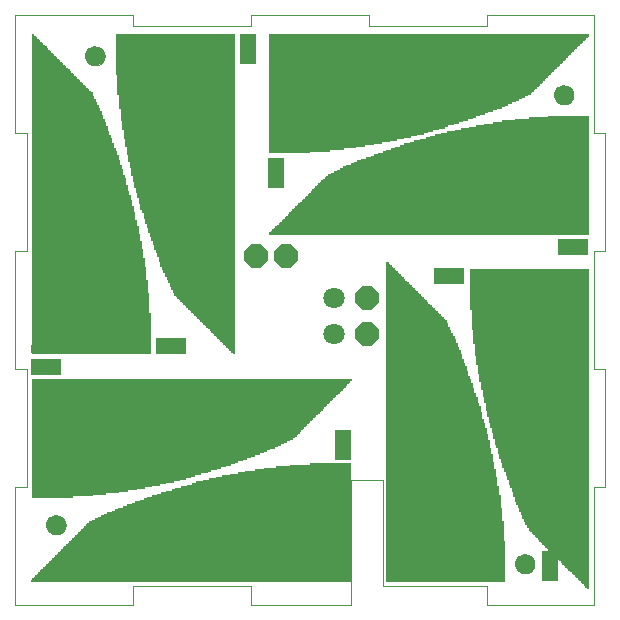
<source format=gts>
G75*
%MOIN*%
%OFA0B0*%
%FSLAX25Y25*%
%IPPOS*%
%LPD*%
%AMOC8*
5,1,8,0,0,1.08239X$1,22.5*
%
%ADD10C,0.00004*%
%ADD11C,0.00000*%
%ADD12C,0.06699*%
%ADD13C,0.04337*%
%ADD14R,0.05400X0.02900*%
%ADD15C,0.00256*%
%ADD16R,0.02900X0.05400*%
%ADD17R,0.10400X0.05400*%
%ADD18R,0.05400X0.10400*%
%ADD19OC8,0.08000*%
%ADD20C,0.07093*%
D10*
X0001591Y0001591D02*
X0040961Y0001591D01*
X0040961Y0007890D01*
X0080331Y0007890D01*
X0080331Y0001591D01*
X0113795Y0001591D01*
X0113795Y0043323D01*
X0124425Y0043323D01*
X0124425Y0007890D01*
X0159071Y0007890D01*
X0159071Y0001591D01*
X0194504Y0001591D01*
X0194504Y0040961D01*
X0198441Y0040961D01*
X0198441Y0080331D01*
X0194504Y0080331D01*
X0194504Y0119701D01*
X0198441Y0119701D01*
X0198441Y0159071D01*
X0194504Y0159071D01*
X0194504Y0198441D01*
X0159071Y0198441D01*
X0159071Y0194504D01*
X0119701Y0194504D01*
X0119701Y0198441D01*
X0080331Y0198441D01*
X0080331Y0194504D01*
X0040961Y0194504D01*
X0040961Y0198441D01*
X0001591Y0198441D01*
X0001591Y0159071D01*
X0005528Y0159071D01*
X0005528Y0119701D01*
X0001591Y0119701D01*
X0001591Y0080331D01*
X0005528Y0080331D01*
X0005528Y0040961D01*
X0001591Y0040961D01*
X0001591Y0001591D01*
D11*
X0012220Y0028362D02*
X0012222Y0028474D01*
X0012228Y0028585D01*
X0012238Y0028697D01*
X0012252Y0028808D01*
X0012269Y0028918D01*
X0012291Y0029028D01*
X0012317Y0029137D01*
X0012346Y0029245D01*
X0012379Y0029351D01*
X0012416Y0029457D01*
X0012457Y0029561D01*
X0012502Y0029664D01*
X0012550Y0029765D01*
X0012601Y0029864D01*
X0012656Y0029961D01*
X0012715Y0030056D01*
X0012776Y0030150D01*
X0012841Y0030241D01*
X0012910Y0030329D01*
X0012981Y0030415D01*
X0013055Y0030499D01*
X0013133Y0030579D01*
X0013213Y0030657D01*
X0013296Y0030733D01*
X0013381Y0030805D01*
X0013469Y0030874D01*
X0013559Y0030940D01*
X0013652Y0031002D01*
X0013747Y0031062D01*
X0013844Y0031118D01*
X0013942Y0031170D01*
X0014043Y0031219D01*
X0014145Y0031264D01*
X0014249Y0031306D01*
X0014354Y0031344D01*
X0014461Y0031378D01*
X0014568Y0031408D01*
X0014677Y0031435D01*
X0014786Y0031457D01*
X0014897Y0031476D01*
X0015007Y0031491D01*
X0015119Y0031502D01*
X0015230Y0031509D01*
X0015342Y0031512D01*
X0015454Y0031511D01*
X0015566Y0031506D01*
X0015677Y0031497D01*
X0015788Y0031484D01*
X0015899Y0031467D01*
X0016009Y0031447D01*
X0016118Y0031422D01*
X0016226Y0031394D01*
X0016333Y0031361D01*
X0016439Y0031325D01*
X0016543Y0031285D01*
X0016646Y0031242D01*
X0016748Y0031195D01*
X0016847Y0031144D01*
X0016945Y0031090D01*
X0017041Y0031032D01*
X0017135Y0030971D01*
X0017226Y0030907D01*
X0017315Y0030840D01*
X0017402Y0030769D01*
X0017486Y0030695D01*
X0017568Y0030619D01*
X0017646Y0030539D01*
X0017722Y0030457D01*
X0017795Y0030372D01*
X0017865Y0030285D01*
X0017931Y0030195D01*
X0017995Y0030103D01*
X0018055Y0030009D01*
X0018112Y0029913D01*
X0018165Y0029814D01*
X0018215Y0029714D01*
X0018261Y0029613D01*
X0018304Y0029509D01*
X0018343Y0029404D01*
X0018378Y0029298D01*
X0018409Y0029191D01*
X0018437Y0029082D01*
X0018460Y0028973D01*
X0018480Y0028863D01*
X0018496Y0028752D01*
X0018508Y0028641D01*
X0018516Y0028530D01*
X0018520Y0028418D01*
X0018520Y0028306D01*
X0018516Y0028194D01*
X0018508Y0028083D01*
X0018496Y0027972D01*
X0018480Y0027861D01*
X0018460Y0027751D01*
X0018437Y0027642D01*
X0018409Y0027533D01*
X0018378Y0027426D01*
X0018343Y0027320D01*
X0018304Y0027215D01*
X0018261Y0027111D01*
X0018215Y0027010D01*
X0018165Y0026910D01*
X0018112Y0026811D01*
X0018055Y0026715D01*
X0017995Y0026621D01*
X0017931Y0026529D01*
X0017865Y0026439D01*
X0017795Y0026352D01*
X0017722Y0026267D01*
X0017646Y0026185D01*
X0017568Y0026105D01*
X0017486Y0026029D01*
X0017402Y0025955D01*
X0017315Y0025884D01*
X0017226Y0025817D01*
X0017135Y0025753D01*
X0017041Y0025692D01*
X0016945Y0025634D01*
X0016847Y0025580D01*
X0016748Y0025529D01*
X0016646Y0025482D01*
X0016543Y0025439D01*
X0016439Y0025399D01*
X0016333Y0025363D01*
X0016226Y0025330D01*
X0016118Y0025302D01*
X0016009Y0025277D01*
X0015899Y0025257D01*
X0015788Y0025240D01*
X0015677Y0025227D01*
X0015566Y0025218D01*
X0015454Y0025213D01*
X0015342Y0025212D01*
X0015230Y0025215D01*
X0015119Y0025222D01*
X0015007Y0025233D01*
X0014897Y0025248D01*
X0014786Y0025267D01*
X0014677Y0025289D01*
X0014568Y0025316D01*
X0014461Y0025346D01*
X0014354Y0025380D01*
X0014249Y0025418D01*
X0014145Y0025460D01*
X0014043Y0025505D01*
X0013942Y0025554D01*
X0013844Y0025606D01*
X0013747Y0025662D01*
X0013652Y0025722D01*
X0013559Y0025784D01*
X0013469Y0025850D01*
X0013381Y0025919D01*
X0013296Y0025991D01*
X0013213Y0026067D01*
X0013133Y0026145D01*
X0013055Y0026225D01*
X0012981Y0026309D01*
X0012910Y0026395D01*
X0012841Y0026483D01*
X0012776Y0026574D01*
X0012715Y0026668D01*
X0012656Y0026763D01*
X0012601Y0026860D01*
X0012550Y0026959D01*
X0012502Y0027060D01*
X0012457Y0027163D01*
X0012416Y0027267D01*
X0012379Y0027373D01*
X0012346Y0027479D01*
X0012317Y0027587D01*
X0012291Y0027696D01*
X0012269Y0027806D01*
X0012252Y0027916D01*
X0012238Y0028027D01*
X0012228Y0028139D01*
X0012222Y0028250D01*
X0012220Y0028362D01*
X0105921Y0092142D02*
X0105923Y0092230D01*
X0105929Y0092318D01*
X0105939Y0092406D01*
X0105953Y0092494D01*
X0105970Y0092580D01*
X0105992Y0092666D01*
X0106017Y0092750D01*
X0106047Y0092834D01*
X0106079Y0092916D01*
X0106116Y0092996D01*
X0106156Y0093075D01*
X0106200Y0093152D01*
X0106247Y0093227D01*
X0106297Y0093299D01*
X0106351Y0093370D01*
X0106407Y0093437D01*
X0106467Y0093503D01*
X0106529Y0093565D01*
X0106595Y0093625D01*
X0106662Y0093681D01*
X0106733Y0093735D01*
X0106805Y0093785D01*
X0106880Y0093832D01*
X0106957Y0093876D01*
X0107036Y0093916D01*
X0107116Y0093953D01*
X0107198Y0093985D01*
X0107282Y0094015D01*
X0107366Y0094040D01*
X0107452Y0094062D01*
X0107538Y0094079D01*
X0107626Y0094093D01*
X0107714Y0094103D01*
X0107802Y0094109D01*
X0107890Y0094111D01*
X0107978Y0094109D01*
X0108066Y0094103D01*
X0108154Y0094093D01*
X0108242Y0094079D01*
X0108328Y0094062D01*
X0108414Y0094040D01*
X0108498Y0094015D01*
X0108582Y0093985D01*
X0108664Y0093953D01*
X0108744Y0093916D01*
X0108823Y0093876D01*
X0108900Y0093832D01*
X0108975Y0093785D01*
X0109047Y0093735D01*
X0109118Y0093681D01*
X0109185Y0093625D01*
X0109251Y0093565D01*
X0109313Y0093503D01*
X0109373Y0093437D01*
X0109429Y0093370D01*
X0109483Y0093299D01*
X0109533Y0093227D01*
X0109580Y0093152D01*
X0109624Y0093075D01*
X0109664Y0092996D01*
X0109701Y0092916D01*
X0109733Y0092834D01*
X0109763Y0092750D01*
X0109788Y0092666D01*
X0109810Y0092580D01*
X0109827Y0092494D01*
X0109841Y0092406D01*
X0109851Y0092318D01*
X0109857Y0092230D01*
X0109859Y0092142D01*
X0109857Y0092054D01*
X0109851Y0091966D01*
X0109841Y0091878D01*
X0109827Y0091790D01*
X0109810Y0091704D01*
X0109788Y0091618D01*
X0109763Y0091534D01*
X0109733Y0091450D01*
X0109701Y0091368D01*
X0109664Y0091288D01*
X0109624Y0091209D01*
X0109580Y0091132D01*
X0109533Y0091057D01*
X0109483Y0090985D01*
X0109429Y0090914D01*
X0109373Y0090847D01*
X0109313Y0090781D01*
X0109251Y0090719D01*
X0109185Y0090659D01*
X0109118Y0090603D01*
X0109047Y0090549D01*
X0108975Y0090499D01*
X0108900Y0090452D01*
X0108823Y0090408D01*
X0108744Y0090368D01*
X0108664Y0090331D01*
X0108582Y0090299D01*
X0108498Y0090269D01*
X0108414Y0090244D01*
X0108328Y0090222D01*
X0108242Y0090205D01*
X0108154Y0090191D01*
X0108066Y0090181D01*
X0107978Y0090175D01*
X0107890Y0090173D01*
X0107802Y0090175D01*
X0107714Y0090181D01*
X0107626Y0090191D01*
X0107538Y0090205D01*
X0107452Y0090222D01*
X0107366Y0090244D01*
X0107282Y0090269D01*
X0107198Y0090299D01*
X0107116Y0090331D01*
X0107036Y0090368D01*
X0106957Y0090408D01*
X0106880Y0090452D01*
X0106805Y0090499D01*
X0106733Y0090549D01*
X0106662Y0090603D01*
X0106595Y0090659D01*
X0106529Y0090719D01*
X0106467Y0090781D01*
X0106407Y0090847D01*
X0106351Y0090914D01*
X0106297Y0090985D01*
X0106247Y0091057D01*
X0106200Y0091132D01*
X0106156Y0091209D01*
X0106116Y0091288D01*
X0106079Y0091368D01*
X0106047Y0091450D01*
X0106017Y0091534D01*
X0105992Y0091618D01*
X0105970Y0091704D01*
X0105953Y0091790D01*
X0105939Y0091878D01*
X0105929Y0091966D01*
X0105923Y0092054D01*
X0105921Y0092142D01*
X0105921Y0103953D02*
X0105923Y0104041D01*
X0105929Y0104129D01*
X0105939Y0104217D01*
X0105953Y0104305D01*
X0105970Y0104391D01*
X0105992Y0104477D01*
X0106017Y0104561D01*
X0106047Y0104645D01*
X0106079Y0104727D01*
X0106116Y0104807D01*
X0106156Y0104886D01*
X0106200Y0104963D01*
X0106247Y0105038D01*
X0106297Y0105110D01*
X0106351Y0105181D01*
X0106407Y0105248D01*
X0106467Y0105314D01*
X0106529Y0105376D01*
X0106595Y0105436D01*
X0106662Y0105492D01*
X0106733Y0105546D01*
X0106805Y0105596D01*
X0106880Y0105643D01*
X0106957Y0105687D01*
X0107036Y0105727D01*
X0107116Y0105764D01*
X0107198Y0105796D01*
X0107282Y0105826D01*
X0107366Y0105851D01*
X0107452Y0105873D01*
X0107538Y0105890D01*
X0107626Y0105904D01*
X0107714Y0105914D01*
X0107802Y0105920D01*
X0107890Y0105922D01*
X0107978Y0105920D01*
X0108066Y0105914D01*
X0108154Y0105904D01*
X0108242Y0105890D01*
X0108328Y0105873D01*
X0108414Y0105851D01*
X0108498Y0105826D01*
X0108582Y0105796D01*
X0108664Y0105764D01*
X0108744Y0105727D01*
X0108823Y0105687D01*
X0108900Y0105643D01*
X0108975Y0105596D01*
X0109047Y0105546D01*
X0109118Y0105492D01*
X0109185Y0105436D01*
X0109251Y0105376D01*
X0109313Y0105314D01*
X0109373Y0105248D01*
X0109429Y0105181D01*
X0109483Y0105110D01*
X0109533Y0105038D01*
X0109580Y0104963D01*
X0109624Y0104886D01*
X0109664Y0104807D01*
X0109701Y0104727D01*
X0109733Y0104645D01*
X0109763Y0104561D01*
X0109788Y0104477D01*
X0109810Y0104391D01*
X0109827Y0104305D01*
X0109841Y0104217D01*
X0109851Y0104129D01*
X0109857Y0104041D01*
X0109859Y0103953D01*
X0109857Y0103865D01*
X0109851Y0103777D01*
X0109841Y0103689D01*
X0109827Y0103601D01*
X0109810Y0103515D01*
X0109788Y0103429D01*
X0109763Y0103345D01*
X0109733Y0103261D01*
X0109701Y0103179D01*
X0109664Y0103099D01*
X0109624Y0103020D01*
X0109580Y0102943D01*
X0109533Y0102868D01*
X0109483Y0102796D01*
X0109429Y0102725D01*
X0109373Y0102658D01*
X0109313Y0102592D01*
X0109251Y0102530D01*
X0109185Y0102470D01*
X0109118Y0102414D01*
X0109047Y0102360D01*
X0108975Y0102310D01*
X0108900Y0102263D01*
X0108823Y0102219D01*
X0108744Y0102179D01*
X0108664Y0102142D01*
X0108582Y0102110D01*
X0108498Y0102080D01*
X0108414Y0102055D01*
X0108328Y0102033D01*
X0108242Y0102016D01*
X0108154Y0102002D01*
X0108066Y0101992D01*
X0107978Y0101986D01*
X0107890Y0101984D01*
X0107802Y0101986D01*
X0107714Y0101992D01*
X0107626Y0102002D01*
X0107538Y0102016D01*
X0107452Y0102033D01*
X0107366Y0102055D01*
X0107282Y0102080D01*
X0107198Y0102110D01*
X0107116Y0102142D01*
X0107036Y0102179D01*
X0106957Y0102219D01*
X0106880Y0102263D01*
X0106805Y0102310D01*
X0106733Y0102360D01*
X0106662Y0102414D01*
X0106595Y0102470D01*
X0106529Y0102530D01*
X0106467Y0102592D01*
X0106407Y0102658D01*
X0106351Y0102725D01*
X0106297Y0102796D01*
X0106247Y0102868D01*
X0106200Y0102943D01*
X0106156Y0103020D01*
X0106116Y0103099D01*
X0106079Y0103179D01*
X0106047Y0103261D01*
X0106017Y0103345D01*
X0105992Y0103429D01*
X0105970Y0103515D01*
X0105953Y0103601D01*
X0105939Y0103689D01*
X0105929Y0103777D01*
X0105923Y0103865D01*
X0105921Y0103953D01*
X0181511Y0171669D02*
X0181513Y0171781D01*
X0181519Y0171892D01*
X0181529Y0172004D01*
X0181543Y0172115D01*
X0181560Y0172225D01*
X0181582Y0172335D01*
X0181608Y0172444D01*
X0181637Y0172552D01*
X0181670Y0172658D01*
X0181707Y0172764D01*
X0181748Y0172868D01*
X0181793Y0172971D01*
X0181841Y0173072D01*
X0181892Y0173171D01*
X0181947Y0173268D01*
X0182006Y0173363D01*
X0182067Y0173457D01*
X0182132Y0173548D01*
X0182201Y0173636D01*
X0182272Y0173722D01*
X0182346Y0173806D01*
X0182424Y0173886D01*
X0182504Y0173964D01*
X0182587Y0174040D01*
X0182672Y0174112D01*
X0182760Y0174181D01*
X0182850Y0174247D01*
X0182943Y0174309D01*
X0183038Y0174369D01*
X0183135Y0174425D01*
X0183233Y0174477D01*
X0183334Y0174526D01*
X0183436Y0174571D01*
X0183540Y0174613D01*
X0183645Y0174651D01*
X0183752Y0174685D01*
X0183859Y0174715D01*
X0183968Y0174742D01*
X0184077Y0174764D01*
X0184188Y0174783D01*
X0184298Y0174798D01*
X0184410Y0174809D01*
X0184521Y0174816D01*
X0184633Y0174819D01*
X0184745Y0174818D01*
X0184857Y0174813D01*
X0184968Y0174804D01*
X0185079Y0174791D01*
X0185190Y0174774D01*
X0185300Y0174754D01*
X0185409Y0174729D01*
X0185517Y0174701D01*
X0185624Y0174668D01*
X0185730Y0174632D01*
X0185834Y0174592D01*
X0185937Y0174549D01*
X0186039Y0174502D01*
X0186138Y0174451D01*
X0186236Y0174397D01*
X0186332Y0174339D01*
X0186426Y0174278D01*
X0186517Y0174214D01*
X0186606Y0174147D01*
X0186693Y0174076D01*
X0186777Y0174002D01*
X0186859Y0173926D01*
X0186937Y0173846D01*
X0187013Y0173764D01*
X0187086Y0173679D01*
X0187156Y0173592D01*
X0187222Y0173502D01*
X0187286Y0173410D01*
X0187346Y0173316D01*
X0187403Y0173220D01*
X0187456Y0173121D01*
X0187506Y0173021D01*
X0187552Y0172920D01*
X0187595Y0172816D01*
X0187634Y0172711D01*
X0187669Y0172605D01*
X0187700Y0172498D01*
X0187728Y0172389D01*
X0187751Y0172280D01*
X0187771Y0172170D01*
X0187787Y0172059D01*
X0187799Y0171948D01*
X0187807Y0171837D01*
X0187811Y0171725D01*
X0187811Y0171613D01*
X0187807Y0171501D01*
X0187799Y0171390D01*
X0187787Y0171279D01*
X0187771Y0171168D01*
X0187751Y0171058D01*
X0187728Y0170949D01*
X0187700Y0170840D01*
X0187669Y0170733D01*
X0187634Y0170627D01*
X0187595Y0170522D01*
X0187552Y0170418D01*
X0187506Y0170317D01*
X0187456Y0170217D01*
X0187403Y0170118D01*
X0187346Y0170022D01*
X0187286Y0169928D01*
X0187222Y0169836D01*
X0187156Y0169746D01*
X0187086Y0169659D01*
X0187013Y0169574D01*
X0186937Y0169492D01*
X0186859Y0169412D01*
X0186777Y0169336D01*
X0186693Y0169262D01*
X0186606Y0169191D01*
X0186517Y0169124D01*
X0186426Y0169060D01*
X0186332Y0168999D01*
X0186236Y0168941D01*
X0186138Y0168887D01*
X0186039Y0168836D01*
X0185937Y0168789D01*
X0185834Y0168746D01*
X0185730Y0168706D01*
X0185624Y0168670D01*
X0185517Y0168637D01*
X0185409Y0168609D01*
X0185300Y0168584D01*
X0185190Y0168564D01*
X0185079Y0168547D01*
X0184968Y0168534D01*
X0184857Y0168525D01*
X0184745Y0168520D01*
X0184633Y0168519D01*
X0184521Y0168522D01*
X0184410Y0168529D01*
X0184298Y0168540D01*
X0184188Y0168555D01*
X0184077Y0168574D01*
X0183968Y0168596D01*
X0183859Y0168623D01*
X0183752Y0168653D01*
X0183645Y0168687D01*
X0183540Y0168725D01*
X0183436Y0168767D01*
X0183334Y0168812D01*
X0183233Y0168861D01*
X0183135Y0168913D01*
X0183038Y0168969D01*
X0182943Y0169029D01*
X0182850Y0169091D01*
X0182760Y0169157D01*
X0182672Y0169226D01*
X0182587Y0169298D01*
X0182504Y0169374D01*
X0182424Y0169452D01*
X0182346Y0169532D01*
X0182272Y0169616D01*
X0182201Y0169702D01*
X0182132Y0169790D01*
X0182067Y0169881D01*
X0182006Y0169975D01*
X0181947Y0170070D01*
X0181892Y0170167D01*
X0181841Y0170266D01*
X0181793Y0170367D01*
X0181748Y0170470D01*
X0181707Y0170574D01*
X0181670Y0170680D01*
X0181637Y0170786D01*
X0181608Y0170894D01*
X0181582Y0171003D01*
X0181560Y0171113D01*
X0181543Y0171223D01*
X0181529Y0171334D01*
X0181519Y0171446D01*
X0181513Y0171557D01*
X0181511Y0171669D01*
X0025212Y0184661D02*
X0025214Y0184773D01*
X0025220Y0184884D01*
X0025230Y0184996D01*
X0025244Y0185107D01*
X0025261Y0185217D01*
X0025283Y0185327D01*
X0025309Y0185436D01*
X0025338Y0185544D01*
X0025371Y0185650D01*
X0025408Y0185756D01*
X0025449Y0185860D01*
X0025494Y0185963D01*
X0025542Y0186064D01*
X0025593Y0186163D01*
X0025648Y0186260D01*
X0025707Y0186355D01*
X0025768Y0186449D01*
X0025833Y0186540D01*
X0025902Y0186628D01*
X0025973Y0186714D01*
X0026047Y0186798D01*
X0026125Y0186878D01*
X0026205Y0186956D01*
X0026288Y0187032D01*
X0026373Y0187104D01*
X0026461Y0187173D01*
X0026551Y0187239D01*
X0026644Y0187301D01*
X0026739Y0187361D01*
X0026836Y0187417D01*
X0026934Y0187469D01*
X0027035Y0187518D01*
X0027137Y0187563D01*
X0027241Y0187605D01*
X0027346Y0187643D01*
X0027453Y0187677D01*
X0027560Y0187707D01*
X0027669Y0187734D01*
X0027778Y0187756D01*
X0027889Y0187775D01*
X0027999Y0187790D01*
X0028111Y0187801D01*
X0028222Y0187808D01*
X0028334Y0187811D01*
X0028446Y0187810D01*
X0028558Y0187805D01*
X0028669Y0187796D01*
X0028780Y0187783D01*
X0028891Y0187766D01*
X0029001Y0187746D01*
X0029110Y0187721D01*
X0029218Y0187693D01*
X0029325Y0187660D01*
X0029431Y0187624D01*
X0029535Y0187584D01*
X0029638Y0187541D01*
X0029740Y0187494D01*
X0029839Y0187443D01*
X0029937Y0187389D01*
X0030033Y0187331D01*
X0030127Y0187270D01*
X0030218Y0187206D01*
X0030307Y0187139D01*
X0030394Y0187068D01*
X0030478Y0186994D01*
X0030560Y0186918D01*
X0030638Y0186838D01*
X0030714Y0186756D01*
X0030787Y0186671D01*
X0030857Y0186584D01*
X0030923Y0186494D01*
X0030987Y0186402D01*
X0031047Y0186308D01*
X0031104Y0186212D01*
X0031157Y0186113D01*
X0031207Y0186013D01*
X0031253Y0185912D01*
X0031296Y0185808D01*
X0031335Y0185703D01*
X0031370Y0185597D01*
X0031401Y0185490D01*
X0031429Y0185381D01*
X0031452Y0185272D01*
X0031472Y0185162D01*
X0031488Y0185051D01*
X0031500Y0184940D01*
X0031508Y0184829D01*
X0031512Y0184717D01*
X0031512Y0184605D01*
X0031508Y0184493D01*
X0031500Y0184382D01*
X0031488Y0184271D01*
X0031472Y0184160D01*
X0031452Y0184050D01*
X0031429Y0183941D01*
X0031401Y0183832D01*
X0031370Y0183725D01*
X0031335Y0183619D01*
X0031296Y0183514D01*
X0031253Y0183410D01*
X0031207Y0183309D01*
X0031157Y0183209D01*
X0031104Y0183110D01*
X0031047Y0183014D01*
X0030987Y0182920D01*
X0030923Y0182828D01*
X0030857Y0182738D01*
X0030787Y0182651D01*
X0030714Y0182566D01*
X0030638Y0182484D01*
X0030560Y0182404D01*
X0030478Y0182328D01*
X0030394Y0182254D01*
X0030307Y0182183D01*
X0030218Y0182116D01*
X0030127Y0182052D01*
X0030033Y0181991D01*
X0029937Y0181933D01*
X0029839Y0181879D01*
X0029740Y0181828D01*
X0029638Y0181781D01*
X0029535Y0181738D01*
X0029431Y0181698D01*
X0029325Y0181662D01*
X0029218Y0181629D01*
X0029110Y0181601D01*
X0029001Y0181576D01*
X0028891Y0181556D01*
X0028780Y0181539D01*
X0028669Y0181526D01*
X0028558Y0181517D01*
X0028446Y0181512D01*
X0028334Y0181511D01*
X0028222Y0181514D01*
X0028111Y0181521D01*
X0027999Y0181532D01*
X0027889Y0181547D01*
X0027778Y0181566D01*
X0027669Y0181588D01*
X0027560Y0181615D01*
X0027453Y0181645D01*
X0027346Y0181679D01*
X0027241Y0181717D01*
X0027137Y0181759D01*
X0027035Y0181804D01*
X0026934Y0181853D01*
X0026836Y0181905D01*
X0026739Y0181961D01*
X0026644Y0182021D01*
X0026551Y0182083D01*
X0026461Y0182149D01*
X0026373Y0182218D01*
X0026288Y0182290D01*
X0026205Y0182366D01*
X0026125Y0182444D01*
X0026047Y0182524D01*
X0025973Y0182608D01*
X0025902Y0182694D01*
X0025833Y0182782D01*
X0025768Y0182873D01*
X0025707Y0182967D01*
X0025648Y0183062D01*
X0025593Y0183159D01*
X0025542Y0183258D01*
X0025494Y0183359D01*
X0025449Y0183462D01*
X0025408Y0183566D01*
X0025371Y0183672D01*
X0025338Y0183778D01*
X0025309Y0183886D01*
X0025283Y0183995D01*
X0025261Y0184105D01*
X0025244Y0184215D01*
X0025230Y0184326D01*
X0025220Y0184438D01*
X0025214Y0184549D01*
X0025212Y0184661D01*
X0168519Y0015370D02*
X0168521Y0015482D01*
X0168527Y0015593D01*
X0168537Y0015705D01*
X0168551Y0015816D01*
X0168568Y0015926D01*
X0168590Y0016036D01*
X0168616Y0016145D01*
X0168645Y0016253D01*
X0168678Y0016359D01*
X0168715Y0016465D01*
X0168756Y0016569D01*
X0168801Y0016672D01*
X0168849Y0016773D01*
X0168900Y0016872D01*
X0168955Y0016969D01*
X0169014Y0017064D01*
X0169075Y0017158D01*
X0169140Y0017249D01*
X0169209Y0017337D01*
X0169280Y0017423D01*
X0169354Y0017507D01*
X0169432Y0017587D01*
X0169512Y0017665D01*
X0169595Y0017741D01*
X0169680Y0017813D01*
X0169768Y0017882D01*
X0169858Y0017948D01*
X0169951Y0018010D01*
X0170046Y0018070D01*
X0170143Y0018126D01*
X0170241Y0018178D01*
X0170342Y0018227D01*
X0170444Y0018272D01*
X0170548Y0018314D01*
X0170653Y0018352D01*
X0170760Y0018386D01*
X0170867Y0018416D01*
X0170976Y0018443D01*
X0171085Y0018465D01*
X0171196Y0018484D01*
X0171306Y0018499D01*
X0171418Y0018510D01*
X0171529Y0018517D01*
X0171641Y0018520D01*
X0171753Y0018519D01*
X0171865Y0018514D01*
X0171976Y0018505D01*
X0172087Y0018492D01*
X0172198Y0018475D01*
X0172308Y0018455D01*
X0172417Y0018430D01*
X0172525Y0018402D01*
X0172632Y0018369D01*
X0172738Y0018333D01*
X0172842Y0018293D01*
X0172945Y0018250D01*
X0173047Y0018203D01*
X0173146Y0018152D01*
X0173244Y0018098D01*
X0173340Y0018040D01*
X0173434Y0017979D01*
X0173525Y0017915D01*
X0173614Y0017848D01*
X0173701Y0017777D01*
X0173785Y0017703D01*
X0173867Y0017627D01*
X0173945Y0017547D01*
X0174021Y0017465D01*
X0174094Y0017380D01*
X0174164Y0017293D01*
X0174230Y0017203D01*
X0174294Y0017111D01*
X0174354Y0017017D01*
X0174411Y0016921D01*
X0174464Y0016822D01*
X0174514Y0016722D01*
X0174560Y0016621D01*
X0174603Y0016517D01*
X0174642Y0016412D01*
X0174677Y0016306D01*
X0174708Y0016199D01*
X0174736Y0016090D01*
X0174759Y0015981D01*
X0174779Y0015871D01*
X0174795Y0015760D01*
X0174807Y0015649D01*
X0174815Y0015538D01*
X0174819Y0015426D01*
X0174819Y0015314D01*
X0174815Y0015202D01*
X0174807Y0015091D01*
X0174795Y0014980D01*
X0174779Y0014869D01*
X0174759Y0014759D01*
X0174736Y0014650D01*
X0174708Y0014541D01*
X0174677Y0014434D01*
X0174642Y0014328D01*
X0174603Y0014223D01*
X0174560Y0014119D01*
X0174514Y0014018D01*
X0174464Y0013918D01*
X0174411Y0013819D01*
X0174354Y0013723D01*
X0174294Y0013629D01*
X0174230Y0013537D01*
X0174164Y0013447D01*
X0174094Y0013360D01*
X0174021Y0013275D01*
X0173945Y0013193D01*
X0173867Y0013113D01*
X0173785Y0013037D01*
X0173701Y0012963D01*
X0173614Y0012892D01*
X0173525Y0012825D01*
X0173434Y0012761D01*
X0173340Y0012700D01*
X0173244Y0012642D01*
X0173146Y0012588D01*
X0173047Y0012537D01*
X0172945Y0012490D01*
X0172842Y0012447D01*
X0172738Y0012407D01*
X0172632Y0012371D01*
X0172525Y0012338D01*
X0172417Y0012310D01*
X0172308Y0012285D01*
X0172198Y0012265D01*
X0172087Y0012248D01*
X0171976Y0012235D01*
X0171865Y0012226D01*
X0171753Y0012221D01*
X0171641Y0012220D01*
X0171529Y0012223D01*
X0171418Y0012230D01*
X0171306Y0012241D01*
X0171196Y0012256D01*
X0171085Y0012275D01*
X0170976Y0012297D01*
X0170867Y0012324D01*
X0170760Y0012354D01*
X0170653Y0012388D01*
X0170548Y0012426D01*
X0170444Y0012468D01*
X0170342Y0012513D01*
X0170241Y0012562D01*
X0170143Y0012614D01*
X0170046Y0012670D01*
X0169951Y0012730D01*
X0169858Y0012792D01*
X0169768Y0012858D01*
X0169680Y0012927D01*
X0169595Y0012999D01*
X0169512Y0013075D01*
X0169432Y0013153D01*
X0169354Y0013233D01*
X0169280Y0013317D01*
X0169209Y0013403D01*
X0169140Y0013491D01*
X0169075Y0013582D01*
X0169014Y0013676D01*
X0168955Y0013771D01*
X0168900Y0013868D01*
X0168849Y0013967D01*
X0168801Y0014068D01*
X0168756Y0014171D01*
X0168715Y0014275D01*
X0168678Y0014381D01*
X0168645Y0014487D01*
X0168616Y0014595D01*
X0168590Y0014704D01*
X0168568Y0014814D01*
X0168551Y0014924D01*
X0168537Y0015035D01*
X0168527Y0015147D01*
X0168521Y0015258D01*
X0168519Y0015370D01*
D12*
X0171669Y0015370D03*
X0015370Y0028362D03*
X0028362Y0184661D03*
X0184661Y0171669D03*
D13*
X0107890Y0103953D03*
X0107890Y0092142D03*
D14*
X0127907Y0010881D03*
X0190235Y0112379D03*
X0072124Y0190725D03*
X0009797Y0086865D03*
D15*
X0007240Y0086988D02*
X0046610Y0086988D01*
X0046610Y0087242D02*
X0007240Y0087242D01*
X0007240Y0087496D02*
X0046610Y0087496D01*
X0046610Y0087750D02*
X0007240Y0087750D01*
X0007240Y0088004D02*
X0046610Y0088004D01*
X0046610Y0088259D02*
X0007240Y0088259D01*
X0007240Y0088513D02*
X0046610Y0088513D01*
X0046610Y0088767D02*
X0007240Y0088767D01*
X0007240Y0089021D02*
X0046610Y0089021D01*
X0046610Y0089275D02*
X0007240Y0089275D01*
X0007240Y0089529D02*
X0046610Y0089529D01*
X0046610Y0089784D02*
X0007240Y0089784D01*
X0007240Y0090038D02*
X0046610Y0090038D01*
X0046610Y0090292D02*
X0007240Y0090292D01*
X0007240Y0090546D02*
X0046610Y0090546D01*
X0046610Y0090800D02*
X0007240Y0090800D01*
X0007240Y0091054D02*
X0046610Y0091054D01*
X0046610Y0091308D02*
X0007240Y0091308D01*
X0007240Y0091563D02*
X0046610Y0091563D01*
X0046610Y0091817D02*
X0007240Y0091817D01*
X0007240Y0092071D02*
X0046610Y0092071D01*
X0046610Y0092325D02*
X0007240Y0092325D01*
X0007240Y0092579D02*
X0046610Y0092579D01*
X0046610Y0092833D02*
X0007240Y0092833D01*
X0007240Y0093088D02*
X0046610Y0093088D01*
X0046610Y0093342D02*
X0007240Y0093342D01*
X0007240Y0093596D02*
X0046610Y0093596D01*
X0046610Y0093850D02*
X0007240Y0093850D01*
X0007240Y0094104D02*
X0046610Y0094104D01*
X0046610Y0094358D02*
X0007240Y0094358D01*
X0007240Y0094613D02*
X0046610Y0094613D01*
X0046610Y0094867D02*
X0007240Y0094867D01*
X0007240Y0095121D02*
X0046610Y0095121D01*
X0046610Y0095375D02*
X0007240Y0095375D01*
X0007240Y0095629D02*
X0046610Y0095629D01*
X0046610Y0095883D02*
X0007240Y0095883D01*
X0007240Y0096137D02*
X0046610Y0096137D01*
X0046610Y0096392D02*
X0007240Y0096392D01*
X0007240Y0096646D02*
X0046610Y0096646D01*
X0046610Y0096900D02*
X0007240Y0096900D01*
X0007240Y0097154D02*
X0046610Y0097154D01*
X0046610Y0097408D02*
X0007240Y0097408D01*
X0007240Y0097662D02*
X0046610Y0097662D01*
X0046610Y0097917D02*
X0007240Y0097917D01*
X0007240Y0098171D02*
X0046610Y0098171D01*
X0046610Y0098425D02*
X0007240Y0098425D01*
X0007240Y0098679D02*
X0046610Y0098679D01*
X0046610Y0098881D02*
X0046099Y0098881D01*
X0046099Y0105528D01*
X0045588Y0105528D01*
X0045588Y0110129D01*
X0045077Y0110129D01*
X0045077Y0114220D01*
X0044565Y0114220D01*
X0044565Y0117287D01*
X0044054Y0117287D01*
X0044054Y0120355D01*
X0043543Y0120355D01*
X0043543Y0122912D01*
X0043031Y0122912D01*
X0043031Y0125468D01*
X0042520Y0125468D01*
X0042520Y0128025D01*
X0042009Y0128025D01*
X0042009Y0130070D01*
X0041497Y0130070D01*
X0041497Y0132626D01*
X0040986Y0132626D01*
X0040986Y0134672D01*
X0040475Y0134672D01*
X0040475Y0136717D01*
X0039964Y0136717D01*
X0039964Y0138251D01*
X0039452Y0138251D01*
X0039452Y0139785D01*
X0038941Y0139785D01*
X0038941Y0141830D01*
X0038430Y0141830D01*
X0038430Y0143875D01*
X0037918Y0143875D01*
X0037918Y0144898D01*
X0037407Y0144898D01*
X0037407Y0146943D01*
X0036896Y0146943D01*
X0036896Y0148477D01*
X0036384Y0148477D01*
X0036384Y0150011D01*
X0035873Y0150011D01*
X0035873Y0151545D01*
X0035362Y0151545D01*
X0035362Y0153078D01*
X0034851Y0153078D01*
X0034851Y0154101D01*
X0034339Y0154101D01*
X0034339Y0155635D01*
X0033828Y0155635D01*
X0033828Y0157169D01*
X0033317Y0157169D01*
X0033317Y0158191D01*
X0032805Y0158191D01*
X0032805Y0159725D01*
X0032294Y0159725D01*
X0032294Y0161259D01*
X0031783Y0161259D01*
X0031783Y0162793D01*
X0031271Y0162793D01*
X0031271Y0163816D01*
X0030760Y0163816D01*
X0030760Y0164838D01*
X0030249Y0164838D01*
X0030249Y0166372D01*
X0029738Y0166372D01*
X0029738Y0167395D01*
X0029226Y0167395D01*
X0029226Y0168417D01*
X0028715Y0168417D01*
X0028715Y0169440D01*
X0028204Y0169440D01*
X0028204Y0170463D01*
X0027692Y0170463D01*
X0027692Y0171485D01*
X0027181Y0171485D01*
X0027181Y0172508D01*
X0026670Y0172508D01*
X0026670Y0173019D01*
X0026159Y0173019D01*
X0026159Y0173530D01*
X0025647Y0173530D01*
X0025647Y0174042D01*
X0025136Y0174042D01*
X0025136Y0174553D01*
X0024625Y0174553D01*
X0024625Y0175064D01*
X0024113Y0175064D01*
X0024113Y0175576D01*
X0023602Y0175576D01*
X0023602Y0176087D01*
X0023091Y0176087D01*
X0023091Y0176598D01*
X0022579Y0176598D01*
X0022579Y0177109D01*
X0022068Y0177109D01*
X0022068Y0177621D01*
X0021557Y0177621D01*
X0021557Y0178132D01*
X0021045Y0178132D01*
X0021045Y0178643D01*
X0020534Y0178643D01*
X0020534Y0179155D01*
X0020023Y0179155D01*
X0020023Y0179666D01*
X0019512Y0179666D01*
X0019512Y0180177D01*
X0019000Y0180177D01*
X0019000Y0180689D01*
X0018489Y0180689D01*
X0018489Y0181200D01*
X0017978Y0181200D01*
X0017978Y0181711D01*
X0017466Y0181711D01*
X0017466Y0182222D01*
X0016955Y0182222D01*
X0016955Y0182734D01*
X0016444Y0182734D01*
X0016444Y0183245D01*
X0015933Y0183245D01*
X0015933Y0183756D01*
X0015421Y0183756D01*
X0015421Y0184268D01*
X0014910Y0184268D01*
X0014910Y0184779D01*
X0014399Y0184779D01*
X0014399Y0185290D01*
X0013887Y0185290D01*
X0013887Y0185802D01*
X0013376Y0185802D01*
X0013376Y0186313D01*
X0012865Y0186313D01*
X0012865Y0186824D01*
X0012353Y0186824D01*
X0012353Y0187335D01*
X0011842Y0187335D01*
X0011842Y0187847D01*
X0011331Y0187847D01*
X0011331Y0188358D01*
X0010820Y0188358D01*
X0010820Y0188869D01*
X0010308Y0188869D01*
X0010308Y0189381D01*
X0009797Y0189381D01*
X0009797Y0189892D01*
X0009286Y0189892D01*
X0009286Y0190403D01*
X0008774Y0190403D01*
X0008774Y0190915D01*
X0008263Y0190915D01*
X0008263Y0191426D01*
X0007752Y0191426D01*
X0007752Y0191937D01*
X0007240Y0191937D01*
X0007240Y0129814D01*
X0007240Y0085587D01*
X0046610Y0085587D01*
X0046610Y0098881D01*
X0046099Y0098933D02*
X0007240Y0098933D01*
X0007240Y0099187D02*
X0046099Y0099187D01*
X0046099Y0099442D02*
X0007240Y0099442D01*
X0007240Y0099696D02*
X0046099Y0099696D01*
X0046099Y0099950D02*
X0007240Y0099950D01*
X0007240Y0100204D02*
X0046099Y0100204D01*
X0046099Y0100458D02*
X0007240Y0100458D01*
X0007240Y0100712D02*
X0046099Y0100712D01*
X0046099Y0100967D02*
X0007240Y0100967D01*
X0007240Y0101221D02*
X0046099Y0101221D01*
X0046099Y0101475D02*
X0007240Y0101475D01*
X0007240Y0101729D02*
X0046099Y0101729D01*
X0046099Y0101983D02*
X0007240Y0101983D01*
X0007240Y0102237D02*
X0046099Y0102237D01*
X0046099Y0102491D02*
X0007240Y0102491D01*
X0007240Y0102746D02*
X0046099Y0102746D01*
X0046099Y0103000D02*
X0007240Y0103000D01*
X0007240Y0103254D02*
X0046099Y0103254D01*
X0046099Y0103508D02*
X0007240Y0103508D01*
X0007240Y0103762D02*
X0046099Y0103762D01*
X0046099Y0104016D02*
X0007240Y0104016D01*
X0007240Y0104271D02*
X0046099Y0104271D01*
X0046099Y0104525D02*
X0007240Y0104525D01*
X0007240Y0104779D02*
X0046099Y0104779D01*
X0046099Y0105033D02*
X0007240Y0105033D01*
X0007240Y0105287D02*
X0046099Y0105287D01*
X0045588Y0105541D02*
X0007240Y0105541D01*
X0007240Y0105796D02*
X0045588Y0105796D01*
X0045588Y0106050D02*
X0007240Y0106050D01*
X0007240Y0106304D02*
X0045588Y0106304D01*
X0045588Y0106558D02*
X0007240Y0106558D01*
X0007240Y0106812D02*
X0045588Y0106812D01*
X0045588Y0107066D02*
X0007240Y0107066D01*
X0007240Y0107320D02*
X0045588Y0107320D01*
X0045588Y0107575D02*
X0007240Y0107575D01*
X0007240Y0107829D02*
X0045588Y0107829D01*
X0045588Y0108083D02*
X0007240Y0108083D01*
X0007240Y0108337D02*
X0045588Y0108337D01*
X0045588Y0108591D02*
X0007240Y0108591D01*
X0007240Y0108845D02*
X0045588Y0108845D01*
X0045588Y0109100D02*
X0007240Y0109100D01*
X0007240Y0109354D02*
X0045588Y0109354D01*
X0045588Y0109608D02*
X0007240Y0109608D01*
X0007240Y0109862D02*
X0045588Y0109862D01*
X0045588Y0110116D02*
X0007240Y0110116D01*
X0007240Y0110370D02*
X0045077Y0110370D01*
X0045077Y0110625D02*
X0007240Y0110625D01*
X0007240Y0110879D02*
X0045077Y0110879D01*
X0045077Y0111133D02*
X0007240Y0111133D01*
X0007240Y0111387D02*
X0045077Y0111387D01*
X0045077Y0111641D02*
X0007240Y0111641D01*
X0007240Y0111895D02*
X0045077Y0111895D01*
X0045077Y0112149D02*
X0007240Y0112149D01*
X0007240Y0112404D02*
X0045077Y0112404D01*
X0045077Y0112658D02*
X0007240Y0112658D01*
X0007240Y0112912D02*
X0045077Y0112912D01*
X0045077Y0113166D02*
X0007240Y0113166D01*
X0007240Y0113420D02*
X0045077Y0113420D01*
X0045077Y0113674D02*
X0007240Y0113674D01*
X0007240Y0113929D02*
X0045077Y0113929D01*
X0045077Y0114183D02*
X0007240Y0114183D01*
X0007240Y0114437D02*
X0044565Y0114437D01*
X0044565Y0114691D02*
X0007240Y0114691D01*
X0007240Y0114945D02*
X0044565Y0114945D01*
X0044565Y0115199D02*
X0007240Y0115199D01*
X0007240Y0115454D02*
X0044565Y0115454D01*
X0044565Y0115708D02*
X0007240Y0115708D01*
X0007240Y0115962D02*
X0044565Y0115962D01*
X0044565Y0116216D02*
X0007240Y0116216D01*
X0007240Y0116470D02*
X0044565Y0116470D01*
X0044565Y0116724D02*
X0007240Y0116724D01*
X0007240Y0116978D02*
X0044565Y0116978D01*
X0044565Y0117233D02*
X0007240Y0117233D01*
X0007240Y0117487D02*
X0044054Y0117487D01*
X0044054Y0117741D02*
X0007240Y0117741D01*
X0007240Y0117995D02*
X0044054Y0117995D01*
X0044054Y0118249D02*
X0007240Y0118249D01*
X0007240Y0118503D02*
X0044054Y0118503D01*
X0044054Y0118758D02*
X0007240Y0118758D01*
X0007240Y0119012D02*
X0044054Y0119012D01*
X0044054Y0119266D02*
X0007240Y0119266D01*
X0007240Y0119520D02*
X0044054Y0119520D01*
X0044054Y0119774D02*
X0007240Y0119774D01*
X0007240Y0120028D02*
X0044054Y0120028D01*
X0044054Y0120283D02*
X0007240Y0120283D01*
X0007240Y0120537D02*
X0043543Y0120537D01*
X0043543Y0120791D02*
X0007240Y0120791D01*
X0007240Y0121045D02*
X0043543Y0121045D01*
X0043543Y0121299D02*
X0007240Y0121299D01*
X0007240Y0121553D02*
X0043543Y0121553D01*
X0043543Y0121808D02*
X0007240Y0121808D01*
X0007240Y0122062D02*
X0043543Y0122062D01*
X0043543Y0122316D02*
X0007240Y0122316D01*
X0007240Y0122570D02*
X0043543Y0122570D01*
X0043543Y0122824D02*
X0007240Y0122824D01*
X0007240Y0123078D02*
X0043031Y0123078D01*
X0043031Y0123332D02*
X0007240Y0123332D01*
X0007240Y0123587D02*
X0043031Y0123587D01*
X0043031Y0123841D02*
X0007240Y0123841D01*
X0007240Y0124095D02*
X0043031Y0124095D01*
X0043031Y0124349D02*
X0007240Y0124349D01*
X0007240Y0124603D02*
X0043031Y0124603D01*
X0043031Y0124857D02*
X0007240Y0124857D01*
X0007240Y0125112D02*
X0043031Y0125112D01*
X0043031Y0125366D02*
X0007240Y0125366D01*
X0007240Y0125620D02*
X0042520Y0125620D01*
X0042520Y0125874D02*
X0007240Y0125874D01*
X0007240Y0126128D02*
X0042520Y0126128D01*
X0042520Y0126382D02*
X0007240Y0126382D01*
X0007240Y0126637D02*
X0042520Y0126637D01*
X0042520Y0126891D02*
X0007240Y0126891D01*
X0007240Y0127145D02*
X0042520Y0127145D01*
X0042520Y0127399D02*
X0007240Y0127399D01*
X0007240Y0127653D02*
X0042520Y0127653D01*
X0042520Y0127907D02*
X0007240Y0127907D01*
X0007240Y0128161D02*
X0042009Y0128161D01*
X0042009Y0128416D02*
X0007240Y0128416D01*
X0007240Y0128670D02*
X0042009Y0128670D01*
X0042009Y0128924D02*
X0007240Y0128924D01*
X0007240Y0129178D02*
X0042009Y0129178D01*
X0042009Y0129432D02*
X0007240Y0129432D01*
X0007240Y0129686D02*
X0042009Y0129686D01*
X0042009Y0129941D02*
X0007240Y0129941D01*
X0007240Y0130195D02*
X0041497Y0130195D01*
X0041497Y0130449D02*
X0007240Y0130449D01*
X0007240Y0130703D02*
X0041497Y0130703D01*
X0041497Y0130957D02*
X0007240Y0130957D01*
X0007240Y0131211D02*
X0041497Y0131211D01*
X0041497Y0131466D02*
X0007240Y0131466D01*
X0007240Y0131720D02*
X0041497Y0131720D01*
X0041497Y0131974D02*
X0007240Y0131974D01*
X0007240Y0132228D02*
X0041497Y0132228D01*
X0041497Y0132482D02*
X0007240Y0132482D01*
X0007240Y0132736D02*
X0040986Y0132736D01*
X0040986Y0132990D02*
X0007240Y0132990D01*
X0007240Y0133245D02*
X0040986Y0133245D01*
X0040986Y0133499D02*
X0007240Y0133499D01*
X0007240Y0133753D02*
X0040986Y0133753D01*
X0040986Y0134007D02*
X0007240Y0134007D01*
X0007240Y0134261D02*
X0040986Y0134261D01*
X0040986Y0134515D02*
X0007240Y0134515D01*
X0007240Y0134770D02*
X0040475Y0134770D01*
X0040475Y0135024D02*
X0007240Y0135024D01*
X0007240Y0135278D02*
X0040475Y0135278D01*
X0040475Y0135532D02*
X0007240Y0135532D01*
X0007240Y0135786D02*
X0040475Y0135786D01*
X0040475Y0136040D02*
X0007240Y0136040D01*
X0007240Y0136295D02*
X0040475Y0136295D01*
X0040475Y0136549D02*
X0007240Y0136549D01*
X0007240Y0136803D02*
X0039964Y0136803D01*
X0039964Y0137057D02*
X0007240Y0137057D01*
X0007240Y0137311D02*
X0039964Y0137311D01*
X0039964Y0137565D02*
X0007240Y0137565D01*
X0007240Y0137819D02*
X0039964Y0137819D01*
X0039964Y0138074D02*
X0007240Y0138074D01*
X0007240Y0138328D02*
X0039452Y0138328D01*
X0039452Y0138582D02*
X0007240Y0138582D01*
X0007240Y0138836D02*
X0039452Y0138836D01*
X0039452Y0139090D02*
X0007240Y0139090D01*
X0007240Y0139344D02*
X0039452Y0139344D01*
X0039452Y0139599D02*
X0007240Y0139599D01*
X0007240Y0139853D02*
X0038941Y0139853D01*
X0038941Y0140107D02*
X0007240Y0140107D01*
X0007240Y0140361D02*
X0038941Y0140361D01*
X0038941Y0140615D02*
X0007240Y0140615D01*
X0007240Y0140869D02*
X0038941Y0140869D01*
X0038941Y0141124D02*
X0007240Y0141124D01*
X0007240Y0141378D02*
X0038941Y0141378D01*
X0038941Y0141632D02*
X0007240Y0141632D01*
X0007240Y0141886D02*
X0038430Y0141886D01*
X0038430Y0142140D02*
X0007240Y0142140D01*
X0007240Y0142394D02*
X0038430Y0142394D01*
X0038430Y0142648D02*
X0007240Y0142648D01*
X0007240Y0142903D02*
X0038430Y0142903D01*
X0038430Y0143157D02*
X0007240Y0143157D01*
X0007240Y0143411D02*
X0038430Y0143411D01*
X0038430Y0143665D02*
X0007240Y0143665D01*
X0007240Y0143919D02*
X0037918Y0143919D01*
X0037918Y0144173D02*
X0007240Y0144173D01*
X0007240Y0144428D02*
X0037918Y0144428D01*
X0037918Y0144682D02*
X0007240Y0144682D01*
X0007240Y0144936D02*
X0037407Y0144936D01*
X0037407Y0145190D02*
X0007240Y0145190D01*
X0007240Y0145444D02*
X0037407Y0145444D01*
X0037407Y0145698D02*
X0007240Y0145698D01*
X0007240Y0145953D02*
X0037407Y0145953D01*
X0037407Y0146207D02*
X0007240Y0146207D01*
X0007240Y0146461D02*
X0037407Y0146461D01*
X0037407Y0146715D02*
X0007240Y0146715D01*
X0007240Y0146969D02*
X0036896Y0146969D01*
X0036896Y0147223D02*
X0007240Y0147223D01*
X0007240Y0147478D02*
X0036896Y0147478D01*
X0036896Y0147732D02*
X0007240Y0147732D01*
X0007240Y0147986D02*
X0036896Y0147986D01*
X0036896Y0148240D02*
X0007240Y0148240D01*
X0007240Y0148494D02*
X0036384Y0148494D01*
X0036384Y0148748D02*
X0007240Y0148748D01*
X0007240Y0149002D02*
X0036384Y0149002D01*
X0036384Y0149257D02*
X0007240Y0149257D01*
X0007240Y0149511D02*
X0036384Y0149511D01*
X0036384Y0149765D02*
X0007240Y0149765D01*
X0007240Y0150019D02*
X0035873Y0150019D01*
X0035873Y0150273D02*
X0007240Y0150273D01*
X0007240Y0150527D02*
X0035873Y0150527D01*
X0035873Y0150782D02*
X0007240Y0150782D01*
X0007240Y0151036D02*
X0035873Y0151036D01*
X0035873Y0151290D02*
X0007240Y0151290D01*
X0007240Y0151544D02*
X0035873Y0151544D01*
X0035362Y0151798D02*
X0007240Y0151798D01*
X0007240Y0152052D02*
X0035362Y0152052D01*
X0035362Y0152307D02*
X0007240Y0152307D01*
X0007240Y0152561D02*
X0035362Y0152561D01*
X0035362Y0152815D02*
X0007240Y0152815D01*
X0007240Y0153069D02*
X0035362Y0153069D01*
X0034851Y0153323D02*
X0007240Y0153323D01*
X0007240Y0153577D02*
X0034851Y0153577D01*
X0034851Y0153831D02*
X0007240Y0153831D01*
X0007240Y0154086D02*
X0034851Y0154086D01*
X0034339Y0154340D02*
X0007240Y0154340D01*
X0007240Y0154594D02*
X0034339Y0154594D01*
X0034339Y0154848D02*
X0007240Y0154848D01*
X0007240Y0155102D02*
X0034339Y0155102D01*
X0034339Y0155356D02*
X0007240Y0155356D01*
X0007240Y0155611D02*
X0034339Y0155611D01*
X0033828Y0155865D02*
X0007240Y0155865D01*
X0007240Y0156119D02*
X0033828Y0156119D01*
X0033828Y0156373D02*
X0007240Y0156373D01*
X0007240Y0156627D02*
X0033828Y0156627D01*
X0033828Y0156881D02*
X0007240Y0156881D01*
X0007240Y0157136D02*
X0033828Y0157136D01*
X0033317Y0157390D02*
X0007240Y0157390D01*
X0007240Y0157644D02*
X0033317Y0157644D01*
X0033317Y0157898D02*
X0007240Y0157898D01*
X0007240Y0158152D02*
X0033317Y0158152D01*
X0032805Y0158406D02*
X0007240Y0158406D01*
X0007240Y0158660D02*
X0032805Y0158660D01*
X0032805Y0158915D02*
X0007240Y0158915D01*
X0007240Y0159169D02*
X0032805Y0159169D01*
X0032805Y0159423D02*
X0007240Y0159423D01*
X0007240Y0159677D02*
X0032805Y0159677D01*
X0032294Y0159931D02*
X0007240Y0159931D01*
X0007240Y0160185D02*
X0032294Y0160185D01*
X0032294Y0160440D02*
X0007240Y0160440D01*
X0007240Y0160694D02*
X0032294Y0160694D01*
X0032294Y0160948D02*
X0007240Y0160948D01*
X0007240Y0161202D02*
X0032294Y0161202D01*
X0031783Y0161456D02*
X0007240Y0161456D01*
X0007240Y0161710D02*
X0031783Y0161710D01*
X0031783Y0161965D02*
X0007240Y0161965D01*
X0007240Y0162219D02*
X0031783Y0162219D01*
X0031783Y0162473D02*
X0007240Y0162473D01*
X0007240Y0162727D02*
X0031783Y0162727D01*
X0031271Y0162981D02*
X0007240Y0162981D01*
X0007240Y0163235D02*
X0031271Y0163235D01*
X0031271Y0163489D02*
X0007240Y0163489D01*
X0007240Y0163744D02*
X0031271Y0163744D01*
X0030760Y0163998D02*
X0007240Y0163998D01*
X0007240Y0164252D02*
X0030760Y0164252D01*
X0030760Y0164506D02*
X0007240Y0164506D01*
X0007240Y0164760D02*
X0030760Y0164760D01*
X0030249Y0165014D02*
X0007240Y0165014D01*
X0007240Y0165269D02*
X0030249Y0165269D01*
X0030249Y0165523D02*
X0007240Y0165523D01*
X0007240Y0165777D02*
X0030249Y0165777D01*
X0030249Y0166031D02*
X0007240Y0166031D01*
X0007240Y0166285D02*
X0030249Y0166285D01*
X0029738Y0166539D02*
X0007240Y0166539D01*
X0007240Y0166794D02*
X0029738Y0166794D01*
X0029738Y0167048D02*
X0007240Y0167048D01*
X0007240Y0167302D02*
X0029738Y0167302D01*
X0029226Y0167556D02*
X0007240Y0167556D01*
X0007240Y0167810D02*
X0029226Y0167810D01*
X0029226Y0168064D02*
X0007240Y0168064D01*
X0007240Y0168319D02*
X0029226Y0168319D01*
X0028715Y0168573D02*
X0007240Y0168573D01*
X0007240Y0168827D02*
X0028715Y0168827D01*
X0028715Y0169081D02*
X0007240Y0169081D01*
X0007240Y0169335D02*
X0028715Y0169335D01*
X0028204Y0169589D02*
X0007240Y0169589D01*
X0007240Y0169843D02*
X0028204Y0169843D01*
X0028204Y0170098D02*
X0007240Y0170098D01*
X0007240Y0170352D02*
X0028204Y0170352D01*
X0027692Y0170606D02*
X0007240Y0170606D01*
X0007240Y0170860D02*
X0027692Y0170860D01*
X0027692Y0171114D02*
X0007240Y0171114D01*
X0007240Y0171368D02*
X0027692Y0171368D01*
X0027181Y0171623D02*
X0007240Y0171623D01*
X0007240Y0171877D02*
X0027181Y0171877D01*
X0027181Y0172131D02*
X0007240Y0172131D01*
X0007240Y0172385D02*
X0027181Y0172385D01*
X0026670Y0172639D02*
X0007240Y0172639D01*
X0007240Y0172893D02*
X0026670Y0172893D01*
X0026159Y0173148D02*
X0007240Y0173148D01*
X0007240Y0173402D02*
X0026159Y0173402D01*
X0025647Y0173656D02*
X0007240Y0173656D01*
X0007240Y0173910D02*
X0025647Y0173910D01*
X0025136Y0174164D02*
X0007240Y0174164D01*
X0007240Y0174418D02*
X0025136Y0174418D01*
X0024625Y0174672D02*
X0007240Y0174672D01*
X0007240Y0174927D02*
X0024625Y0174927D01*
X0024113Y0175181D02*
X0007240Y0175181D01*
X0007240Y0175435D02*
X0024113Y0175435D01*
X0023602Y0175689D02*
X0007240Y0175689D01*
X0007240Y0175943D02*
X0023602Y0175943D01*
X0023091Y0176197D02*
X0007240Y0176197D01*
X0007240Y0176452D02*
X0023091Y0176452D01*
X0022579Y0176706D02*
X0007240Y0176706D01*
X0007240Y0176960D02*
X0022579Y0176960D01*
X0022068Y0177214D02*
X0007240Y0177214D01*
X0007240Y0177468D02*
X0022068Y0177468D01*
X0021557Y0177722D02*
X0007240Y0177722D01*
X0007240Y0177977D02*
X0021557Y0177977D01*
X0021045Y0178231D02*
X0007240Y0178231D01*
X0007240Y0178485D02*
X0021045Y0178485D01*
X0020534Y0178739D02*
X0007240Y0178739D01*
X0007240Y0178993D02*
X0020534Y0178993D01*
X0020023Y0179247D02*
X0007240Y0179247D01*
X0007240Y0179501D02*
X0020023Y0179501D01*
X0019512Y0179756D02*
X0007240Y0179756D01*
X0007240Y0180010D02*
X0019512Y0180010D01*
X0019000Y0180264D02*
X0007240Y0180264D01*
X0007240Y0180518D02*
X0019000Y0180518D01*
X0018489Y0180772D02*
X0007240Y0180772D01*
X0007240Y0181026D02*
X0018489Y0181026D01*
X0017978Y0181281D02*
X0007240Y0181281D01*
X0007240Y0181535D02*
X0017978Y0181535D01*
X0017466Y0181789D02*
X0007240Y0181789D01*
X0007240Y0182043D02*
X0017466Y0182043D01*
X0016955Y0182297D02*
X0007240Y0182297D01*
X0007240Y0182551D02*
X0016955Y0182551D01*
X0016444Y0182806D02*
X0007240Y0182806D01*
X0007240Y0183060D02*
X0016444Y0183060D01*
X0015933Y0183314D02*
X0007240Y0183314D01*
X0007240Y0183568D02*
X0015933Y0183568D01*
X0015421Y0183822D02*
X0007240Y0183822D01*
X0007240Y0184076D02*
X0015421Y0184076D01*
X0014910Y0184330D02*
X0007240Y0184330D01*
X0007240Y0184585D02*
X0014910Y0184585D01*
X0014399Y0184839D02*
X0007240Y0184839D01*
X0007240Y0185093D02*
X0014399Y0185093D01*
X0013887Y0185347D02*
X0007240Y0185347D01*
X0007240Y0185601D02*
X0013887Y0185601D01*
X0013376Y0185855D02*
X0007240Y0185855D01*
X0007240Y0186110D02*
X0013376Y0186110D01*
X0012865Y0186364D02*
X0007240Y0186364D01*
X0007240Y0186618D02*
X0012865Y0186618D01*
X0012353Y0186872D02*
X0007240Y0186872D01*
X0007240Y0187126D02*
X0012353Y0187126D01*
X0011842Y0187380D02*
X0007240Y0187380D01*
X0007240Y0187635D02*
X0011842Y0187635D01*
X0011331Y0187889D02*
X0007240Y0187889D01*
X0007240Y0188143D02*
X0011331Y0188143D01*
X0010820Y0188397D02*
X0007240Y0188397D01*
X0007240Y0188651D02*
X0010820Y0188651D01*
X0010308Y0188905D02*
X0007240Y0188905D01*
X0007240Y0189159D02*
X0010308Y0189159D01*
X0009797Y0189414D02*
X0007240Y0189414D01*
X0007240Y0189668D02*
X0009797Y0189668D01*
X0009286Y0189922D02*
X0007240Y0189922D01*
X0007240Y0190176D02*
X0009286Y0190176D01*
X0008774Y0190430D02*
X0007240Y0190430D01*
X0007240Y0190684D02*
X0008774Y0190684D01*
X0008263Y0190939D02*
X0007240Y0190939D01*
X0007240Y0191193D02*
X0008263Y0191193D01*
X0007752Y0191447D02*
X0007240Y0191447D01*
X0007240Y0191701D02*
X0007752Y0191701D01*
X0035311Y0191701D02*
X0074681Y0191701D01*
X0074681Y0191447D02*
X0035311Y0191447D01*
X0035311Y0191193D02*
X0074681Y0191193D01*
X0074681Y0190939D02*
X0035311Y0190939D01*
X0035311Y0190684D02*
X0074681Y0190684D01*
X0074681Y0190430D02*
X0035311Y0190430D01*
X0035311Y0190176D02*
X0074681Y0190176D01*
X0074681Y0189922D02*
X0035311Y0189922D01*
X0035311Y0189668D02*
X0074681Y0189668D01*
X0074681Y0189414D02*
X0035311Y0189414D01*
X0035311Y0189159D02*
X0074681Y0189159D01*
X0074681Y0188905D02*
X0035311Y0188905D01*
X0035311Y0188651D02*
X0074681Y0188651D01*
X0074681Y0188397D02*
X0035311Y0188397D01*
X0035311Y0188143D02*
X0074681Y0188143D01*
X0074681Y0187889D02*
X0035311Y0187889D01*
X0035311Y0187635D02*
X0074681Y0187635D01*
X0074681Y0187380D02*
X0035311Y0187380D01*
X0035311Y0187126D02*
X0074681Y0187126D01*
X0074681Y0186872D02*
X0035311Y0186872D01*
X0035311Y0186618D02*
X0074681Y0186618D01*
X0074681Y0186364D02*
X0035311Y0186364D01*
X0035311Y0186110D02*
X0074681Y0186110D01*
X0074681Y0185855D02*
X0035311Y0185855D01*
X0035311Y0185601D02*
X0074681Y0185601D01*
X0074681Y0185347D02*
X0035311Y0185347D01*
X0035311Y0185093D02*
X0074681Y0185093D01*
X0074681Y0184839D02*
X0035311Y0184839D01*
X0035311Y0184585D02*
X0074681Y0184585D01*
X0074681Y0184330D02*
X0035311Y0184330D01*
X0035311Y0184076D02*
X0074681Y0184076D01*
X0074681Y0183822D02*
X0035311Y0183822D01*
X0035311Y0183568D02*
X0074681Y0183568D01*
X0074681Y0183314D02*
X0035311Y0183314D01*
X0035311Y0183060D02*
X0074681Y0183060D01*
X0074681Y0182806D02*
X0035311Y0182806D01*
X0035311Y0182551D02*
X0074681Y0182551D01*
X0074681Y0182297D02*
X0035311Y0182297D01*
X0035311Y0182043D02*
X0074681Y0182043D01*
X0074681Y0181789D02*
X0035311Y0181789D01*
X0035311Y0181535D02*
X0074681Y0181535D01*
X0074681Y0181281D02*
X0035311Y0181281D01*
X0035311Y0181026D02*
X0074681Y0181026D01*
X0074681Y0180772D02*
X0035311Y0180772D01*
X0035311Y0180518D02*
X0074681Y0180518D01*
X0074681Y0180264D02*
X0035311Y0180264D01*
X0035311Y0180010D02*
X0074681Y0180010D01*
X0074681Y0179756D02*
X0035311Y0179756D01*
X0035311Y0179501D02*
X0074681Y0179501D01*
X0074681Y0179247D02*
X0035311Y0179247D01*
X0035311Y0178993D02*
X0074681Y0178993D01*
X0074681Y0178739D02*
X0035311Y0178739D01*
X0035311Y0178710D02*
X0035822Y0178710D01*
X0035822Y0172063D01*
X0036333Y0172063D01*
X0036333Y0167461D01*
X0036845Y0167461D01*
X0036845Y0163371D01*
X0037356Y0163371D01*
X0037356Y0160303D01*
X0037867Y0160303D01*
X0037867Y0157235D01*
X0038379Y0157235D01*
X0038379Y0154679D01*
X0038890Y0154679D01*
X0038890Y0152122D01*
X0039401Y0152122D01*
X0039401Y0149566D01*
X0039912Y0149566D01*
X0039912Y0147521D01*
X0040424Y0147521D01*
X0040424Y0144964D01*
X0040935Y0144964D01*
X0040935Y0142919D01*
X0041446Y0142919D01*
X0041446Y0140874D01*
X0041958Y0140874D01*
X0041958Y0139340D01*
X0042469Y0139340D01*
X0042469Y0137806D01*
X0042980Y0137806D01*
X0042980Y0135761D01*
X0043492Y0135761D01*
X0043492Y0133716D01*
X0044003Y0133716D01*
X0044003Y0132693D01*
X0044514Y0132693D01*
X0044514Y0130648D01*
X0045025Y0130648D01*
X0045025Y0129114D01*
X0045537Y0129114D01*
X0045537Y0127580D01*
X0046048Y0127580D01*
X0046048Y0126046D01*
X0046559Y0126046D01*
X0046559Y0124512D01*
X0047071Y0124512D01*
X0047071Y0123490D01*
X0047582Y0123490D01*
X0047582Y0121956D01*
X0048093Y0121956D01*
X0048093Y0120422D01*
X0048605Y0120422D01*
X0048605Y0119399D01*
X0049116Y0119399D01*
X0049116Y0117865D01*
X0049627Y0117865D01*
X0049627Y0116331D01*
X0050138Y0116331D01*
X0050138Y0114797D01*
X0050650Y0114797D01*
X0050650Y0113775D01*
X0051161Y0113775D01*
X0051161Y0112752D01*
X0051672Y0112752D01*
X0051672Y0111218D01*
X0052184Y0111218D01*
X0052184Y0110196D01*
X0052695Y0110196D01*
X0052695Y0109173D01*
X0053206Y0109173D01*
X0053206Y0108151D01*
X0053718Y0108151D01*
X0053718Y0107128D01*
X0054229Y0107128D01*
X0054229Y0106105D01*
X0054740Y0106105D01*
X0054740Y0105083D01*
X0055251Y0105083D01*
X0055251Y0104571D01*
X0055763Y0104571D01*
X0055763Y0104060D01*
X0056274Y0104060D01*
X0056274Y0103549D01*
X0056785Y0103549D01*
X0056785Y0103038D01*
X0057297Y0103038D01*
X0057297Y0102526D01*
X0057808Y0102526D01*
X0057808Y0102015D01*
X0058319Y0102015D01*
X0058319Y0101504D01*
X0058831Y0101504D01*
X0058831Y0100992D01*
X0059342Y0100992D01*
X0059342Y0100481D01*
X0059853Y0100481D01*
X0059853Y0099970D01*
X0060364Y0099970D01*
X0060364Y0099458D01*
X0060876Y0099458D01*
X0060876Y0098947D01*
X0061387Y0098947D01*
X0061387Y0098436D01*
X0061898Y0098436D01*
X0061898Y0097925D01*
X0062410Y0097925D01*
X0062410Y0097413D01*
X0062921Y0097413D01*
X0062921Y0096902D01*
X0063432Y0096902D01*
X0063432Y0096391D01*
X0063944Y0096391D01*
X0063944Y0095879D01*
X0064455Y0095879D01*
X0064455Y0095368D01*
X0064966Y0095368D01*
X0064966Y0094857D01*
X0065477Y0094857D01*
X0065477Y0094345D01*
X0065989Y0094345D01*
X0065989Y0093834D01*
X0066500Y0093834D01*
X0066500Y0093323D01*
X0067011Y0093323D01*
X0067011Y0092812D01*
X0067523Y0092812D01*
X0067523Y0092300D01*
X0068034Y0092300D01*
X0068034Y0091789D01*
X0068545Y0091789D01*
X0068545Y0091278D01*
X0069057Y0091278D01*
X0069057Y0090766D01*
X0069568Y0090766D01*
X0069568Y0090255D01*
X0070079Y0090255D01*
X0070079Y0089744D01*
X0070590Y0089744D01*
X0070590Y0089232D01*
X0071102Y0089232D01*
X0071102Y0088721D01*
X0071613Y0088721D01*
X0071613Y0088210D01*
X0072124Y0088210D01*
X0072124Y0087699D01*
X0072636Y0087699D01*
X0072636Y0087187D01*
X0073147Y0087187D01*
X0073147Y0086676D01*
X0073658Y0086676D01*
X0073658Y0086165D01*
X0074170Y0086165D01*
X0074170Y0085653D01*
X0074681Y0085653D01*
X0074681Y0147776D01*
X0074681Y0192004D01*
X0035311Y0192004D01*
X0035311Y0178710D01*
X0035822Y0178485D02*
X0074681Y0178485D01*
X0074681Y0178231D02*
X0035822Y0178231D01*
X0035822Y0177977D02*
X0074681Y0177977D01*
X0074681Y0177722D02*
X0035822Y0177722D01*
X0035822Y0177468D02*
X0074681Y0177468D01*
X0074681Y0177214D02*
X0035822Y0177214D01*
X0035822Y0176960D02*
X0074681Y0176960D01*
X0074681Y0176706D02*
X0035822Y0176706D01*
X0035822Y0176452D02*
X0074681Y0176452D01*
X0074681Y0176197D02*
X0035822Y0176197D01*
X0035822Y0175943D02*
X0074681Y0175943D01*
X0074681Y0175689D02*
X0035822Y0175689D01*
X0035822Y0175435D02*
X0074681Y0175435D01*
X0074681Y0175181D02*
X0035822Y0175181D01*
X0035822Y0174927D02*
X0074681Y0174927D01*
X0074681Y0174672D02*
X0035822Y0174672D01*
X0035822Y0174418D02*
X0074681Y0174418D01*
X0074681Y0174164D02*
X0035822Y0174164D01*
X0035822Y0173910D02*
X0074681Y0173910D01*
X0074681Y0173656D02*
X0035822Y0173656D01*
X0035822Y0173402D02*
X0074681Y0173402D01*
X0074681Y0173148D02*
X0035822Y0173148D01*
X0035822Y0172893D02*
X0074681Y0172893D01*
X0074681Y0172639D02*
X0035822Y0172639D01*
X0035822Y0172385D02*
X0074681Y0172385D01*
X0074681Y0172131D02*
X0035822Y0172131D01*
X0036333Y0171877D02*
X0074681Y0171877D01*
X0074681Y0171623D02*
X0036333Y0171623D01*
X0036333Y0171368D02*
X0074681Y0171368D01*
X0074681Y0171114D02*
X0036333Y0171114D01*
X0036333Y0170860D02*
X0074681Y0170860D01*
X0074681Y0170606D02*
X0036333Y0170606D01*
X0036333Y0170352D02*
X0074681Y0170352D01*
X0074681Y0170098D02*
X0036333Y0170098D01*
X0036333Y0169843D02*
X0074681Y0169843D01*
X0074681Y0169589D02*
X0036333Y0169589D01*
X0036333Y0169335D02*
X0074681Y0169335D01*
X0074681Y0169081D02*
X0036333Y0169081D01*
X0036333Y0168827D02*
X0074681Y0168827D01*
X0074681Y0168573D02*
X0036333Y0168573D01*
X0036333Y0168319D02*
X0074681Y0168319D01*
X0074681Y0168064D02*
X0036333Y0168064D01*
X0036333Y0167810D02*
X0074681Y0167810D01*
X0074681Y0167556D02*
X0036333Y0167556D01*
X0036845Y0167302D02*
X0074681Y0167302D01*
X0074681Y0167048D02*
X0036845Y0167048D01*
X0036845Y0166794D02*
X0074681Y0166794D01*
X0074681Y0166539D02*
X0036845Y0166539D01*
X0036845Y0166285D02*
X0074681Y0166285D01*
X0074681Y0166031D02*
X0036845Y0166031D01*
X0036845Y0165777D02*
X0074681Y0165777D01*
X0074681Y0165523D02*
X0036845Y0165523D01*
X0036845Y0165269D02*
X0074681Y0165269D01*
X0074681Y0165014D02*
X0036845Y0165014D01*
X0036845Y0164760D02*
X0074681Y0164760D01*
X0074681Y0164506D02*
X0036845Y0164506D01*
X0036845Y0164252D02*
X0074681Y0164252D01*
X0074681Y0163998D02*
X0036845Y0163998D01*
X0036845Y0163744D02*
X0074681Y0163744D01*
X0074681Y0163489D02*
X0036845Y0163489D01*
X0037356Y0163235D02*
X0074681Y0163235D01*
X0074681Y0162981D02*
X0037356Y0162981D01*
X0037356Y0162727D02*
X0074681Y0162727D01*
X0074681Y0162473D02*
X0037356Y0162473D01*
X0037356Y0162219D02*
X0074681Y0162219D01*
X0074681Y0161965D02*
X0037356Y0161965D01*
X0037356Y0161710D02*
X0074681Y0161710D01*
X0074681Y0161456D02*
X0037356Y0161456D01*
X0037356Y0161202D02*
X0074681Y0161202D01*
X0074681Y0160948D02*
X0037356Y0160948D01*
X0037356Y0160694D02*
X0074681Y0160694D01*
X0074681Y0160440D02*
X0037356Y0160440D01*
X0037867Y0160185D02*
X0074681Y0160185D01*
X0074681Y0159931D02*
X0037867Y0159931D01*
X0037867Y0159677D02*
X0074681Y0159677D01*
X0074681Y0159423D02*
X0037867Y0159423D01*
X0037867Y0159169D02*
X0074681Y0159169D01*
X0074681Y0158915D02*
X0037867Y0158915D01*
X0037867Y0158660D02*
X0074681Y0158660D01*
X0074681Y0158406D02*
X0037867Y0158406D01*
X0037867Y0158152D02*
X0074681Y0158152D01*
X0074681Y0157898D02*
X0037867Y0157898D01*
X0037867Y0157644D02*
X0074681Y0157644D01*
X0074681Y0157390D02*
X0037867Y0157390D01*
X0038379Y0157136D02*
X0074681Y0157136D01*
X0074681Y0156881D02*
X0038379Y0156881D01*
X0038379Y0156627D02*
X0074681Y0156627D01*
X0074681Y0156373D02*
X0038379Y0156373D01*
X0038379Y0156119D02*
X0074681Y0156119D01*
X0074681Y0155865D02*
X0038379Y0155865D01*
X0038379Y0155611D02*
X0074681Y0155611D01*
X0074681Y0155356D02*
X0038379Y0155356D01*
X0038379Y0155102D02*
X0074681Y0155102D01*
X0074681Y0154848D02*
X0038379Y0154848D01*
X0038890Y0154594D02*
X0074681Y0154594D01*
X0074681Y0154340D02*
X0038890Y0154340D01*
X0038890Y0154086D02*
X0074681Y0154086D01*
X0074681Y0153831D02*
X0038890Y0153831D01*
X0038890Y0153577D02*
X0074681Y0153577D01*
X0074681Y0153323D02*
X0038890Y0153323D01*
X0038890Y0153069D02*
X0074681Y0153069D01*
X0074681Y0152815D02*
X0038890Y0152815D01*
X0038890Y0152561D02*
X0074681Y0152561D01*
X0074681Y0152307D02*
X0038890Y0152307D01*
X0039401Y0152052D02*
X0074681Y0152052D01*
X0074681Y0151798D02*
X0039401Y0151798D01*
X0039401Y0151544D02*
X0074681Y0151544D01*
X0074681Y0151290D02*
X0039401Y0151290D01*
X0039401Y0151036D02*
X0074681Y0151036D01*
X0074681Y0150782D02*
X0039401Y0150782D01*
X0039401Y0150527D02*
X0074681Y0150527D01*
X0074681Y0150273D02*
X0039401Y0150273D01*
X0039401Y0150019D02*
X0074681Y0150019D01*
X0074681Y0149765D02*
X0039401Y0149765D01*
X0039912Y0149511D02*
X0074681Y0149511D01*
X0074681Y0149257D02*
X0039912Y0149257D01*
X0039912Y0149002D02*
X0074681Y0149002D01*
X0074681Y0148748D02*
X0039912Y0148748D01*
X0039912Y0148494D02*
X0074681Y0148494D01*
X0074681Y0148240D02*
X0039912Y0148240D01*
X0039912Y0147986D02*
X0074681Y0147986D01*
X0074681Y0147732D02*
X0039912Y0147732D01*
X0040424Y0147478D02*
X0074681Y0147478D01*
X0074681Y0147223D02*
X0040424Y0147223D01*
X0040424Y0146969D02*
X0074681Y0146969D01*
X0074681Y0146715D02*
X0040424Y0146715D01*
X0040424Y0146461D02*
X0074681Y0146461D01*
X0074681Y0146207D02*
X0040424Y0146207D01*
X0040424Y0145953D02*
X0074681Y0145953D01*
X0074681Y0145698D02*
X0040424Y0145698D01*
X0040424Y0145444D02*
X0074681Y0145444D01*
X0074681Y0145190D02*
X0040424Y0145190D01*
X0040935Y0144936D02*
X0074681Y0144936D01*
X0074681Y0144682D02*
X0040935Y0144682D01*
X0040935Y0144428D02*
X0074681Y0144428D01*
X0074681Y0144173D02*
X0040935Y0144173D01*
X0040935Y0143919D02*
X0074681Y0143919D01*
X0074681Y0143665D02*
X0040935Y0143665D01*
X0040935Y0143411D02*
X0074681Y0143411D01*
X0074681Y0143157D02*
X0040935Y0143157D01*
X0041446Y0142903D02*
X0074681Y0142903D01*
X0074681Y0142648D02*
X0041446Y0142648D01*
X0041446Y0142394D02*
X0074681Y0142394D01*
X0074681Y0142140D02*
X0041446Y0142140D01*
X0041446Y0141886D02*
X0074681Y0141886D01*
X0074681Y0141632D02*
X0041446Y0141632D01*
X0041446Y0141378D02*
X0074681Y0141378D01*
X0074681Y0141124D02*
X0041446Y0141124D01*
X0041958Y0140869D02*
X0074681Y0140869D01*
X0074681Y0140615D02*
X0041958Y0140615D01*
X0041958Y0140361D02*
X0074681Y0140361D01*
X0074681Y0140107D02*
X0041958Y0140107D01*
X0041958Y0139853D02*
X0074681Y0139853D01*
X0074681Y0139599D02*
X0041958Y0139599D01*
X0041958Y0139344D02*
X0074681Y0139344D01*
X0074681Y0139090D02*
X0042469Y0139090D01*
X0042469Y0138836D02*
X0074681Y0138836D01*
X0074681Y0138582D02*
X0042469Y0138582D01*
X0042469Y0138328D02*
X0074681Y0138328D01*
X0074681Y0138074D02*
X0042469Y0138074D01*
X0042469Y0137819D02*
X0074681Y0137819D01*
X0074681Y0137565D02*
X0042980Y0137565D01*
X0042980Y0137311D02*
X0074681Y0137311D01*
X0074681Y0137057D02*
X0042980Y0137057D01*
X0042980Y0136803D02*
X0074681Y0136803D01*
X0074681Y0136549D02*
X0042980Y0136549D01*
X0042980Y0136295D02*
X0074681Y0136295D01*
X0074681Y0136040D02*
X0042980Y0136040D01*
X0042980Y0135786D02*
X0074681Y0135786D01*
X0074681Y0135532D02*
X0043492Y0135532D01*
X0043492Y0135278D02*
X0074681Y0135278D01*
X0074681Y0135024D02*
X0043492Y0135024D01*
X0043492Y0134770D02*
X0074681Y0134770D01*
X0074681Y0134515D02*
X0043492Y0134515D01*
X0043492Y0134261D02*
X0074681Y0134261D01*
X0074681Y0134007D02*
X0043492Y0134007D01*
X0043492Y0133753D02*
X0074681Y0133753D01*
X0074681Y0133499D02*
X0044003Y0133499D01*
X0044003Y0133245D02*
X0074681Y0133245D01*
X0074681Y0132990D02*
X0044003Y0132990D01*
X0044003Y0132736D02*
X0074681Y0132736D01*
X0074681Y0132482D02*
X0044514Y0132482D01*
X0044514Y0132228D02*
X0074681Y0132228D01*
X0074681Y0131974D02*
X0044514Y0131974D01*
X0044514Y0131720D02*
X0074681Y0131720D01*
X0074681Y0131466D02*
X0044514Y0131466D01*
X0044514Y0131211D02*
X0074681Y0131211D01*
X0074681Y0130957D02*
X0044514Y0130957D01*
X0044514Y0130703D02*
X0074681Y0130703D01*
X0074681Y0130449D02*
X0045025Y0130449D01*
X0045025Y0130195D02*
X0074681Y0130195D01*
X0074681Y0129941D02*
X0045025Y0129941D01*
X0045025Y0129686D02*
X0074681Y0129686D01*
X0074681Y0129432D02*
X0045025Y0129432D01*
X0045025Y0129178D02*
X0074681Y0129178D01*
X0074681Y0128924D02*
X0045537Y0128924D01*
X0045537Y0128670D02*
X0074681Y0128670D01*
X0074681Y0128416D02*
X0045537Y0128416D01*
X0045537Y0128161D02*
X0074681Y0128161D01*
X0074681Y0127907D02*
X0045537Y0127907D01*
X0045537Y0127653D02*
X0074681Y0127653D01*
X0074681Y0127399D02*
X0046048Y0127399D01*
X0046048Y0127145D02*
X0074681Y0127145D01*
X0074681Y0126891D02*
X0046048Y0126891D01*
X0046048Y0126637D02*
X0074681Y0126637D01*
X0074681Y0126382D02*
X0046048Y0126382D01*
X0046048Y0126128D02*
X0074681Y0126128D01*
X0074681Y0125874D02*
X0046559Y0125874D01*
X0046559Y0125620D02*
X0074681Y0125620D01*
X0074681Y0125366D02*
X0046559Y0125366D01*
X0046559Y0125112D02*
X0074681Y0125112D01*
X0074681Y0124857D02*
X0046559Y0124857D01*
X0046559Y0124603D02*
X0074681Y0124603D01*
X0074681Y0124349D02*
X0047071Y0124349D01*
X0047071Y0124095D02*
X0074681Y0124095D01*
X0074681Y0123841D02*
X0047071Y0123841D01*
X0047071Y0123587D02*
X0074681Y0123587D01*
X0074681Y0123332D02*
X0047582Y0123332D01*
X0047582Y0123078D02*
X0074681Y0123078D01*
X0074681Y0122824D02*
X0047582Y0122824D01*
X0047582Y0122570D02*
X0074681Y0122570D01*
X0074681Y0122316D02*
X0047582Y0122316D01*
X0047582Y0122062D02*
X0074681Y0122062D01*
X0074681Y0121808D02*
X0048093Y0121808D01*
X0048093Y0121553D02*
X0074681Y0121553D01*
X0074681Y0121299D02*
X0048093Y0121299D01*
X0048093Y0121045D02*
X0074681Y0121045D01*
X0074681Y0120791D02*
X0048093Y0120791D01*
X0048093Y0120537D02*
X0074681Y0120537D01*
X0074681Y0120283D02*
X0048605Y0120283D01*
X0048605Y0120028D02*
X0074681Y0120028D01*
X0074681Y0119774D02*
X0048605Y0119774D01*
X0048605Y0119520D02*
X0074681Y0119520D01*
X0074681Y0119266D02*
X0049116Y0119266D01*
X0049116Y0119012D02*
X0074681Y0119012D01*
X0074681Y0118758D02*
X0049116Y0118758D01*
X0049116Y0118503D02*
X0074681Y0118503D01*
X0074681Y0118249D02*
X0049116Y0118249D01*
X0049116Y0117995D02*
X0074681Y0117995D01*
X0074681Y0117741D02*
X0049627Y0117741D01*
X0049627Y0117487D02*
X0074681Y0117487D01*
X0074681Y0117233D02*
X0049627Y0117233D01*
X0049627Y0116978D02*
X0074681Y0116978D01*
X0074681Y0116724D02*
X0049627Y0116724D01*
X0049627Y0116470D02*
X0074681Y0116470D01*
X0074681Y0116216D02*
X0050138Y0116216D01*
X0050138Y0115962D02*
X0074681Y0115962D01*
X0074681Y0115708D02*
X0050138Y0115708D01*
X0050138Y0115454D02*
X0074681Y0115454D01*
X0074681Y0115199D02*
X0050138Y0115199D01*
X0050138Y0114945D02*
X0074681Y0114945D01*
X0074681Y0114691D02*
X0050650Y0114691D01*
X0050650Y0114437D02*
X0074681Y0114437D01*
X0074681Y0114183D02*
X0050650Y0114183D01*
X0050650Y0113929D02*
X0074681Y0113929D01*
X0074681Y0113674D02*
X0051161Y0113674D01*
X0051161Y0113420D02*
X0074681Y0113420D01*
X0074681Y0113166D02*
X0051161Y0113166D01*
X0051161Y0112912D02*
X0074681Y0112912D01*
X0074681Y0112658D02*
X0051672Y0112658D01*
X0051672Y0112404D02*
X0074681Y0112404D01*
X0074681Y0112149D02*
X0051672Y0112149D01*
X0051672Y0111895D02*
X0074681Y0111895D01*
X0074681Y0111641D02*
X0051672Y0111641D01*
X0051672Y0111387D02*
X0074681Y0111387D01*
X0074681Y0111133D02*
X0052184Y0111133D01*
X0052184Y0110879D02*
X0074681Y0110879D01*
X0074681Y0110625D02*
X0052184Y0110625D01*
X0052184Y0110370D02*
X0074681Y0110370D01*
X0074681Y0110116D02*
X0052695Y0110116D01*
X0052695Y0109862D02*
X0074681Y0109862D01*
X0074681Y0109608D02*
X0052695Y0109608D01*
X0052695Y0109354D02*
X0074681Y0109354D01*
X0074681Y0109100D02*
X0053206Y0109100D01*
X0053206Y0108845D02*
X0074681Y0108845D01*
X0074681Y0108591D02*
X0053206Y0108591D01*
X0053206Y0108337D02*
X0074681Y0108337D01*
X0074681Y0108083D02*
X0053718Y0108083D01*
X0053718Y0107829D02*
X0074681Y0107829D01*
X0074681Y0107575D02*
X0053718Y0107575D01*
X0053718Y0107320D02*
X0074681Y0107320D01*
X0074681Y0107066D02*
X0054229Y0107066D01*
X0054229Y0106812D02*
X0074681Y0106812D01*
X0074681Y0106558D02*
X0054229Y0106558D01*
X0054229Y0106304D02*
X0074681Y0106304D01*
X0074681Y0106050D02*
X0054740Y0106050D01*
X0054740Y0105796D02*
X0074681Y0105796D01*
X0074681Y0105541D02*
X0054740Y0105541D01*
X0054740Y0105287D02*
X0074681Y0105287D01*
X0074681Y0105033D02*
X0055251Y0105033D01*
X0055251Y0104779D02*
X0074681Y0104779D01*
X0074681Y0104525D02*
X0055763Y0104525D01*
X0055763Y0104271D02*
X0074681Y0104271D01*
X0074681Y0104016D02*
X0056274Y0104016D01*
X0056274Y0103762D02*
X0074681Y0103762D01*
X0074681Y0103508D02*
X0056785Y0103508D01*
X0056785Y0103254D02*
X0074681Y0103254D01*
X0074681Y0103000D02*
X0057297Y0103000D01*
X0057297Y0102746D02*
X0074681Y0102746D01*
X0074681Y0102491D02*
X0057808Y0102491D01*
X0057808Y0102237D02*
X0074681Y0102237D01*
X0074681Y0101983D02*
X0058319Y0101983D01*
X0058319Y0101729D02*
X0074681Y0101729D01*
X0074681Y0101475D02*
X0058831Y0101475D01*
X0058831Y0101221D02*
X0074681Y0101221D01*
X0074681Y0100967D02*
X0059342Y0100967D01*
X0059342Y0100712D02*
X0074681Y0100712D01*
X0074681Y0100458D02*
X0059853Y0100458D01*
X0059853Y0100204D02*
X0074681Y0100204D01*
X0074681Y0099950D02*
X0060364Y0099950D01*
X0060364Y0099696D02*
X0074681Y0099696D01*
X0074681Y0099442D02*
X0060876Y0099442D01*
X0060876Y0099187D02*
X0074681Y0099187D01*
X0074681Y0098933D02*
X0061387Y0098933D01*
X0061387Y0098679D02*
X0074681Y0098679D01*
X0074681Y0098425D02*
X0061898Y0098425D01*
X0061898Y0098171D02*
X0074681Y0098171D01*
X0074681Y0097917D02*
X0062410Y0097917D01*
X0062410Y0097662D02*
X0074681Y0097662D01*
X0074681Y0097408D02*
X0062921Y0097408D01*
X0062921Y0097154D02*
X0074681Y0097154D01*
X0074681Y0096900D02*
X0063432Y0096900D01*
X0063432Y0096646D02*
X0074681Y0096646D01*
X0074681Y0096392D02*
X0063432Y0096392D01*
X0063944Y0096137D02*
X0074681Y0096137D01*
X0074681Y0095883D02*
X0063944Y0095883D01*
X0064455Y0095629D02*
X0074681Y0095629D01*
X0074681Y0095375D02*
X0064455Y0095375D01*
X0064966Y0095121D02*
X0074681Y0095121D01*
X0074681Y0094867D02*
X0064966Y0094867D01*
X0065477Y0094613D02*
X0074681Y0094613D01*
X0074681Y0094358D02*
X0065477Y0094358D01*
X0065989Y0094104D02*
X0074681Y0094104D01*
X0074681Y0093850D02*
X0065989Y0093850D01*
X0066500Y0093596D02*
X0074681Y0093596D01*
X0074681Y0093342D02*
X0066500Y0093342D01*
X0067011Y0093088D02*
X0074681Y0093088D01*
X0074681Y0092833D02*
X0067011Y0092833D01*
X0067523Y0092579D02*
X0074681Y0092579D01*
X0074681Y0092325D02*
X0067523Y0092325D01*
X0068034Y0092071D02*
X0074681Y0092071D01*
X0074681Y0091817D02*
X0068034Y0091817D01*
X0068545Y0091563D02*
X0074681Y0091563D01*
X0074681Y0091308D02*
X0068545Y0091308D01*
X0069057Y0091054D02*
X0074681Y0091054D01*
X0074681Y0090800D02*
X0069057Y0090800D01*
X0069568Y0090546D02*
X0074681Y0090546D01*
X0074681Y0090292D02*
X0069568Y0090292D01*
X0070079Y0090038D02*
X0074681Y0090038D01*
X0074681Y0089784D02*
X0070079Y0089784D01*
X0070590Y0089529D02*
X0074681Y0089529D01*
X0074681Y0089275D02*
X0070590Y0089275D01*
X0071102Y0089021D02*
X0074681Y0089021D01*
X0074681Y0088767D02*
X0071102Y0088767D01*
X0071613Y0088513D02*
X0074681Y0088513D01*
X0074681Y0088259D02*
X0071613Y0088259D01*
X0072124Y0088004D02*
X0074681Y0088004D01*
X0074681Y0087750D02*
X0072124Y0087750D01*
X0072636Y0087496D02*
X0074681Y0087496D01*
X0074681Y0087242D02*
X0072636Y0087242D01*
X0073147Y0086988D02*
X0074681Y0086988D01*
X0074681Y0086734D02*
X0073147Y0086734D01*
X0073658Y0086479D02*
X0074681Y0086479D01*
X0074681Y0086225D02*
X0073658Y0086225D01*
X0074170Y0085971D02*
X0074681Y0085971D01*
X0074681Y0085717D02*
X0074170Y0085717D01*
X0051468Y0077043D02*
X0007240Y0077043D01*
X0007240Y0037673D01*
X0020534Y0037673D01*
X0020534Y0038184D01*
X0027181Y0038184D01*
X0027181Y0038696D01*
X0031783Y0038696D01*
X0031783Y0039207D01*
X0035873Y0039207D01*
X0035873Y0039718D01*
X0038941Y0039718D01*
X0038941Y0040229D01*
X0042009Y0040229D01*
X0042009Y0040741D01*
X0044565Y0040741D01*
X0044565Y0041252D01*
X0047122Y0041252D01*
X0047122Y0041763D01*
X0049678Y0041763D01*
X0049678Y0042275D01*
X0051723Y0042275D01*
X0051723Y0042786D01*
X0054280Y0042786D01*
X0054280Y0043297D01*
X0056325Y0043297D01*
X0056325Y0043809D01*
X0058370Y0043809D01*
X0058370Y0044320D01*
X0059904Y0044320D01*
X0059904Y0044831D01*
X0061438Y0044831D01*
X0061438Y0045342D01*
X0063483Y0045342D01*
X0063483Y0045854D01*
X0065529Y0045854D01*
X0065529Y0046365D01*
X0066551Y0046365D01*
X0066551Y0046876D01*
X0068596Y0046876D01*
X0068596Y0047388D01*
X0070130Y0047388D01*
X0070130Y0047899D01*
X0071664Y0047899D01*
X0071664Y0048410D01*
X0073198Y0048410D01*
X0073198Y0048922D01*
X0074732Y0048922D01*
X0074732Y0049433D01*
X0075755Y0049433D01*
X0075755Y0049944D01*
X0077288Y0049944D01*
X0077288Y0050455D01*
X0078822Y0050455D01*
X0078822Y0050967D01*
X0079845Y0050967D01*
X0079845Y0051478D01*
X0081379Y0051478D01*
X0081379Y0051989D01*
X0082913Y0051989D01*
X0082913Y0052501D01*
X0084447Y0052501D01*
X0084447Y0053012D01*
X0085469Y0053012D01*
X0085469Y0053523D01*
X0086492Y0053523D01*
X0086492Y0054035D01*
X0088026Y0054035D01*
X0088026Y0054546D01*
X0089048Y0054546D01*
X0089048Y0055057D01*
X0090071Y0055057D01*
X0090071Y0055568D01*
X0091094Y0055568D01*
X0091094Y0056080D01*
X0092116Y0056080D01*
X0092116Y0056591D01*
X0093139Y0056591D01*
X0093139Y0057102D01*
X0094161Y0057102D01*
X0094161Y0057614D01*
X0094673Y0057614D01*
X0094673Y0058125D01*
X0095184Y0058125D01*
X0095184Y0058636D01*
X0095695Y0058636D01*
X0095695Y0059148D01*
X0096207Y0059148D01*
X0096207Y0059659D01*
X0096718Y0059659D01*
X0096718Y0060170D01*
X0097229Y0060170D01*
X0097229Y0060681D01*
X0097740Y0060681D01*
X0097740Y0061193D01*
X0098252Y0061193D01*
X0098252Y0061704D01*
X0098763Y0061704D01*
X0098763Y0062215D01*
X0099274Y0062215D01*
X0099274Y0062727D01*
X0099786Y0062727D01*
X0099786Y0063238D01*
X0100297Y0063238D01*
X0100297Y0063749D01*
X0100808Y0063749D01*
X0100808Y0064261D01*
X0101320Y0064261D01*
X0101320Y0064772D01*
X0101831Y0064772D01*
X0101831Y0065283D01*
X0102342Y0065283D01*
X0102342Y0065794D01*
X0102853Y0065794D01*
X0102853Y0066306D01*
X0103365Y0066306D01*
X0103365Y0066817D01*
X0103876Y0066817D01*
X0103876Y0067328D01*
X0104387Y0067328D01*
X0104387Y0067840D01*
X0104899Y0067840D01*
X0104899Y0068351D01*
X0105410Y0068351D01*
X0105410Y0068862D01*
X0105921Y0068862D01*
X0105921Y0069374D01*
X0106433Y0069374D01*
X0106433Y0069885D01*
X0106944Y0069885D01*
X0106944Y0070396D01*
X0107455Y0070396D01*
X0107455Y0070907D01*
X0107966Y0070907D01*
X0107966Y0071419D01*
X0108478Y0071419D01*
X0108478Y0071930D01*
X0108989Y0071930D01*
X0108989Y0072441D01*
X0109500Y0072441D01*
X0109500Y0072953D01*
X0110012Y0072953D01*
X0110012Y0073464D01*
X0110523Y0073464D01*
X0110523Y0073975D01*
X0111034Y0073975D01*
X0111034Y0074487D01*
X0111546Y0074487D01*
X0111546Y0074998D01*
X0112057Y0074998D01*
X0112057Y0075509D01*
X0112568Y0075509D01*
X0112568Y0076020D01*
X0113079Y0076020D01*
X0113079Y0076532D01*
X0113591Y0076532D01*
X0113591Y0077043D01*
X0051468Y0077043D01*
X0046610Y0085717D02*
X0007240Y0085717D01*
X0007240Y0085971D02*
X0046610Y0085971D01*
X0046610Y0086225D02*
X0007240Y0086225D01*
X0007240Y0086479D02*
X0046610Y0086479D01*
X0046610Y0086734D02*
X0007240Y0086734D01*
X0007240Y0076821D02*
X0113591Y0076821D01*
X0113591Y0076567D02*
X0007240Y0076567D01*
X0007240Y0076313D02*
X0113079Y0076313D01*
X0113079Y0076059D02*
X0007240Y0076059D01*
X0007240Y0075805D02*
X0112568Y0075805D01*
X0112568Y0075551D02*
X0007240Y0075551D01*
X0007240Y0075297D02*
X0112057Y0075297D01*
X0112057Y0075042D02*
X0007240Y0075042D01*
X0007240Y0074788D02*
X0111546Y0074788D01*
X0111546Y0074534D02*
X0007240Y0074534D01*
X0007240Y0074280D02*
X0111034Y0074280D01*
X0111034Y0074026D02*
X0007240Y0074026D01*
X0007240Y0073772D02*
X0110523Y0073772D01*
X0110523Y0073517D02*
X0007240Y0073517D01*
X0007240Y0073263D02*
X0110012Y0073263D01*
X0110012Y0073009D02*
X0007240Y0073009D01*
X0007240Y0072755D02*
X0109500Y0072755D01*
X0109500Y0072501D02*
X0007240Y0072501D01*
X0007240Y0072247D02*
X0108989Y0072247D01*
X0108989Y0071992D02*
X0007240Y0071992D01*
X0007240Y0071738D02*
X0108478Y0071738D01*
X0108478Y0071484D02*
X0007240Y0071484D01*
X0007240Y0071230D02*
X0107966Y0071230D01*
X0107966Y0070976D02*
X0007240Y0070976D01*
X0007240Y0070722D02*
X0107455Y0070722D01*
X0107455Y0070467D02*
X0007240Y0070467D01*
X0007240Y0070213D02*
X0106944Y0070213D01*
X0106944Y0069959D02*
X0007240Y0069959D01*
X0007240Y0069705D02*
X0106433Y0069705D01*
X0106433Y0069451D02*
X0007240Y0069451D01*
X0007240Y0069197D02*
X0105921Y0069197D01*
X0105921Y0068943D02*
X0007240Y0068943D01*
X0007240Y0068688D02*
X0105410Y0068688D01*
X0105410Y0068434D02*
X0007240Y0068434D01*
X0007240Y0068180D02*
X0104899Y0068180D01*
X0104899Y0067926D02*
X0007240Y0067926D01*
X0007240Y0067672D02*
X0104387Y0067672D01*
X0104387Y0067418D02*
X0007240Y0067418D01*
X0007240Y0067163D02*
X0103876Y0067163D01*
X0103876Y0066909D02*
X0007240Y0066909D01*
X0007240Y0066655D02*
X0103365Y0066655D01*
X0103365Y0066401D02*
X0007240Y0066401D01*
X0007240Y0066147D02*
X0102853Y0066147D01*
X0102853Y0065893D02*
X0007240Y0065893D01*
X0007240Y0065638D02*
X0102342Y0065638D01*
X0102342Y0065384D02*
X0007240Y0065384D01*
X0007240Y0065130D02*
X0101831Y0065130D01*
X0101831Y0064876D02*
X0007240Y0064876D01*
X0007240Y0064622D02*
X0101320Y0064622D01*
X0101320Y0064368D02*
X0007240Y0064368D01*
X0007240Y0064114D02*
X0100808Y0064114D01*
X0100808Y0063859D02*
X0007240Y0063859D01*
X0007240Y0063605D02*
X0100297Y0063605D01*
X0100297Y0063351D02*
X0007240Y0063351D01*
X0007240Y0063097D02*
X0099786Y0063097D01*
X0099786Y0062843D02*
X0007240Y0062843D01*
X0007240Y0062589D02*
X0099274Y0062589D01*
X0099274Y0062334D02*
X0007240Y0062334D01*
X0007240Y0062080D02*
X0098763Y0062080D01*
X0098763Y0061826D02*
X0007240Y0061826D01*
X0007240Y0061572D02*
X0098252Y0061572D01*
X0098252Y0061318D02*
X0007240Y0061318D01*
X0007240Y0061064D02*
X0097740Y0061064D01*
X0097740Y0060809D02*
X0007240Y0060809D01*
X0007240Y0060555D02*
X0097229Y0060555D01*
X0097229Y0060301D02*
X0007240Y0060301D01*
X0007240Y0060047D02*
X0096718Y0060047D01*
X0096718Y0059793D02*
X0007240Y0059793D01*
X0007240Y0059539D02*
X0096207Y0059539D01*
X0096207Y0059285D02*
X0007240Y0059285D01*
X0007240Y0059030D02*
X0095695Y0059030D01*
X0095695Y0058776D02*
X0007240Y0058776D01*
X0007240Y0058522D02*
X0095184Y0058522D01*
X0095184Y0058268D02*
X0007240Y0058268D01*
X0007240Y0058014D02*
X0094673Y0058014D01*
X0094673Y0057760D02*
X0007240Y0057760D01*
X0007240Y0057505D02*
X0094161Y0057505D01*
X0094161Y0057251D02*
X0007240Y0057251D01*
X0007240Y0056997D02*
X0093139Y0056997D01*
X0093139Y0056743D02*
X0007240Y0056743D01*
X0007240Y0056489D02*
X0092116Y0056489D01*
X0092116Y0056235D02*
X0007240Y0056235D01*
X0007240Y0055980D02*
X0091094Y0055980D01*
X0091094Y0055726D02*
X0007240Y0055726D01*
X0007240Y0055472D02*
X0090071Y0055472D01*
X0090071Y0055218D02*
X0007240Y0055218D01*
X0007240Y0054964D02*
X0089048Y0054964D01*
X0089048Y0054710D02*
X0007240Y0054710D01*
X0007240Y0054456D02*
X0088026Y0054456D01*
X0088026Y0054201D02*
X0007240Y0054201D01*
X0007240Y0053947D02*
X0086492Y0053947D01*
X0086492Y0053693D02*
X0007240Y0053693D01*
X0007240Y0053439D02*
X0085469Y0053439D01*
X0085469Y0053185D02*
X0007240Y0053185D01*
X0007240Y0052931D02*
X0084447Y0052931D01*
X0084447Y0052676D02*
X0007240Y0052676D01*
X0007240Y0052422D02*
X0082913Y0052422D01*
X0082913Y0052168D02*
X0007240Y0052168D01*
X0007240Y0051914D02*
X0081379Y0051914D01*
X0081379Y0051660D02*
X0007240Y0051660D01*
X0007240Y0051406D02*
X0079845Y0051406D01*
X0079845Y0051151D02*
X0007240Y0051151D01*
X0007240Y0050897D02*
X0078822Y0050897D01*
X0078822Y0050643D02*
X0007240Y0050643D01*
X0007240Y0050389D02*
X0077288Y0050389D01*
X0077288Y0050135D02*
X0007240Y0050135D01*
X0007240Y0049881D02*
X0075755Y0049881D01*
X0075755Y0049627D02*
X0007240Y0049627D01*
X0007240Y0049372D02*
X0074732Y0049372D01*
X0074732Y0049118D02*
X0007240Y0049118D01*
X0007240Y0048864D02*
X0073198Y0048864D01*
X0073198Y0048610D02*
X0007240Y0048610D01*
X0007240Y0048356D02*
X0071664Y0048356D01*
X0071664Y0048102D02*
X0007240Y0048102D01*
X0007240Y0047847D02*
X0070130Y0047847D01*
X0070130Y0047593D02*
X0007240Y0047593D01*
X0007240Y0047339D02*
X0068596Y0047339D01*
X0068596Y0047085D02*
X0007240Y0047085D01*
X0007240Y0046831D02*
X0066551Y0046831D01*
X0066551Y0046577D02*
X0007240Y0046577D01*
X0007240Y0046322D02*
X0065529Y0046322D01*
X0065529Y0046068D02*
X0007240Y0046068D01*
X0007240Y0045814D02*
X0063483Y0045814D01*
X0063483Y0045560D02*
X0007240Y0045560D01*
X0007240Y0045306D02*
X0061438Y0045306D01*
X0061438Y0045052D02*
X0007240Y0045052D01*
X0007240Y0044797D02*
X0059904Y0044797D01*
X0059904Y0044543D02*
X0007240Y0044543D01*
X0007240Y0044289D02*
X0058370Y0044289D01*
X0058370Y0044035D02*
X0007240Y0044035D01*
X0007240Y0043781D02*
X0056325Y0043781D01*
X0056325Y0043527D02*
X0007240Y0043527D01*
X0007240Y0043273D02*
X0054280Y0043273D01*
X0054280Y0043018D02*
X0007240Y0043018D01*
X0007240Y0042764D02*
X0051723Y0042764D01*
X0051723Y0042510D02*
X0007240Y0042510D01*
X0007240Y0042256D02*
X0049678Y0042256D01*
X0049678Y0042002D02*
X0007240Y0042002D01*
X0007240Y0041748D02*
X0047122Y0041748D01*
X0047122Y0041493D02*
X0007240Y0041493D01*
X0007240Y0041239D02*
X0044565Y0041239D01*
X0044565Y0040985D02*
X0007240Y0040985D01*
X0007240Y0040731D02*
X0042009Y0040731D01*
X0042009Y0040477D02*
X0007240Y0040477D01*
X0007240Y0040223D02*
X0038941Y0040223D01*
X0038941Y0039968D02*
X0007240Y0039968D01*
X0007240Y0039714D02*
X0035873Y0039714D01*
X0035873Y0039460D02*
X0007240Y0039460D01*
X0007240Y0039206D02*
X0031783Y0039206D01*
X0031783Y0038952D02*
X0007240Y0038952D01*
X0007240Y0038698D02*
X0031783Y0038698D01*
X0027181Y0038444D02*
X0007240Y0038444D01*
X0007240Y0038189D02*
X0027181Y0038189D01*
X0020534Y0037935D02*
X0007240Y0037935D01*
X0007240Y0037681D02*
X0020534Y0037681D01*
X0027365Y0030055D02*
X0027365Y0029543D01*
X0026343Y0029543D01*
X0026343Y0029032D01*
X0025831Y0029032D01*
X0025831Y0028521D01*
X0025320Y0028521D01*
X0025320Y0028009D01*
X0024809Y0028009D01*
X0024809Y0027498D01*
X0024297Y0027498D01*
X0024297Y0026987D01*
X0023786Y0026987D01*
X0023786Y0026476D01*
X0023275Y0026476D01*
X0023275Y0025964D01*
X0022763Y0025964D01*
X0022763Y0025453D01*
X0022252Y0025453D01*
X0022252Y0024942D01*
X0021741Y0024942D01*
X0021741Y0024430D01*
X0021230Y0024430D01*
X0021230Y0023919D01*
X0020718Y0023919D01*
X0020718Y0023408D01*
X0020207Y0023408D01*
X0020207Y0022896D01*
X0019696Y0022896D01*
X0019696Y0022385D01*
X0019184Y0022385D01*
X0019184Y0021874D01*
X0018673Y0021874D01*
X0018673Y0021363D01*
X0018162Y0021363D01*
X0018162Y0020851D01*
X0017650Y0020851D01*
X0017650Y0020340D01*
X0017139Y0020340D01*
X0017139Y0019829D01*
X0016628Y0019829D01*
X0016628Y0019317D01*
X0016117Y0019317D01*
X0016117Y0018806D01*
X0015605Y0018806D01*
X0015605Y0018295D01*
X0015094Y0018295D01*
X0015094Y0017783D01*
X0014583Y0017783D01*
X0014583Y0017272D01*
X0014071Y0017272D01*
X0014071Y0016761D01*
X0013560Y0016761D01*
X0013560Y0016250D01*
X0013049Y0016250D01*
X0013049Y0015738D01*
X0012537Y0015738D01*
X0012537Y0015227D01*
X0012026Y0015227D01*
X0012026Y0014716D01*
X0011515Y0014716D01*
X0011515Y0014204D01*
X0011004Y0014204D01*
X0011004Y0013693D01*
X0010492Y0013693D01*
X0010492Y0013182D01*
X0009981Y0013182D01*
X0009981Y0012670D01*
X0009470Y0012670D01*
X0009470Y0012159D01*
X0008958Y0012159D01*
X0008958Y0011648D01*
X0008447Y0011648D01*
X0008447Y0011137D01*
X0007936Y0011137D01*
X0007936Y0010625D01*
X0007425Y0010625D01*
X0007425Y0010114D01*
X0006913Y0010114D01*
X0006913Y0009603D01*
X0069036Y0009603D01*
X0113264Y0009603D01*
X0113264Y0048973D01*
X0099970Y0048973D01*
X0099970Y0048461D01*
X0093323Y0048461D01*
X0093323Y0047950D01*
X0088721Y0047950D01*
X0088721Y0047439D01*
X0084631Y0047439D01*
X0084631Y0046927D01*
X0081563Y0046927D01*
X0081563Y0046416D01*
X0078495Y0046416D01*
X0078495Y0045905D01*
X0075939Y0045905D01*
X0075939Y0045394D01*
X0073382Y0045394D01*
X0073382Y0044882D01*
X0070826Y0044882D01*
X0070826Y0044371D01*
X0068780Y0044371D01*
X0068780Y0043860D01*
X0066224Y0043860D01*
X0066224Y0043348D01*
X0064179Y0043348D01*
X0064179Y0042837D01*
X0062134Y0042837D01*
X0062134Y0042326D01*
X0060600Y0042326D01*
X0060600Y0041814D01*
X0059066Y0041814D01*
X0059066Y0041303D01*
X0057021Y0041303D01*
X0057021Y0040792D01*
X0054975Y0040792D01*
X0054975Y0040281D01*
X0053953Y0040281D01*
X0053953Y0039769D01*
X0051908Y0039769D01*
X0051908Y0039258D01*
X0050374Y0039258D01*
X0050374Y0038747D01*
X0048840Y0038747D01*
X0048840Y0038235D01*
X0047306Y0038235D01*
X0047306Y0037724D01*
X0045772Y0037724D01*
X0045772Y0037213D01*
X0044749Y0037213D01*
X0044749Y0036702D01*
X0043215Y0036702D01*
X0043215Y0036190D01*
X0041682Y0036190D01*
X0041682Y0035679D01*
X0040659Y0035679D01*
X0040659Y0035168D01*
X0039125Y0035168D01*
X0039125Y0034656D01*
X0037591Y0034656D01*
X0037591Y0034145D01*
X0036057Y0034145D01*
X0036057Y0033634D01*
X0035035Y0033634D01*
X0035035Y0033122D01*
X0034012Y0033122D01*
X0034012Y0032611D01*
X0032478Y0032611D01*
X0032478Y0032100D01*
X0031456Y0032100D01*
X0031456Y0031588D01*
X0030433Y0031588D01*
X0030433Y0031077D01*
X0029410Y0031077D01*
X0029410Y0030566D01*
X0028388Y0030566D01*
X0028388Y0030055D01*
X0027365Y0030055D01*
X0027365Y0029802D02*
X0113264Y0029802D01*
X0113264Y0029548D02*
X0027365Y0029548D01*
X0026343Y0029294D02*
X0113264Y0029294D01*
X0113264Y0029040D02*
X0026343Y0029040D01*
X0025831Y0028786D02*
X0113264Y0028786D01*
X0113264Y0028531D02*
X0025831Y0028531D01*
X0025320Y0028277D02*
X0113264Y0028277D01*
X0113264Y0028023D02*
X0025320Y0028023D01*
X0024809Y0027769D02*
X0113264Y0027769D01*
X0113264Y0027515D02*
X0024809Y0027515D01*
X0024297Y0027261D02*
X0113264Y0027261D01*
X0113264Y0027006D02*
X0024297Y0027006D01*
X0023786Y0026752D02*
X0113264Y0026752D01*
X0113264Y0026498D02*
X0023786Y0026498D01*
X0023275Y0026244D02*
X0113264Y0026244D01*
X0113264Y0025990D02*
X0023275Y0025990D01*
X0022763Y0025736D02*
X0113264Y0025736D01*
X0113264Y0025481D02*
X0022763Y0025481D01*
X0022252Y0025227D02*
X0113264Y0025227D01*
X0113264Y0024973D02*
X0022252Y0024973D01*
X0021741Y0024719D02*
X0113264Y0024719D01*
X0113264Y0024465D02*
X0021741Y0024465D01*
X0021230Y0024211D02*
X0113264Y0024211D01*
X0113264Y0023956D02*
X0021230Y0023956D01*
X0020718Y0023702D02*
X0113264Y0023702D01*
X0113264Y0023448D02*
X0020718Y0023448D01*
X0020207Y0023194D02*
X0113264Y0023194D01*
X0113264Y0022940D02*
X0020207Y0022940D01*
X0019696Y0022686D02*
X0113264Y0022686D01*
X0113264Y0022432D02*
X0019696Y0022432D01*
X0019184Y0022177D02*
X0113264Y0022177D01*
X0113264Y0021923D02*
X0019184Y0021923D01*
X0018673Y0021669D02*
X0113264Y0021669D01*
X0113264Y0021415D02*
X0018673Y0021415D01*
X0018162Y0021161D02*
X0113264Y0021161D01*
X0113264Y0020907D02*
X0018162Y0020907D01*
X0017650Y0020652D02*
X0113264Y0020652D01*
X0113264Y0020398D02*
X0017650Y0020398D01*
X0017139Y0020144D02*
X0113264Y0020144D01*
X0113264Y0019890D02*
X0017139Y0019890D01*
X0016628Y0019636D02*
X0113264Y0019636D01*
X0113264Y0019382D02*
X0016628Y0019382D01*
X0016117Y0019127D02*
X0113264Y0019127D01*
X0113264Y0018873D02*
X0016117Y0018873D01*
X0015605Y0018619D02*
X0113264Y0018619D01*
X0113264Y0018365D02*
X0015605Y0018365D01*
X0015094Y0018111D02*
X0113264Y0018111D01*
X0113264Y0017857D02*
X0015094Y0017857D01*
X0014583Y0017603D02*
X0113264Y0017603D01*
X0113264Y0017348D02*
X0014583Y0017348D01*
X0014071Y0017094D02*
X0113264Y0017094D01*
X0113264Y0016840D02*
X0014071Y0016840D01*
X0013560Y0016586D02*
X0113264Y0016586D01*
X0113264Y0016332D02*
X0013560Y0016332D01*
X0013049Y0016078D02*
X0113264Y0016078D01*
X0113264Y0015823D02*
X0013049Y0015823D01*
X0012537Y0015569D02*
X0113264Y0015569D01*
X0113264Y0015315D02*
X0012537Y0015315D01*
X0012026Y0015061D02*
X0113264Y0015061D01*
X0113264Y0014807D02*
X0012026Y0014807D01*
X0011515Y0014553D02*
X0113264Y0014553D01*
X0113264Y0014298D02*
X0011515Y0014298D01*
X0011004Y0014044D02*
X0113264Y0014044D01*
X0113264Y0013790D02*
X0011004Y0013790D01*
X0010492Y0013536D02*
X0113264Y0013536D01*
X0113264Y0013282D02*
X0010492Y0013282D01*
X0009981Y0013028D02*
X0113264Y0013028D01*
X0113264Y0012774D02*
X0009981Y0012774D01*
X0009470Y0012519D02*
X0113264Y0012519D01*
X0113264Y0012265D02*
X0009470Y0012265D01*
X0008958Y0012011D02*
X0113264Y0012011D01*
X0113264Y0011757D02*
X0008958Y0011757D01*
X0008447Y0011503D02*
X0113264Y0011503D01*
X0113264Y0011249D02*
X0008447Y0011249D01*
X0007936Y0010994D02*
X0113264Y0010994D01*
X0113264Y0010740D02*
X0007936Y0010740D01*
X0007425Y0010486D02*
X0113264Y0010486D01*
X0113264Y0010232D02*
X0007425Y0010232D01*
X0006913Y0009978D02*
X0113264Y0009978D01*
X0113264Y0009724D02*
X0006913Y0009724D01*
X0028388Y0030056D02*
X0113264Y0030056D01*
X0113264Y0030310D02*
X0028388Y0030310D01*
X0028388Y0030565D02*
X0113264Y0030565D01*
X0113264Y0030819D02*
X0029410Y0030819D01*
X0029410Y0031073D02*
X0113264Y0031073D01*
X0113264Y0031327D02*
X0030433Y0031327D01*
X0030433Y0031581D02*
X0113264Y0031581D01*
X0113264Y0031835D02*
X0031456Y0031835D01*
X0031456Y0032090D02*
X0113264Y0032090D01*
X0113264Y0032344D02*
X0032478Y0032344D01*
X0032478Y0032598D02*
X0113264Y0032598D01*
X0113264Y0032852D02*
X0034012Y0032852D01*
X0034012Y0033106D02*
X0113264Y0033106D01*
X0113264Y0033360D02*
X0035035Y0033360D01*
X0035035Y0033615D02*
X0113264Y0033615D01*
X0113264Y0033869D02*
X0036057Y0033869D01*
X0036057Y0034123D02*
X0113264Y0034123D01*
X0113264Y0034377D02*
X0037591Y0034377D01*
X0037591Y0034631D02*
X0113264Y0034631D01*
X0113264Y0034885D02*
X0039125Y0034885D01*
X0039125Y0035139D02*
X0113264Y0035139D01*
X0113264Y0035394D02*
X0040659Y0035394D01*
X0040659Y0035648D02*
X0113264Y0035648D01*
X0113264Y0035902D02*
X0041682Y0035902D01*
X0041682Y0036156D02*
X0113264Y0036156D01*
X0113264Y0036410D02*
X0043215Y0036410D01*
X0043215Y0036664D02*
X0113264Y0036664D01*
X0113264Y0036919D02*
X0044749Y0036919D01*
X0044749Y0037173D02*
X0113264Y0037173D01*
X0113264Y0037427D02*
X0045772Y0037427D01*
X0045772Y0037681D02*
X0113264Y0037681D01*
X0113264Y0037935D02*
X0047306Y0037935D01*
X0047306Y0038189D02*
X0113264Y0038189D01*
X0113264Y0038444D02*
X0048840Y0038444D01*
X0048840Y0038698D02*
X0113264Y0038698D01*
X0113264Y0038952D02*
X0050374Y0038952D01*
X0050374Y0039206D02*
X0113264Y0039206D01*
X0113264Y0039460D02*
X0051908Y0039460D01*
X0051908Y0039714D02*
X0113264Y0039714D01*
X0113264Y0039968D02*
X0053953Y0039968D01*
X0053953Y0040223D02*
X0113264Y0040223D01*
X0113264Y0040477D02*
X0054975Y0040477D01*
X0054975Y0040731D02*
X0113264Y0040731D01*
X0113264Y0040985D02*
X0057021Y0040985D01*
X0057021Y0041239D02*
X0113264Y0041239D01*
X0113264Y0041493D02*
X0059066Y0041493D01*
X0059066Y0041748D02*
X0113264Y0041748D01*
X0113264Y0042002D02*
X0060600Y0042002D01*
X0060600Y0042256D02*
X0113264Y0042256D01*
X0113264Y0042510D02*
X0062134Y0042510D01*
X0062134Y0042764D02*
X0113264Y0042764D01*
X0113264Y0043018D02*
X0064179Y0043018D01*
X0064179Y0043273D02*
X0113264Y0043273D01*
X0113264Y0043527D02*
X0066224Y0043527D01*
X0066224Y0043781D02*
X0113264Y0043781D01*
X0113264Y0044035D02*
X0068780Y0044035D01*
X0068780Y0044289D02*
X0113264Y0044289D01*
X0113264Y0044543D02*
X0070826Y0044543D01*
X0070826Y0044797D02*
X0113264Y0044797D01*
X0113264Y0045052D02*
X0073382Y0045052D01*
X0073382Y0045306D02*
X0113264Y0045306D01*
X0113264Y0045560D02*
X0075939Y0045560D01*
X0075939Y0045814D02*
X0113264Y0045814D01*
X0113264Y0046068D02*
X0078495Y0046068D01*
X0078495Y0046322D02*
X0113264Y0046322D01*
X0113264Y0046577D02*
X0081563Y0046577D01*
X0081563Y0046831D02*
X0113264Y0046831D01*
X0113264Y0047085D02*
X0084631Y0047085D01*
X0084631Y0047339D02*
X0113264Y0047339D01*
X0113264Y0047593D02*
X0088721Y0047593D01*
X0088721Y0047847D02*
X0113264Y0047847D01*
X0113264Y0048102D02*
X0093323Y0048102D01*
X0093323Y0048356D02*
X0113264Y0048356D01*
X0113264Y0048610D02*
X0099970Y0048610D01*
X0099970Y0048864D02*
X0113264Y0048864D01*
X0125351Y0048864D02*
X0161142Y0048864D01*
X0161142Y0048610D02*
X0125351Y0048610D01*
X0125351Y0048356D02*
X0161142Y0048356D01*
X0161142Y0048102D02*
X0125351Y0048102D01*
X0125351Y0047847D02*
X0161142Y0047847D01*
X0161142Y0047593D02*
X0125351Y0047593D01*
X0125351Y0047339D02*
X0161142Y0047339D01*
X0161142Y0047085D02*
X0125351Y0047085D01*
X0125351Y0046831D02*
X0161653Y0046831D01*
X0161653Y0046927D02*
X0161142Y0046927D01*
X0161142Y0049484D01*
X0160630Y0049484D01*
X0160630Y0052040D01*
X0160119Y0052040D01*
X0160119Y0054086D01*
X0159608Y0054086D01*
X0159608Y0056642D01*
X0159096Y0056642D01*
X0159096Y0058687D01*
X0158585Y0058687D01*
X0158585Y0060733D01*
X0158074Y0060733D01*
X0158074Y0062266D01*
X0157563Y0062266D01*
X0157563Y0063800D01*
X0157051Y0063800D01*
X0157051Y0065846D01*
X0156540Y0065846D01*
X0156540Y0067891D01*
X0156029Y0067891D01*
X0156029Y0068913D01*
X0155517Y0068913D01*
X0155517Y0070959D01*
X0155006Y0070959D01*
X0155006Y0072492D01*
X0154495Y0072492D01*
X0154495Y0074026D01*
X0125351Y0074026D01*
X0125351Y0074280D02*
X0153983Y0074280D01*
X0153983Y0074026D02*
X0153983Y0075560D01*
X0153472Y0075560D01*
X0153472Y0077094D01*
X0152961Y0077094D01*
X0152961Y0078117D01*
X0152450Y0078117D01*
X0152450Y0079651D01*
X0151938Y0079651D01*
X0151938Y0081185D01*
X0151427Y0081185D01*
X0151427Y0082207D01*
X0150916Y0082207D01*
X0150916Y0083741D01*
X0150404Y0083741D01*
X0150404Y0085275D01*
X0149893Y0085275D01*
X0149893Y0086809D01*
X0149382Y0086809D01*
X0149382Y0087831D01*
X0148870Y0087831D01*
X0148870Y0088854D01*
X0148359Y0088854D01*
X0148359Y0090388D01*
X0147848Y0090388D01*
X0147848Y0091411D01*
X0147337Y0091411D01*
X0147337Y0092433D01*
X0146825Y0092433D01*
X0146825Y0093456D01*
X0146314Y0093456D01*
X0146314Y0094478D01*
X0145803Y0094478D01*
X0145803Y0095501D01*
X0145291Y0095501D01*
X0145291Y0096524D01*
X0144780Y0096524D01*
X0144780Y0097035D01*
X0144269Y0097035D01*
X0144269Y0097546D01*
X0143757Y0097546D01*
X0143757Y0098057D01*
X0143246Y0098057D01*
X0143246Y0098569D01*
X0142735Y0098569D01*
X0142735Y0099080D01*
X0142224Y0099080D01*
X0142224Y0099591D01*
X0141712Y0099591D01*
X0141712Y0100103D01*
X0141201Y0100103D01*
X0141201Y0100614D01*
X0140690Y0100614D01*
X0140690Y0101125D01*
X0140178Y0101125D01*
X0140178Y0101637D01*
X0139667Y0101637D01*
X0139667Y0102148D01*
X0139156Y0102148D01*
X0139156Y0102659D01*
X0138644Y0102659D01*
X0138644Y0103170D01*
X0138133Y0103170D01*
X0138133Y0103682D01*
X0137622Y0103682D01*
X0137622Y0104193D01*
X0137111Y0104193D01*
X0137111Y0104704D01*
X0136599Y0104704D01*
X0136599Y0105216D01*
X0136088Y0105216D01*
X0136088Y0105727D01*
X0135577Y0105727D01*
X0135577Y0106238D01*
X0135065Y0106238D01*
X0135065Y0106750D01*
X0134554Y0106750D01*
X0134554Y0107261D01*
X0134043Y0107261D01*
X0134043Y0107772D01*
X0133531Y0107772D01*
X0133531Y0108283D01*
X0133020Y0108283D01*
X0133020Y0108795D01*
X0132509Y0108795D01*
X0132509Y0109306D01*
X0131998Y0109306D01*
X0131998Y0109817D01*
X0131486Y0109817D01*
X0131486Y0110329D01*
X0130975Y0110329D01*
X0130975Y0110840D01*
X0130464Y0110840D01*
X0130464Y0111351D01*
X0129952Y0111351D01*
X0129952Y0111863D01*
X0129441Y0111863D01*
X0129441Y0112374D01*
X0128930Y0112374D01*
X0128930Y0112885D01*
X0128418Y0112885D01*
X0128418Y0113396D01*
X0127907Y0113396D01*
X0127907Y0113908D01*
X0127396Y0113908D01*
X0127396Y0114419D01*
X0126885Y0114419D01*
X0126885Y0114930D01*
X0126373Y0114930D01*
X0126373Y0115442D01*
X0125862Y0115442D01*
X0125862Y0115953D01*
X0125351Y0115953D01*
X0125351Y0053830D01*
X0125351Y0009603D01*
X0164721Y0009603D01*
X0164721Y0022896D01*
X0164209Y0022896D01*
X0164209Y0029543D01*
X0163698Y0029543D01*
X0163698Y0034145D01*
X0163187Y0034145D01*
X0163187Y0038235D01*
X0162676Y0038235D01*
X0162676Y0041303D01*
X0162164Y0041303D01*
X0162164Y0044371D01*
X0161653Y0044371D01*
X0161653Y0046927D01*
X0161653Y0046577D02*
X0125351Y0046577D01*
X0125351Y0046322D02*
X0161653Y0046322D01*
X0161653Y0046068D02*
X0125351Y0046068D01*
X0125351Y0045814D02*
X0161653Y0045814D01*
X0161653Y0045560D02*
X0125351Y0045560D01*
X0125351Y0045306D02*
X0161653Y0045306D01*
X0161653Y0045052D02*
X0125351Y0045052D01*
X0125351Y0044797D02*
X0161653Y0044797D01*
X0161653Y0044543D02*
X0125351Y0044543D01*
X0125351Y0044289D02*
X0162164Y0044289D01*
X0162164Y0044035D02*
X0125351Y0044035D01*
X0125351Y0043781D02*
X0162164Y0043781D01*
X0162164Y0043527D02*
X0125351Y0043527D01*
X0125351Y0043273D02*
X0162164Y0043273D01*
X0162164Y0043018D02*
X0125351Y0043018D01*
X0125351Y0042764D02*
X0162164Y0042764D01*
X0162164Y0042510D02*
X0125351Y0042510D01*
X0125351Y0042256D02*
X0162164Y0042256D01*
X0162164Y0042002D02*
X0125351Y0042002D01*
X0125351Y0041748D02*
X0162164Y0041748D01*
X0162164Y0041493D02*
X0125351Y0041493D01*
X0125351Y0041239D02*
X0162676Y0041239D01*
X0162676Y0040985D02*
X0125351Y0040985D01*
X0125351Y0040731D02*
X0162676Y0040731D01*
X0162676Y0040477D02*
X0125351Y0040477D01*
X0125351Y0040223D02*
X0162676Y0040223D01*
X0162676Y0039968D02*
X0125351Y0039968D01*
X0125351Y0039714D02*
X0162676Y0039714D01*
X0162676Y0039460D02*
X0125351Y0039460D01*
X0125351Y0039206D02*
X0162676Y0039206D01*
X0162676Y0038952D02*
X0125351Y0038952D01*
X0125351Y0038698D02*
X0162676Y0038698D01*
X0162676Y0038444D02*
X0125351Y0038444D01*
X0125351Y0038189D02*
X0163187Y0038189D01*
X0163187Y0037935D02*
X0125351Y0037935D01*
X0125351Y0037681D02*
X0163187Y0037681D01*
X0163187Y0037427D02*
X0125351Y0037427D01*
X0125351Y0037173D02*
X0163187Y0037173D01*
X0163187Y0036919D02*
X0125351Y0036919D01*
X0125351Y0036664D02*
X0163187Y0036664D01*
X0163187Y0036410D02*
X0125351Y0036410D01*
X0125351Y0036156D02*
X0163187Y0036156D01*
X0163187Y0035902D02*
X0125351Y0035902D01*
X0125351Y0035648D02*
X0163187Y0035648D01*
X0163187Y0035394D02*
X0125351Y0035394D01*
X0125351Y0035139D02*
X0163187Y0035139D01*
X0163187Y0034885D02*
X0125351Y0034885D01*
X0125351Y0034631D02*
X0163187Y0034631D01*
X0163187Y0034377D02*
X0125351Y0034377D01*
X0125351Y0034123D02*
X0163698Y0034123D01*
X0163698Y0033869D02*
X0125351Y0033869D01*
X0125351Y0033615D02*
X0163698Y0033615D01*
X0163698Y0033360D02*
X0125351Y0033360D01*
X0125351Y0033106D02*
X0163698Y0033106D01*
X0163698Y0032852D02*
X0125351Y0032852D01*
X0125351Y0032598D02*
X0163698Y0032598D01*
X0163698Y0032344D02*
X0125351Y0032344D01*
X0125351Y0032090D02*
X0163698Y0032090D01*
X0163698Y0031835D02*
X0125351Y0031835D01*
X0125351Y0031581D02*
X0163698Y0031581D01*
X0163698Y0031327D02*
X0125351Y0031327D01*
X0125351Y0031073D02*
X0163698Y0031073D01*
X0163698Y0030819D02*
X0125351Y0030819D01*
X0125351Y0030565D02*
X0163698Y0030565D01*
X0163698Y0030310D02*
X0125351Y0030310D01*
X0125351Y0030056D02*
X0163698Y0030056D01*
X0163698Y0029802D02*
X0125351Y0029802D01*
X0125351Y0029548D02*
X0163698Y0029548D01*
X0164209Y0029294D02*
X0125351Y0029294D01*
X0125351Y0029040D02*
X0164209Y0029040D01*
X0164209Y0028786D02*
X0125351Y0028786D01*
X0125351Y0028531D02*
X0164209Y0028531D01*
X0164209Y0028277D02*
X0125351Y0028277D01*
X0125351Y0028023D02*
X0164209Y0028023D01*
X0164209Y0027769D02*
X0125351Y0027769D01*
X0125351Y0027515D02*
X0164209Y0027515D01*
X0164209Y0027261D02*
X0125351Y0027261D01*
X0125351Y0027006D02*
X0164209Y0027006D01*
X0164209Y0026752D02*
X0125351Y0026752D01*
X0125351Y0026498D02*
X0164209Y0026498D01*
X0164209Y0026244D02*
X0125351Y0026244D01*
X0125351Y0025990D02*
X0164209Y0025990D01*
X0164209Y0025736D02*
X0125351Y0025736D01*
X0125351Y0025481D02*
X0164209Y0025481D01*
X0164209Y0025227D02*
X0125351Y0025227D01*
X0125351Y0024973D02*
X0164209Y0024973D01*
X0164209Y0024719D02*
X0125351Y0024719D01*
X0125351Y0024465D02*
X0164209Y0024465D01*
X0164209Y0024211D02*
X0125351Y0024211D01*
X0125351Y0023956D02*
X0164209Y0023956D01*
X0164209Y0023702D02*
X0125351Y0023702D01*
X0125351Y0023448D02*
X0164209Y0023448D01*
X0164209Y0023194D02*
X0125351Y0023194D01*
X0125351Y0022940D02*
X0164209Y0022940D01*
X0164721Y0022686D02*
X0125351Y0022686D01*
X0125351Y0022432D02*
X0164721Y0022432D01*
X0164721Y0022177D02*
X0125351Y0022177D01*
X0125351Y0021923D02*
X0164721Y0021923D01*
X0164721Y0021669D02*
X0125351Y0021669D01*
X0125351Y0021415D02*
X0164721Y0021415D01*
X0164721Y0021161D02*
X0125351Y0021161D01*
X0125351Y0020907D02*
X0164721Y0020907D01*
X0164721Y0020652D02*
X0125351Y0020652D01*
X0125351Y0020398D02*
X0164721Y0020398D01*
X0164721Y0020144D02*
X0125351Y0020144D01*
X0125351Y0019890D02*
X0164721Y0019890D01*
X0164721Y0019636D02*
X0125351Y0019636D01*
X0125351Y0019382D02*
X0164721Y0019382D01*
X0164721Y0019127D02*
X0125351Y0019127D01*
X0125351Y0018873D02*
X0164721Y0018873D01*
X0164721Y0018619D02*
X0125351Y0018619D01*
X0125351Y0018365D02*
X0164721Y0018365D01*
X0164721Y0018111D02*
X0125351Y0018111D01*
X0125351Y0017857D02*
X0164721Y0017857D01*
X0164721Y0017603D02*
X0125351Y0017603D01*
X0125351Y0017348D02*
X0164721Y0017348D01*
X0164721Y0017094D02*
X0125351Y0017094D01*
X0125351Y0016840D02*
X0164721Y0016840D01*
X0164721Y0016586D02*
X0125351Y0016586D01*
X0125351Y0016332D02*
X0164721Y0016332D01*
X0164721Y0016078D02*
X0125351Y0016078D01*
X0125351Y0015823D02*
X0164721Y0015823D01*
X0164721Y0015569D02*
X0125351Y0015569D01*
X0125351Y0015315D02*
X0164721Y0015315D01*
X0164721Y0015061D02*
X0125351Y0015061D01*
X0125351Y0014807D02*
X0164721Y0014807D01*
X0164721Y0014553D02*
X0125351Y0014553D01*
X0125351Y0014298D02*
X0164721Y0014298D01*
X0164721Y0014044D02*
X0125351Y0014044D01*
X0125351Y0013790D02*
X0164721Y0013790D01*
X0164721Y0013536D02*
X0125351Y0013536D01*
X0125351Y0013282D02*
X0164721Y0013282D01*
X0164721Y0013028D02*
X0125351Y0013028D01*
X0125351Y0012774D02*
X0164721Y0012774D01*
X0164721Y0012519D02*
X0125351Y0012519D01*
X0125351Y0012265D02*
X0164721Y0012265D01*
X0164721Y0012011D02*
X0125351Y0012011D01*
X0125351Y0011757D02*
X0164721Y0011757D01*
X0164721Y0011503D02*
X0125351Y0011503D01*
X0125351Y0011249D02*
X0164721Y0011249D01*
X0164721Y0010994D02*
X0125351Y0010994D01*
X0125351Y0010740D02*
X0164721Y0010740D01*
X0164721Y0010486D02*
X0125351Y0010486D01*
X0125351Y0010232D02*
X0164721Y0010232D01*
X0164721Y0009978D02*
X0125351Y0009978D01*
X0125351Y0009724D02*
X0164721Y0009724D01*
X0177963Y0021623D02*
X0178475Y0021623D01*
X0178475Y0021112D01*
X0178986Y0021112D01*
X0178986Y0020601D01*
X0179497Y0020601D01*
X0179497Y0020089D01*
X0180009Y0020089D01*
X0180009Y0019578D01*
X0180520Y0019578D01*
X0180520Y0019067D01*
X0181031Y0019067D01*
X0181031Y0018555D01*
X0181542Y0018555D01*
X0181542Y0018044D01*
X0182054Y0018044D01*
X0182054Y0017533D01*
X0182565Y0017533D01*
X0182565Y0017022D01*
X0183076Y0017022D01*
X0183076Y0016510D01*
X0183588Y0016510D01*
X0183588Y0015999D01*
X0184099Y0015999D01*
X0184099Y0015488D01*
X0184610Y0015488D01*
X0184610Y0014976D01*
X0185122Y0014976D01*
X0185122Y0014465D01*
X0185633Y0014465D01*
X0185633Y0013954D01*
X0186144Y0013954D01*
X0186144Y0013443D01*
X0186655Y0013443D01*
X0186655Y0012931D01*
X0187167Y0012931D01*
X0187167Y0012420D01*
X0187678Y0012420D01*
X0187678Y0011909D01*
X0188189Y0011909D01*
X0188189Y0011397D01*
X0188701Y0011397D01*
X0188701Y0010886D01*
X0189212Y0010886D01*
X0189212Y0010375D01*
X0189723Y0010375D01*
X0189723Y0009863D01*
X0190235Y0009863D01*
X0190235Y0009352D01*
X0190746Y0009352D01*
X0190746Y0008841D01*
X0191257Y0008841D01*
X0191257Y0008330D01*
X0191768Y0008330D01*
X0191768Y0007818D01*
X0192280Y0007818D01*
X0192280Y0007307D01*
X0192791Y0007307D01*
X0192791Y0069430D01*
X0192791Y0113657D01*
X0153421Y0113657D01*
X0153421Y0100363D01*
X0153932Y0100363D01*
X0153932Y0093717D01*
X0154444Y0093717D01*
X0154444Y0089115D01*
X0154955Y0089115D01*
X0154955Y0085024D01*
X0155466Y0085024D01*
X0155466Y0081957D01*
X0155978Y0081957D01*
X0155978Y0078889D01*
X0156489Y0078889D01*
X0156489Y0076332D01*
X0157000Y0076332D01*
X0157000Y0073776D01*
X0157511Y0073776D01*
X0157511Y0071219D01*
X0158023Y0071219D01*
X0158023Y0069174D01*
X0158534Y0069174D01*
X0158534Y0066618D01*
X0159045Y0066618D01*
X0159045Y0064572D01*
X0159557Y0064572D01*
X0159557Y0062527D01*
X0160068Y0062527D01*
X0160068Y0060993D01*
X0160579Y0060993D01*
X0160579Y0059459D01*
X0161091Y0059459D01*
X0161091Y0057414D01*
X0161602Y0057414D01*
X0161602Y0055369D01*
X0162113Y0055369D01*
X0162113Y0054346D01*
X0162624Y0054346D01*
X0162624Y0052301D01*
X0163136Y0052301D01*
X0163136Y0050767D01*
X0163647Y0050767D01*
X0163647Y0049233D01*
X0164158Y0049233D01*
X0164158Y0047700D01*
X0164670Y0047700D01*
X0164670Y0046166D01*
X0165181Y0046166D01*
X0165181Y0045143D01*
X0165692Y0045143D01*
X0165692Y0043609D01*
X0166204Y0043609D01*
X0166204Y0042075D01*
X0166715Y0042075D01*
X0166715Y0041053D01*
X0167226Y0041053D01*
X0167226Y0039519D01*
X0167737Y0039519D01*
X0167737Y0037985D01*
X0168249Y0037985D01*
X0168249Y0036451D01*
X0168760Y0036451D01*
X0168760Y0035428D01*
X0169271Y0035428D01*
X0169271Y0034406D01*
X0169783Y0034406D01*
X0169783Y0032872D01*
X0170294Y0032872D01*
X0170294Y0031849D01*
X0170805Y0031849D01*
X0170805Y0030827D01*
X0171316Y0030827D01*
X0171316Y0029804D01*
X0171828Y0029804D01*
X0171828Y0028781D01*
X0172339Y0028781D01*
X0172339Y0027759D01*
X0172850Y0027759D01*
X0172850Y0026736D01*
X0173362Y0026736D01*
X0173362Y0026225D01*
X0173873Y0026225D01*
X0173873Y0025714D01*
X0174384Y0025714D01*
X0174384Y0025202D01*
X0174896Y0025202D01*
X0174896Y0024691D01*
X0175407Y0024691D01*
X0175407Y0024180D01*
X0175918Y0024180D01*
X0175918Y0023668D01*
X0176429Y0023668D01*
X0176429Y0023157D01*
X0176941Y0023157D01*
X0176941Y0022646D01*
X0177452Y0022646D01*
X0177452Y0022135D01*
X0177963Y0022135D01*
X0177963Y0021623D01*
X0177963Y0021669D02*
X0192791Y0021669D01*
X0192791Y0021415D02*
X0178475Y0021415D01*
X0178475Y0021161D02*
X0192791Y0021161D01*
X0192791Y0020907D02*
X0178986Y0020907D01*
X0178986Y0020652D02*
X0192791Y0020652D01*
X0192791Y0020398D02*
X0179497Y0020398D01*
X0179497Y0020144D02*
X0192791Y0020144D01*
X0192791Y0019890D02*
X0180009Y0019890D01*
X0180009Y0019636D02*
X0192791Y0019636D01*
X0192791Y0019382D02*
X0180520Y0019382D01*
X0180520Y0019127D02*
X0192791Y0019127D01*
X0192791Y0018873D02*
X0181031Y0018873D01*
X0181031Y0018619D02*
X0192791Y0018619D01*
X0192791Y0018365D02*
X0181542Y0018365D01*
X0181542Y0018111D02*
X0192791Y0018111D01*
X0192791Y0017857D02*
X0182054Y0017857D01*
X0182054Y0017603D02*
X0192791Y0017603D01*
X0192791Y0017348D02*
X0182565Y0017348D01*
X0182565Y0017094D02*
X0192791Y0017094D01*
X0192791Y0016840D02*
X0183076Y0016840D01*
X0183076Y0016586D02*
X0192791Y0016586D01*
X0192791Y0016332D02*
X0183588Y0016332D01*
X0183588Y0016078D02*
X0192791Y0016078D01*
X0192791Y0015823D02*
X0184099Y0015823D01*
X0184099Y0015569D02*
X0192791Y0015569D01*
X0192791Y0015315D02*
X0184610Y0015315D01*
X0184610Y0015061D02*
X0192791Y0015061D01*
X0192791Y0014807D02*
X0185122Y0014807D01*
X0185122Y0014553D02*
X0192791Y0014553D01*
X0192791Y0014298D02*
X0185633Y0014298D01*
X0185633Y0014044D02*
X0192791Y0014044D01*
X0192791Y0013790D02*
X0186144Y0013790D01*
X0186144Y0013536D02*
X0192791Y0013536D01*
X0192791Y0013282D02*
X0186655Y0013282D01*
X0186655Y0013028D02*
X0192791Y0013028D01*
X0192791Y0012774D02*
X0187167Y0012774D01*
X0187167Y0012519D02*
X0192791Y0012519D01*
X0192791Y0012265D02*
X0187678Y0012265D01*
X0187678Y0012011D02*
X0192791Y0012011D01*
X0192791Y0011757D02*
X0188189Y0011757D01*
X0188189Y0011503D02*
X0192791Y0011503D01*
X0192791Y0011249D02*
X0188701Y0011249D01*
X0188701Y0010994D02*
X0192791Y0010994D01*
X0192791Y0010740D02*
X0189212Y0010740D01*
X0189212Y0010486D02*
X0192791Y0010486D01*
X0192791Y0010232D02*
X0189723Y0010232D01*
X0189723Y0009978D02*
X0192791Y0009978D01*
X0192791Y0009724D02*
X0190235Y0009724D01*
X0190235Y0009469D02*
X0192791Y0009469D01*
X0192791Y0009215D02*
X0190746Y0009215D01*
X0190746Y0008961D02*
X0192791Y0008961D01*
X0192791Y0008707D02*
X0191257Y0008707D01*
X0191257Y0008453D02*
X0192791Y0008453D01*
X0192791Y0008199D02*
X0191768Y0008199D01*
X0191768Y0007945D02*
X0192791Y0007945D01*
X0192791Y0007690D02*
X0192280Y0007690D01*
X0192280Y0007436D02*
X0192791Y0007436D01*
X0192791Y0021923D02*
X0177963Y0021923D01*
X0177452Y0022177D02*
X0192791Y0022177D01*
X0192791Y0022432D02*
X0177452Y0022432D01*
X0176941Y0022686D02*
X0192791Y0022686D01*
X0192791Y0022940D02*
X0176941Y0022940D01*
X0176429Y0023194D02*
X0192791Y0023194D01*
X0192791Y0023448D02*
X0176429Y0023448D01*
X0175918Y0023702D02*
X0192791Y0023702D01*
X0192791Y0023956D02*
X0175918Y0023956D01*
X0175407Y0024211D02*
X0192791Y0024211D01*
X0192791Y0024465D02*
X0175407Y0024465D01*
X0174896Y0024719D02*
X0192791Y0024719D01*
X0192791Y0024973D02*
X0174896Y0024973D01*
X0174384Y0025227D02*
X0192791Y0025227D01*
X0192791Y0025481D02*
X0174384Y0025481D01*
X0173873Y0025736D02*
X0192791Y0025736D01*
X0192791Y0025990D02*
X0173873Y0025990D01*
X0173362Y0026244D02*
X0192791Y0026244D01*
X0192791Y0026498D02*
X0173362Y0026498D01*
X0172850Y0026752D02*
X0192791Y0026752D01*
X0192791Y0027006D02*
X0172850Y0027006D01*
X0172850Y0027261D02*
X0192791Y0027261D01*
X0192791Y0027515D02*
X0172850Y0027515D01*
X0172339Y0027769D02*
X0192791Y0027769D01*
X0192791Y0028023D02*
X0172339Y0028023D01*
X0172339Y0028277D02*
X0192791Y0028277D01*
X0192791Y0028531D02*
X0172339Y0028531D01*
X0171828Y0028786D02*
X0192791Y0028786D01*
X0192791Y0029040D02*
X0171828Y0029040D01*
X0171828Y0029294D02*
X0192791Y0029294D01*
X0192791Y0029548D02*
X0171828Y0029548D01*
X0171828Y0029802D02*
X0192791Y0029802D01*
X0192791Y0030056D02*
X0171316Y0030056D01*
X0171316Y0030310D02*
X0192791Y0030310D01*
X0192791Y0030565D02*
X0171316Y0030565D01*
X0171316Y0030819D02*
X0192791Y0030819D01*
X0192791Y0031073D02*
X0170805Y0031073D01*
X0170805Y0031327D02*
X0192791Y0031327D01*
X0192791Y0031581D02*
X0170805Y0031581D01*
X0170805Y0031835D02*
X0192791Y0031835D01*
X0192791Y0032090D02*
X0170294Y0032090D01*
X0170294Y0032344D02*
X0192791Y0032344D01*
X0192791Y0032598D02*
X0170294Y0032598D01*
X0170294Y0032852D02*
X0192791Y0032852D01*
X0192791Y0033106D02*
X0169783Y0033106D01*
X0169783Y0033360D02*
X0192791Y0033360D01*
X0192791Y0033615D02*
X0169783Y0033615D01*
X0169783Y0033869D02*
X0192791Y0033869D01*
X0192791Y0034123D02*
X0169783Y0034123D01*
X0169783Y0034377D02*
X0192791Y0034377D01*
X0192791Y0034631D02*
X0169271Y0034631D01*
X0169271Y0034885D02*
X0192791Y0034885D01*
X0192791Y0035139D02*
X0169271Y0035139D01*
X0169271Y0035394D02*
X0192791Y0035394D01*
X0192791Y0035648D02*
X0168760Y0035648D01*
X0168760Y0035902D02*
X0192791Y0035902D01*
X0192791Y0036156D02*
X0168760Y0036156D01*
X0168760Y0036410D02*
X0192791Y0036410D01*
X0192791Y0036664D02*
X0168249Y0036664D01*
X0168249Y0036919D02*
X0192791Y0036919D01*
X0192791Y0037173D02*
X0168249Y0037173D01*
X0168249Y0037427D02*
X0192791Y0037427D01*
X0192791Y0037681D02*
X0168249Y0037681D01*
X0168249Y0037935D02*
X0192791Y0037935D01*
X0192791Y0038189D02*
X0167737Y0038189D01*
X0167737Y0038444D02*
X0192791Y0038444D01*
X0192791Y0038698D02*
X0167737Y0038698D01*
X0167737Y0038952D02*
X0192791Y0038952D01*
X0192791Y0039206D02*
X0167737Y0039206D01*
X0167737Y0039460D02*
X0192791Y0039460D01*
X0192791Y0039714D02*
X0167226Y0039714D01*
X0167226Y0039968D02*
X0192791Y0039968D01*
X0192791Y0040223D02*
X0167226Y0040223D01*
X0167226Y0040477D02*
X0192791Y0040477D01*
X0192791Y0040731D02*
X0167226Y0040731D01*
X0167226Y0040985D02*
X0192791Y0040985D01*
X0192791Y0041239D02*
X0166715Y0041239D01*
X0166715Y0041493D02*
X0192791Y0041493D01*
X0192791Y0041748D02*
X0166715Y0041748D01*
X0166715Y0042002D02*
X0192791Y0042002D01*
X0192791Y0042256D02*
X0166204Y0042256D01*
X0166204Y0042510D02*
X0192791Y0042510D01*
X0192791Y0042764D02*
X0166204Y0042764D01*
X0166204Y0043018D02*
X0192791Y0043018D01*
X0192791Y0043273D02*
X0166204Y0043273D01*
X0166204Y0043527D02*
X0192791Y0043527D01*
X0192791Y0043781D02*
X0165692Y0043781D01*
X0165692Y0044035D02*
X0192791Y0044035D01*
X0192791Y0044289D02*
X0165692Y0044289D01*
X0165692Y0044543D02*
X0192791Y0044543D01*
X0192791Y0044797D02*
X0165692Y0044797D01*
X0165692Y0045052D02*
X0192791Y0045052D01*
X0192791Y0045306D02*
X0165181Y0045306D01*
X0165181Y0045560D02*
X0192791Y0045560D01*
X0192791Y0045814D02*
X0165181Y0045814D01*
X0165181Y0046068D02*
X0192791Y0046068D01*
X0192791Y0046322D02*
X0164670Y0046322D01*
X0164670Y0046577D02*
X0192791Y0046577D01*
X0192791Y0046831D02*
X0164670Y0046831D01*
X0164670Y0047085D02*
X0192791Y0047085D01*
X0192791Y0047339D02*
X0164670Y0047339D01*
X0164670Y0047593D02*
X0192791Y0047593D01*
X0192791Y0047847D02*
X0164158Y0047847D01*
X0164158Y0048102D02*
X0192791Y0048102D01*
X0192791Y0048356D02*
X0164158Y0048356D01*
X0164158Y0048610D02*
X0192791Y0048610D01*
X0192791Y0048864D02*
X0164158Y0048864D01*
X0164158Y0049118D02*
X0192791Y0049118D01*
X0192791Y0049372D02*
X0163647Y0049372D01*
X0163647Y0049627D02*
X0192791Y0049627D01*
X0192791Y0049881D02*
X0163647Y0049881D01*
X0163647Y0050135D02*
X0192791Y0050135D01*
X0192791Y0050389D02*
X0163647Y0050389D01*
X0163647Y0050643D02*
X0192791Y0050643D01*
X0192791Y0050897D02*
X0163136Y0050897D01*
X0163136Y0051151D02*
X0192791Y0051151D01*
X0192791Y0051406D02*
X0163136Y0051406D01*
X0163136Y0051660D02*
X0192791Y0051660D01*
X0192791Y0051914D02*
X0163136Y0051914D01*
X0163136Y0052168D02*
X0192791Y0052168D01*
X0192791Y0052422D02*
X0162624Y0052422D01*
X0162624Y0052676D02*
X0192791Y0052676D01*
X0192791Y0052931D02*
X0162624Y0052931D01*
X0162624Y0053185D02*
X0192791Y0053185D01*
X0192791Y0053439D02*
X0162624Y0053439D01*
X0162624Y0053693D02*
X0192791Y0053693D01*
X0192791Y0053947D02*
X0162624Y0053947D01*
X0162624Y0054201D02*
X0192791Y0054201D01*
X0192791Y0054456D02*
X0162113Y0054456D01*
X0162113Y0054710D02*
X0192791Y0054710D01*
X0192791Y0054964D02*
X0162113Y0054964D01*
X0162113Y0055218D02*
X0192791Y0055218D01*
X0192791Y0055472D02*
X0161602Y0055472D01*
X0161602Y0055726D02*
X0192791Y0055726D01*
X0192791Y0055980D02*
X0161602Y0055980D01*
X0161602Y0056235D02*
X0192791Y0056235D01*
X0192791Y0056489D02*
X0161602Y0056489D01*
X0161602Y0056743D02*
X0192791Y0056743D01*
X0192791Y0056997D02*
X0161602Y0056997D01*
X0161602Y0057251D02*
X0192791Y0057251D01*
X0192791Y0057505D02*
X0161091Y0057505D01*
X0161091Y0057760D02*
X0192791Y0057760D01*
X0192791Y0058014D02*
X0161091Y0058014D01*
X0161091Y0058268D02*
X0192791Y0058268D01*
X0192791Y0058522D02*
X0161091Y0058522D01*
X0161091Y0058776D02*
X0192791Y0058776D01*
X0192791Y0059030D02*
X0161091Y0059030D01*
X0161091Y0059285D02*
X0192791Y0059285D01*
X0192791Y0059539D02*
X0160579Y0059539D01*
X0160579Y0059793D02*
X0192791Y0059793D01*
X0192791Y0060047D02*
X0160579Y0060047D01*
X0160579Y0060301D02*
X0192791Y0060301D01*
X0192791Y0060555D02*
X0160579Y0060555D01*
X0160579Y0060809D02*
X0192791Y0060809D01*
X0192791Y0061064D02*
X0160068Y0061064D01*
X0160068Y0061318D02*
X0192791Y0061318D01*
X0192791Y0061572D02*
X0160068Y0061572D01*
X0160068Y0061826D02*
X0192791Y0061826D01*
X0192791Y0062080D02*
X0160068Y0062080D01*
X0160068Y0062334D02*
X0192791Y0062334D01*
X0192791Y0062589D02*
X0159557Y0062589D01*
X0159557Y0062843D02*
X0192791Y0062843D01*
X0192791Y0063097D02*
X0159557Y0063097D01*
X0159557Y0063351D02*
X0192791Y0063351D01*
X0192791Y0063605D02*
X0159557Y0063605D01*
X0159557Y0063859D02*
X0192791Y0063859D01*
X0192791Y0064114D02*
X0159557Y0064114D01*
X0159557Y0064368D02*
X0192791Y0064368D01*
X0192791Y0064622D02*
X0159045Y0064622D01*
X0159045Y0064876D02*
X0192791Y0064876D01*
X0192791Y0065130D02*
X0159045Y0065130D01*
X0159045Y0065384D02*
X0192791Y0065384D01*
X0192791Y0065638D02*
X0159045Y0065638D01*
X0159045Y0065893D02*
X0192791Y0065893D01*
X0192791Y0066147D02*
X0159045Y0066147D01*
X0159045Y0066401D02*
X0192791Y0066401D01*
X0192791Y0066655D02*
X0158534Y0066655D01*
X0158534Y0066909D02*
X0192791Y0066909D01*
X0192791Y0067163D02*
X0158534Y0067163D01*
X0158534Y0067418D02*
X0192791Y0067418D01*
X0192791Y0067672D02*
X0158534Y0067672D01*
X0158534Y0067926D02*
X0192791Y0067926D01*
X0192791Y0068180D02*
X0158534Y0068180D01*
X0158534Y0068434D02*
X0192791Y0068434D01*
X0192791Y0068688D02*
X0158534Y0068688D01*
X0158534Y0068943D02*
X0192791Y0068943D01*
X0192791Y0069197D02*
X0158023Y0069197D01*
X0158023Y0069451D02*
X0192791Y0069451D01*
X0192791Y0069705D02*
X0158023Y0069705D01*
X0158023Y0069959D02*
X0192791Y0069959D01*
X0192791Y0070213D02*
X0158023Y0070213D01*
X0158023Y0070467D02*
X0192791Y0070467D01*
X0192791Y0070722D02*
X0158023Y0070722D01*
X0158023Y0070976D02*
X0192791Y0070976D01*
X0192791Y0071230D02*
X0157511Y0071230D01*
X0157511Y0071484D02*
X0192791Y0071484D01*
X0192791Y0071738D02*
X0157511Y0071738D01*
X0157511Y0071992D02*
X0192791Y0071992D01*
X0192791Y0072247D02*
X0157511Y0072247D01*
X0157511Y0072501D02*
X0192791Y0072501D01*
X0192791Y0072755D02*
X0157511Y0072755D01*
X0157511Y0073009D02*
X0192791Y0073009D01*
X0192791Y0073263D02*
X0157511Y0073263D01*
X0157511Y0073517D02*
X0192791Y0073517D01*
X0192791Y0073772D02*
X0157511Y0073772D01*
X0157000Y0074026D02*
X0192791Y0074026D01*
X0192791Y0074280D02*
X0157000Y0074280D01*
X0157000Y0074534D02*
X0192791Y0074534D01*
X0192791Y0074788D02*
X0157000Y0074788D01*
X0157000Y0075042D02*
X0192791Y0075042D01*
X0192791Y0075297D02*
X0157000Y0075297D01*
X0157000Y0075551D02*
X0192791Y0075551D01*
X0192791Y0075805D02*
X0157000Y0075805D01*
X0157000Y0076059D02*
X0192791Y0076059D01*
X0192791Y0076313D02*
X0157000Y0076313D01*
X0156489Y0076567D02*
X0192791Y0076567D01*
X0192791Y0076821D02*
X0156489Y0076821D01*
X0156489Y0077076D02*
X0192791Y0077076D01*
X0192791Y0077330D02*
X0156489Y0077330D01*
X0156489Y0077584D02*
X0192791Y0077584D01*
X0192791Y0077838D02*
X0156489Y0077838D01*
X0156489Y0078092D02*
X0192791Y0078092D01*
X0192791Y0078346D02*
X0156489Y0078346D01*
X0156489Y0078601D02*
X0192791Y0078601D01*
X0192791Y0078855D02*
X0156489Y0078855D01*
X0155978Y0079109D02*
X0192791Y0079109D01*
X0192791Y0079363D02*
X0155978Y0079363D01*
X0155978Y0079617D02*
X0192791Y0079617D01*
X0192791Y0079871D02*
X0155978Y0079871D01*
X0155978Y0080126D02*
X0192791Y0080126D01*
X0192791Y0080380D02*
X0155978Y0080380D01*
X0155978Y0080634D02*
X0192791Y0080634D01*
X0192791Y0080888D02*
X0155978Y0080888D01*
X0155978Y0081142D02*
X0192791Y0081142D01*
X0192791Y0081396D02*
X0155978Y0081396D01*
X0155978Y0081650D02*
X0192791Y0081650D01*
X0192791Y0081905D02*
X0155978Y0081905D01*
X0155466Y0082159D02*
X0192791Y0082159D01*
X0192791Y0082413D02*
X0155466Y0082413D01*
X0155466Y0082667D02*
X0192791Y0082667D01*
X0192791Y0082921D02*
X0155466Y0082921D01*
X0155466Y0083175D02*
X0192791Y0083175D01*
X0192791Y0083430D02*
X0155466Y0083430D01*
X0155466Y0083684D02*
X0192791Y0083684D01*
X0192791Y0083938D02*
X0155466Y0083938D01*
X0155466Y0084192D02*
X0192791Y0084192D01*
X0192791Y0084446D02*
X0155466Y0084446D01*
X0155466Y0084700D02*
X0192791Y0084700D01*
X0192791Y0084955D02*
X0155466Y0084955D01*
X0154955Y0085209D02*
X0192791Y0085209D01*
X0192791Y0085463D02*
X0154955Y0085463D01*
X0154955Y0085717D02*
X0192791Y0085717D01*
X0192791Y0085971D02*
X0154955Y0085971D01*
X0154955Y0086225D02*
X0192791Y0086225D01*
X0192791Y0086479D02*
X0154955Y0086479D01*
X0154955Y0086734D02*
X0192791Y0086734D01*
X0192791Y0086988D02*
X0154955Y0086988D01*
X0154955Y0087242D02*
X0192791Y0087242D01*
X0192791Y0087496D02*
X0154955Y0087496D01*
X0154955Y0087750D02*
X0192791Y0087750D01*
X0192791Y0088004D02*
X0154955Y0088004D01*
X0154955Y0088259D02*
X0192791Y0088259D01*
X0192791Y0088513D02*
X0154955Y0088513D01*
X0154955Y0088767D02*
X0192791Y0088767D01*
X0192791Y0089021D02*
X0154955Y0089021D01*
X0154444Y0089275D02*
X0192791Y0089275D01*
X0192791Y0089529D02*
X0154444Y0089529D01*
X0154444Y0089784D02*
X0192791Y0089784D01*
X0192791Y0090038D02*
X0154444Y0090038D01*
X0154444Y0090292D02*
X0192791Y0090292D01*
X0192791Y0090546D02*
X0154444Y0090546D01*
X0154444Y0090800D02*
X0192791Y0090800D01*
X0192791Y0091054D02*
X0154444Y0091054D01*
X0154444Y0091308D02*
X0192791Y0091308D01*
X0192791Y0091563D02*
X0154444Y0091563D01*
X0154444Y0091817D02*
X0192791Y0091817D01*
X0192791Y0092071D02*
X0154444Y0092071D01*
X0154444Y0092325D02*
X0192791Y0092325D01*
X0192791Y0092579D02*
X0154444Y0092579D01*
X0154444Y0092833D02*
X0192791Y0092833D01*
X0192791Y0093088D02*
X0154444Y0093088D01*
X0154444Y0093342D02*
X0192791Y0093342D01*
X0192791Y0093596D02*
X0154444Y0093596D01*
X0153932Y0093850D02*
X0192791Y0093850D01*
X0192791Y0094104D02*
X0153932Y0094104D01*
X0153932Y0094358D02*
X0192791Y0094358D01*
X0192791Y0094613D02*
X0153932Y0094613D01*
X0153932Y0094867D02*
X0192791Y0094867D01*
X0192791Y0095121D02*
X0153932Y0095121D01*
X0153932Y0095375D02*
X0192791Y0095375D01*
X0192791Y0095629D02*
X0153932Y0095629D01*
X0153932Y0095883D02*
X0192791Y0095883D01*
X0192791Y0096137D02*
X0153932Y0096137D01*
X0153932Y0096392D02*
X0192791Y0096392D01*
X0192791Y0096646D02*
X0153932Y0096646D01*
X0153932Y0096900D02*
X0192791Y0096900D01*
X0192791Y0097154D02*
X0153932Y0097154D01*
X0153932Y0097408D02*
X0192791Y0097408D01*
X0192791Y0097662D02*
X0153932Y0097662D01*
X0153932Y0097917D02*
X0192791Y0097917D01*
X0192791Y0098171D02*
X0153932Y0098171D01*
X0153932Y0098425D02*
X0192791Y0098425D01*
X0192791Y0098679D02*
X0153932Y0098679D01*
X0153932Y0098933D02*
X0192791Y0098933D01*
X0192791Y0099187D02*
X0153932Y0099187D01*
X0153932Y0099442D02*
X0192791Y0099442D01*
X0192791Y0099696D02*
X0153932Y0099696D01*
X0153932Y0099950D02*
X0192791Y0099950D01*
X0192791Y0100204D02*
X0153932Y0100204D01*
X0153421Y0100458D02*
X0192791Y0100458D01*
X0192791Y0100712D02*
X0153421Y0100712D01*
X0153421Y0100967D02*
X0192791Y0100967D01*
X0192791Y0101221D02*
X0153421Y0101221D01*
X0153421Y0101475D02*
X0192791Y0101475D01*
X0192791Y0101729D02*
X0153421Y0101729D01*
X0153421Y0101983D02*
X0192791Y0101983D01*
X0192791Y0102237D02*
X0153421Y0102237D01*
X0153421Y0102491D02*
X0192791Y0102491D01*
X0192791Y0102746D02*
X0153421Y0102746D01*
X0153421Y0103000D02*
X0192791Y0103000D01*
X0192791Y0103254D02*
X0153421Y0103254D01*
X0153421Y0103508D02*
X0192791Y0103508D01*
X0192791Y0103762D02*
X0153421Y0103762D01*
X0153421Y0104016D02*
X0192791Y0104016D01*
X0192791Y0104271D02*
X0153421Y0104271D01*
X0153421Y0104525D02*
X0192791Y0104525D01*
X0192791Y0104779D02*
X0153421Y0104779D01*
X0153421Y0105033D02*
X0192791Y0105033D01*
X0192791Y0105287D02*
X0153421Y0105287D01*
X0153421Y0105541D02*
X0192791Y0105541D01*
X0192791Y0105796D02*
X0153421Y0105796D01*
X0153421Y0106050D02*
X0192791Y0106050D01*
X0192791Y0106304D02*
X0153421Y0106304D01*
X0153421Y0106558D02*
X0192791Y0106558D01*
X0192791Y0106812D02*
X0153421Y0106812D01*
X0153421Y0107066D02*
X0192791Y0107066D01*
X0192791Y0107320D02*
X0153421Y0107320D01*
X0153421Y0107575D02*
X0192791Y0107575D01*
X0192791Y0107829D02*
X0153421Y0107829D01*
X0153421Y0108083D02*
X0192791Y0108083D01*
X0192791Y0108337D02*
X0153421Y0108337D01*
X0153421Y0108591D02*
X0192791Y0108591D01*
X0192791Y0108845D02*
X0153421Y0108845D01*
X0153421Y0109100D02*
X0192791Y0109100D01*
X0192791Y0109354D02*
X0153421Y0109354D01*
X0153421Y0109608D02*
X0192791Y0109608D01*
X0192791Y0109862D02*
X0153421Y0109862D01*
X0153421Y0110116D02*
X0192791Y0110116D01*
X0192791Y0110370D02*
X0153421Y0110370D01*
X0153421Y0110625D02*
X0192791Y0110625D01*
X0192791Y0110879D02*
X0153421Y0110879D01*
X0153421Y0111133D02*
X0192791Y0111133D01*
X0192791Y0111387D02*
X0153421Y0111387D01*
X0153421Y0111641D02*
X0192791Y0111641D01*
X0192791Y0111895D02*
X0153421Y0111895D01*
X0153421Y0112149D02*
X0192791Y0112149D01*
X0192791Y0112404D02*
X0153421Y0112404D01*
X0153421Y0112658D02*
X0192791Y0112658D01*
X0192791Y0112912D02*
X0153421Y0112912D01*
X0153421Y0113166D02*
X0192791Y0113166D01*
X0192791Y0113420D02*
X0153421Y0113420D01*
X0148564Y0125351D02*
X0192791Y0125351D01*
X0192791Y0164721D01*
X0179497Y0164721D01*
X0179497Y0164209D01*
X0172850Y0164209D01*
X0172850Y0163698D01*
X0168249Y0163698D01*
X0168249Y0163187D01*
X0164158Y0163187D01*
X0164158Y0162676D01*
X0161091Y0162676D01*
X0161091Y0162164D01*
X0158023Y0162164D01*
X0158023Y0161653D01*
X0155466Y0161653D01*
X0155466Y0161142D01*
X0152910Y0161142D01*
X0152910Y0160630D01*
X0150353Y0160630D01*
X0150353Y0160119D01*
X0148308Y0160119D01*
X0148308Y0159608D01*
X0145752Y0159608D01*
X0145752Y0159096D01*
X0143706Y0159096D01*
X0143706Y0158585D01*
X0141661Y0158585D01*
X0141661Y0158074D01*
X0140127Y0158074D01*
X0140127Y0157563D01*
X0138593Y0157563D01*
X0138593Y0157051D01*
X0136548Y0157051D01*
X0136548Y0156540D01*
X0134503Y0156540D01*
X0134503Y0156029D01*
X0133480Y0156029D01*
X0133480Y0155517D01*
X0131435Y0155517D01*
X0131435Y0155006D01*
X0129901Y0155006D01*
X0129901Y0154495D01*
X0128367Y0154495D01*
X0128367Y0153983D01*
X0126833Y0153983D01*
X0126833Y0153472D01*
X0125300Y0153472D01*
X0125300Y0152961D01*
X0124277Y0152961D01*
X0124277Y0152450D01*
X0122743Y0152450D01*
X0122743Y0151938D01*
X0121209Y0151938D01*
X0121209Y0151427D01*
X0120187Y0151427D01*
X0120187Y0150916D01*
X0118653Y0150916D01*
X0118653Y0150404D01*
X0117119Y0150404D01*
X0117119Y0149893D01*
X0115585Y0149893D01*
X0115585Y0149382D01*
X0114562Y0149382D01*
X0114562Y0148870D01*
X0113540Y0148870D01*
X0113540Y0148359D01*
X0112006Y0148359D01*
X0112006Y0147848D01*
X0110983Y0147848D01*
X0110983Y0147337D01*
X0109961Y0147337D01*
X0109961Y0146825D01*
X0108938Y0146825D01*
X0108938Y0146314D01*
X0107915Y0146314D01*
X0107915Y0145803D01*
X0106893Y0145803D01*
X0106893Y0145291D01*
X0105870Y0145291D01*
X0105870Y0144780D01*
X0105359Y0144780D01*
X0105359Y0144269D01*
X0104848Y0144269D01*
X0104848Y0143757D01*
X0104336Y0143757D01*
X0104336Y0143246D01*
X0103825Y0143246D01*
X0103825Y0142735D01*
X0103314Y0142735D01*
X0103314Y0142224D01*
X0102802Y0142224D01*
X0102802Y0141712D01*
X0102291Y0141712D01*
X0102291Y0141201D01*
X0101780Y0141201D01*
X0101780Y0140690D01*
X0101268Y0140690D01*
X0101268Y0140178D01*
X0100757Y0140178D01*
X0100757Y0139667D01*
X0100246Y0139667D01*
X0100246Y0139156D01*
X0099735Y0139156D01*
X0099735Y0138644D01*
X0099223Y0138644D01*
X0099223Y0138133D01*
X0098712Y0138133D01*
X0098712Y0137622D01*
X0098201Y0137622D01*
X0098201Y0137111D01*
X0097689Y0137111D01*
X0097689Y0136599D01*
X0097178Y0136599D01*
X0097178Y0136088D01*
X0096667Y0136088D01*
X0096667Y0135577D01*
X0096155Y0135577D01*
X0096155Y0135065D01*
X0095644Y0135065D01*
X0095644Y0134554D01*
X0095133Y0134554D01*
X0095133Y0134043D01*
X0094622Y0134043D01*
X0094622Y0133531D01*
X0094110Y0133531D01*
X0094110Y0133020D01*
X0093599Y0133020D01*
X0093599Y0132509D01*
X0093088Y0132509D01*
X0093088Y0131998D01*
X0092576Y0131998D01*
X0092576Y0131486D01*
X0092065Y0131486D01*
X0092065Y0130975D01*
X0091554Y0130975D01*
X0091554Y0130464D01*
X0091042Y0130464D01*
X0091042Y0129952D01*
X0090531Y0129952D01*
X0090531Y0129441D01*
X0090020Y0129441D01*
X0090020Y0128930D01*
X0089509Y0128930D01*
X0089509Y0128418D01*
X0088997Y0128418D01*
X0088997Y0127907D01*
X0088486Y0127907D01*
X0088486Y0127396D01*
X0087975Y0127396D01*
X0087975Y0126885D01*
X0087463Y0126885D01*
X0087463Y0126373D01*
X0086952Y0126373D01*
X0086952Y0125862D01*
X0086441Y0125862D01*
X0086441Y0125351D01*
X0148564Y0125351D01*
X0132509Y0109100D02*
X0125351Y0109100D01*
X0125351Y0109354D02*
X0131998Y0109354D01*
X0131998Y0109608D02*
X0125351Y0109608D01*
X0125351Y0109862D02*
X0131486Y0109862D01*
X0131486Y0110116D02*
X0125351Y0110116D01*
X0125351Y0110370D02*
X0130975Y0110370D01*
X0130975Y0110625D02*
X0125351Y0110625D01*
X0125351Y0110879D02*
X0130464Y0110879D01*
X0130464Y0111133D02*
X0125351Y0111133D01*
X0125351Y0111387D02*
X0129952Y0111387D01*
X0129952Y0111641D02*
X0125351Y0111641D01*
X0125351Y0111895D02*
X0129441Y0111895D01*
X0129441Y0112149D02*
X0125351Y0112149D01*
X0125351Y0112404D02*
X0128930Y0112404D01*
X0128930Y0112658D02*
X0125351Y0112658D01*
X0125351Y0112912D02*
X0128418Y0112912D01*
X0128418Y0113166D02*
X0125351Y0113166D01*
X0125351Y0113420D02*
X0127907Y0113420D01*
X0127907Y0113674D02*
X0125351Y0113674D01*
X0125351Y0113929D02*
X0127396Y0113929D01*
X0127396Y0114183D02*
X0125351Y0114183D01*
X0125351Y0114437D02*
X0126885Y0114437D01*
X0126885Y0114691D02*
X0125351Y0114691D01*
X0125351Y0114945D02*
X0126373Y0114945D01*
X0126373Y0115199D02*
X0125351Y0115199D01*
X0125351Y0115454D02*
X0125862Y0115454D01*
X0125862Y0115708D02*
X0125351Y0115708D01*
X0125351Y0108845D02*
X0132509Y0108845D01*
X0133020Y0108591D02*
X0125351Y0108591D01*
X0125351Y0108337D02*
X0133020Y0108337D01*
X0133531Y0108083D02*
X0125351Y0108083D01*
X0125351Y0107829D02*
X0133531Y0107829D01*
X0134043Y0107575D02*
X0125351Y0107575D01*
X0125351Y0107320D02*
X0134043Y0107320D01*
X0134554Y0107066D02*
X0125351Y0107066D01*
X0125351Y0106812D02*
X0134554Y0106812D01*
X0135065Y0106558D02*
X0125351Y0106558D01*
X0125351Y0106304D02*
X0135065Y0106304D01*
X0135577Y0106050D02*
X0125351Y0106050D01*
X0125351Y0105796D02*
X0135577Y0105796D01*
X0136088Y0105541D02*
X0125351Y0105541D01*
X0125351Y0105287D02*
X0136088Y0105287D01*
X0136599Y0105033D02*
X0125351Y0105033D01*
X0125351Y0104779D02*
X0136599Y0104779D01*
X0137111Y0104525D02*
X0125351Y0104525D01*
X0125351Y0104271D02*
X0137111Y0104271D01*
X0137622Y0104016D02*
X0125351Y0104016D01*
X0125351Y0103762D02*
X0137622Y0103762D01*
X0138133Y0103508D02*
X0125351Y0103508D01*
X0125351Y0103254D02*
X0138133Y0103254D01*
X0138644Y0103000D02*
X0125351Y0103000D01*
X0125351Y0102746D02*
X0138644Y0102746D01*
X0139156Y0102491D02*
X0125351Y0102491D01*
X0125351Y0102237D02*
X0139156Y0102237D01*
X0139667Y0101983D02*
X0125351Y0101983D01*
X0125351Y0101729D02*
X0139667Y0101729D01*
X0140178Y0101475D02*
X0125351Y0101475D01*
X0125351Y0101221D02*
X0140178Y0101221D01*
X0140690Y0100967D02*
X0125351Y0100967D01*
X0125351Y0100712D02*
X0140690Y0100712D01*
X0141201Y0100458D02*
X0125351Y0100458D01*
X0125351Y0100204D02*
X0141201Y0100204D01*
X0141712Y0099950D02*
X0125351Y0099950D01*
X0125351Y0099696D02*
X0141712Y0099696D01*
X0142224Y0099442D02*
X0125351Y0099442D01*
X0125351Y0099187D02*
X0142224Y0099187D01*
X0142735Y0098933D02*
X0125351Y0098933D01*
X0125351Y0098679D02*
X0142735Y0098679D01*
X0143246Y0098425D02*
X0125351Y0098425D01*
X0125351Y0098171D02*
X0143246Y0098171D01*
X0143757Y0097917D02*
X0125351Y0097917D01*
X0125351Y0097662D02*
X0143757Y0097662D01*
X0144269Y0097408D02*
X0125351Y0097408D01*
X0125351Y0097154D02*
X0144269Y0097154D01*
X0144780Y0096900D02*
X0125351Y0096900D01*
X0125351Y0096646D02*
X0144780Y0096646D01*
X0145291Y0096392D02*
X0125351Y0096392D01*
X0125351Y0096137D02*
X0145291Y0096137D01*
X0145291Y0095883D02*
X0125351Y0095883D01*
X0125351Y0095629D02*
X0145291Y0095629D01*
X0145803Y0095375D02*
X0125351Y0095375D01*
X0125351Y0095121D02*
X0145803Y0095121D01*
X0145803Y0094867D02*
X0125351Y0094867D01*
X0125351Y0094613D02*
X0145803Y0094613D01*
X0146314Y0094358D02*
X0125351Y0094358D01*
X0125351Y0094104D02*
X0146314Y0094104D01*
X0146314Y0093850D02*
X0125351Y0093850D01*
X0125351Y0093596D02*
X0146314Y0093596D01*
X0146825Y0093342D02*
X0125351Y0093342D01*
X0125351Y0093088D02*
X0146825Y0093088D01*
X0146825Y0092833D02*
X0125351Y0092833D01*
X0125351Y0092579D02*
X0146825Y0092579D01*
X0147337Y0092325D02*
X0125351Y0092325D01*
X0125351Y0092071D02*
X0147337Y0092071D01*
X0147337Y0091817D02*
X0125351Y0091817D01*
X0125351Y0091563D02*
X0147337Y0091563D01*
X0147848Y0091308D02*
X0125351Y0091308D01*
X0125351Y0091054D02*
X0147848Y0091054D01*
X0147848Y0090800D02*
X0125351Y0090800D01*
X0125351Y0090546D02*
X0147848Y0090546D01*
X0148359Y0090292D02*
X0125351Y0090292D01*
X0125351Y0090038D02*
X0148359Y0090038D01*
X0148359Y0089784D02*
X0125351Y0089784D01*
X0125351Y0089529D02*
X0148359Y0089529D01*
X0148359Y0089275D02*
X0125351Y0089275D01*
X0125351Y0089021D02*
X0148359Y0089021D01*
X0148870Y0088767D02*
X0125351Y0088767D01*
X0125351Y0088513D02*
X0148870Y0088513D01*
X0148870Y0088259D02*
X0125351Y0088259D01*
X0125351Y0088004D02*
X0148870Y0088004D01*
X0149382Y0087750D02*
X0125351Y0087750D01*
X0125351Y0087496D02*
X0149382Y0087496D01*
X0149382Y0087242D02*
X0125351Y0087242D01*
X0125351Y0086988D02*
X0149382Y0086988D01*
X0149893Y0086734D02*
X0125351Y0086734D01*
X0125351Y0086479D02*
X0149893Y0086479D01*
X0149893Y0086225D02*
X0125351Y0086225D01*
X0125351Y0085971D02*
X0149893Y0085971D01*
X0149893Y0085717D02*
X0125351Y0085717D01*
X0125351Y0085463D02*
X0149893Y0085463D01*
X0150404Y0085209D02*
X0125351Y0085209D01*
X0125351Y0084955D02*
X0150404Y0084955D01*
X0150404Y0084700D02*
X0125351Y0084700D01*
X0125351Y0084446D02*
X0150404Y0084446D01*
X0150404Y0084192D02*
X0125351Y0084192D01*
X0125351Y0083938D02*
X0150404Y0083938D01*
X0150916Y0083684D02*
X0125351Y0083684D01*
X0125351Y0083430D02*
X0150916Y0083430D01*
X0150916Y0083175D02*
X0125351Y0083175D01*
X0125351Y0082921D02*
X0150916Y0082921D01*
X0150916Y0082667D02*
X0125351Y0082667D01*
X0125351Y0082413D02*
X0150916Y0082413D01*
X0151427Y0082159D02*
X0125351Y0082159D01*
X0125351Y0081905D02*
X0151427Y0081905D01*
X0151427Y0081650D02*
X0125351Y0081650D01*
X0125351Y0081396D02*
X0151427Y0081396D01*
X0151938Y0081142D02*
X0125351Y0081142D01*
X0125351Y0080888D02*
X0151938Y0080888D01*
X0151938Y0080634D02*
X0125351Y0080634D01*
X0125351Y0080380D02*
X0151938Y0080380D01*
X0151938Y0080126D02*
X0125351Y0080126D01*
X0125351Y0079871D02*
X0151938Y0079871D01*
X0152450Y0079617D02*
X0125351Y0079617D01*
X0125351Y0079363D02*
X0152450Y0079363D01*
X0152450Y0079109D02*
X0125351Y0079109D01*
X0125351Y0078855D02*
X0152450Y0078855D01*
X0152450Y0078601D02*
X0125351Y0078601D01*
X0125351Y0078346D02*
X0152450Y0078346D01*
X0152961Y0078092D02*
X0125351Y0078092D01*
X0125351Y0077838D02*
X0152961Y0077838D01*
X0152961Y0077584D02*
X0125351Y0077584D01*
X0125351Y0077330D02*
X0152961Y0077330D01*
X0153472Y0077076D02*
X0125351Y0077076D01*
X0125351Y0076821D02*
X0153472Y0076821D01*
X0153472Y0076567D02*
X0125351Y0076567D01*
X0125351Y0076313D02*
X0153472Y0076313D01*
X0153472Y0076059D02*
X0125351Y0076059D01*
X0125351Y0075805D02*
X0153472Y0075805D01*
X0153983Y0075551D02*
X0125351Y0075551D01*
X0125351Y0075297D02*
X0153983Y0075297D01*
X0153983Y0075042D02*
X0125351Y0075042D01*
X0125351Y0074788D02*
X0153983Y0074788D01*
X0153983Y0074534D02*
X0125351Y0074534D01*
X0125351Y0073772D02*
X0154495Y0073772D01*
X0154495Y0074026D02*
X0153983Y0074026D01*
X0154495Y0073517D02*
X0125351Y0073517D01*
X0125351Y0073263D02*
X0154495Y0073263D01*
X0154495Y0073009D02*
X0125351Y0073009D01*
X0125351Y0072755D02*
X0154495Y0072755D01*
X0154495Y0072501D02*
X0125351Y0072501D01*
X0125351Y0072247D02*
X0155006Y0072247D01*
X0155006Y0071992D02*
X0125351Y0071992D01*
X0125351Y0071738D02*
X0155006Y0071738D01*
X0155006Y0071484D02*
X0125351Y0071484D01*
X0125351Y0071230D02*
X0155006Y0071230D01*
X0155006Y0070976D02*
X0125351Y0070976D01*
X0125351Y0070722D02*
X0155517Y0070722D01*
X0155517Y0070467D02*
X0125351Y0070467D01*
X0125351Y0070213D02*
X0155517Y0070213D01*
X0155517Y0069959D02*
X0125351Y0069959D01*
X0125351Y0069705D02*
X0155517Y0069705D01*
X0155517Y0069451D02*
X0125351Y0069451D01*
X0125351Y0069197D02*
X0155517Y0069197D01*
X0155517Y0068943D02*
X0125351Y0068943D01*
X0125351Y0068688D02*
X0156029Y0068688D01*
X0156029Y0068434D02*
X0125351Y0068434D01*
X0125351Y0068180D02*
X0156029Y0068180D01*
X0156029Y0067926D02*
X0125351Y0067926D01*
X0125351Y0067672D02*
X0156540Y0067672D01*
X0156540Y0067418D02*
X0125351Y0067418D01*
X0125351Y0067163D02*
X0156540Y0067163D01*
X0156540Y0066909D02*
X0125351Y0066909D01*
X0125351Y0066655D02*
X0156540Y0066655D01*
X0156540Y0066401D02*
X0125351Y0066401D01*
X0125351Y0066147D02*
X0156540Y0066147D01*
X0156540Y0065893D02*
X0125351Y0065893D01*
X0125351Y0065638D02*
X0157051Y0065638D01*
X0157051Y0065384D02*
X0125351Y0065384D01*
X0125351Y0065130D02*
X0157051Y0065130D01*
X0157051Y0064876D02*
X0125351Y0064876D01*
X0125351Y0064622D02*
X0157051Y0064622D01*
X0157051Y0064368D02*
X0125351Y0064368D01*
X0125351Y0064114D02*
X0157051Y0064114D01*
X0157051Y0063859D02*
X0125351Y0063859D01*
X0125351Y0063605D02*
X0157563Y0063605D01*
X0157563Y0063351D02*
X0125351Y0063351D01*
X0125351Y0063097D02*
X0157563Y0063097D01*
X0157563Y0062843D02*
X0125351Y0062843D01*
X0125351Y0062589D02*
X0157563Y0062589D01*
X0157563Y0062334D02*
X0125351Y0062334D01*
X0125351Y0062080D02*
X0158074Y0062080D01*
X0158074Y0061826D02*
X0125351Y0061826D01*
X0125351Y0061572D02*
X0158074Y0061572D01*
X0158074Y0061318D02*
X0125351Y0061318D01*
X0125351Y0061064D02*
X0158074Y0061064D01*
X0158074Y0060809D02*
X0125351Y0060809D01*
X0125351Y0060555D02*
X0158585Y0060555D01*
X0158585Y0060301D02*
X0125351Y0060301D01*
X0125351Y0060047D02*
X0158585Y0060047D01*
X0158585Y0059793D02*
X0125351Y0059793D01*
X0125351Y0059539D02*
X0158585Y0059539D01*
X0158585Y0059285D02*
X0125351Y0059285D01*
X0125351Y0059030D02*
X0158585Y0059030D01*
X0158585Y0058776D02*
X0125351Y0058776D01*
X0125351Y0058522D02*
X0159096Y0058522D01*
X0159096Y0058268D02*
X0125351Y0058268D01*
X0125351Y0058014D02*
X0159096Y0058014D01*
X0159096Y0057760D02*
X0125351Y0057760D01*
X0125351Y0057505D02*
X0159096Y0057505D01*
X0159096Y0057251D02*
X0125351Y0057251D01*
X0125351Y0056997D02*
X0159096Y0056997D01*
X0159096Y0056743D02*
X0125351Y0056743D01*
X0125351Y0056489D02*
X0159608Y0056489D01*
X0159608Y0056235D02*
X0125351Y0056235D01*
X0125351Y0055980D02*
X0159608Y0055980D01*
X0159608Y0055726D02*
X0125351Y0055726D01*
X0125351Y0055472D02*
X0159608Y0055472D01*
X0159608Y0055218D02*
X0125351Y0055218D01*
X0125351Y0054964D02*
X0159608Y0054964D01*
X0159608Y0054710D02*
X0125351Y0054710D01*
X0125351Y0054456D02*
X0159608Y0054456D01*
X0159608Y0054201D02*
X0125351Y0054201D01*
X0125351Y0053947D02*
X0160119Y0053947D01*
X0160119Y0053693D02*
X0125351Y0053693D01*
X0125351Y0053439D02*
X0160119Y0053439D01*
X0160119Y0053185D02*
X0125351Y0053185D01*
X0125351Y0052931D02*
X0160119Y0052931D01*
X0160119Y0052676D02*
X0125351Y0052676D01*
X0125351Y0052422D02*
X0160119Y0052422D01*
X0160119Y0052168D02*
X0125351Y0052168D01*
X0125351Y0051914D02*
X0160630Y0051914D01*
X0160630Y0051660D02*
X0125351Y0051660D01*
X0125351Y0051406D02*
X0160630Y0051406D01*
X0160630Y0051151D02*
X0125351Y0051151D01*
X0125351Y0050897D02*
X0160630Y0050897D01*
X0160630Y0050643D02*
X0125351Y0050643D01*
X0125351Y0050389D02*
X0160630Y0050389D01*
X0160630Y0050135D02*
X0125351Y0050135D01*
X0125351Y0049881D02*
X0160630Y0049881D01*
X0160630Y0049627D02*
X0125351Y0049627D01*
X0125351Y0049372D02*
X0161142Y0049372D01*
X0161142Y0049118D02*
X0125351Y0049118D01*
X0086441Y0125366D02*
X0192791Y0125366D01*
X0192791Y0125620D02*
X0086441Y0125620D01*
X0086952Y0125874D02*
X0192791Y0125874D01*
X0192791Y0126128D02*
X0086952Y0126128D01*
X0087463Y0126382D02*
X0192791Y0126382D01*
X0192791Y0126637D02*
X0087463Y0126637D01*
X0087975Y0126891D02*
X0192791Y0126891D01*
X0192791Y0127145D02*
X0087975Y0127145D01*
X0088486Y0127399D02*
X0192791Y0127399D01*
X0192791Y0127653D02*
X0088486Y0127653D01*
X0088997Y0127907D02*
X0192791Y0127907D01*
X0192791Y0128161D02*
X0088997Y0128161D01*
X0088997Y0128416D02*
X0192791Y0128416D01*
X0192791Y0128670D02*
X0089509Y0128670D01*
X0089509Y0128924D02*
X0192791Y0128924D01*
X0192791Y0129178D02*
X0090020Y0129178D01*
X0090020Y0129432D02*
X0192791Y0129432D01*
X0192791Y0129686D02*
X0090531Y0129686D01*
X0090531Y0129941D02*
X0192791Y0129941D01*
X0192791Y0130195D02*
X0091042Y0130195D01*
X0091042Y0130449D02*
X0192791Y0130449D01*
X0192791Y0130703D02*
X0091554Y0130703D01*
X0091554Y0130957D02*
X0192791Y0130957D01*
X0192791Y0131211D02*
X0092065Y0131211D01*
X0092065Y0131466D02*
X0192791Y0131466D01*
X0192791Y0131720D02*
X0092576Y0131720D01*
X0092576Y0131974D02*
X0192791Y0131974D01*
X0192791Y0132228D02*
X0093088Y0132228D01*
X0093088Y0132482D02*
X0192791Y0132482D01*
X0192791Y0132736D02*
X0093599Y0132736D01*
X0093599Y0132990D02*
X0192791Y0132990D01*
X0192791Y0133245D02*
X0094110Y0133245D01*
X0094110Y0133499D02*
X0192791Y0133499D01*
X0192791Y0133753D02*
X0094622Y0133753D01*
X0094622Y0134007D02*
X0192791Y0134007D01*
X0192791Y0134261D02*
X0095133Y0134261D01*
X0095133Y0134515D02*
X0192791Y0134515D01*
X0192791Y0134770D02*
X0095644Y0134770D01*
X0095644Y0135024D02*
X0192791Y0135024D01*
X0192791Y0135278D02*
X0096155Y0135278D01*
X0096155Y0135532D02*
X0192791Y0135532D01*
X0192791Y0135786D02*
X0096667Y0135786D01*
X0096667Y0136040D02*
X0192791Y0136040D01*
X0192791Y0136295D02*
X0097178Y0136295D01*
X0097178Y0136549D02*
X0192791Y0136549D01*
X0192791Y0136803D02*
X0097689Y0136803D01*
X0097689Y0137057D02*
X0192791Y0137057D01*
X0192791Y0137311D02*
X0098201Y0137311D01*
X0098201Y0137565D02*
X0192791Y0137565D01*
X0192791Y0137819D02*
X0098712Y0137819D01*
X0098712Y0138074D02*
X0192791Y0138074D01*
X0192791Y0138328D02*
X0099223Y0138328D01*
X0099223Y0138582D02*
X0192791Y0138582D01*
X0192791Y0138836D02*
X0099735Y0138836D01*
X0099735Y0139090D02*
X0192791Y0139090D01*
X0192791Y0139344D02*
X0100246Y0139344D01*
X0100246Y0139599D02*
X0192791Y0139599D01*
X0192791Y0139853D02*
X0100757Y0139853D01*
X0100757Y0140107D02*
X0192791Y0140107D01*
X0192791Y0140361D02*
X0101268Y0140361D01*
X0101268Y0140615D02*
X0192791Y0140615D01*
X0192791Y0140869D02*
X0101780Y0140869D01*
X0101780Y0141124D02*
X0192791Y0141124D01*
X0192791Y0141378D02*
X0102291Y0141378D01*
X0102291Y0141632D02*
X0192791Y0141632D01*
X0192791Y0141886D02*
X0102802Y0141886D01*
X0102802Y0142140D02*
X0192791Y0142140D01*
X0192791Y0142394D02*
X0103314Y0142394D01*
X0103314Y0142648D02*
X0192791Y0142648D01*
X0192791Y0142903D02*
X0103825Y0142903D01*
X0103825Y0143157D02*
X0192791Y0143157D01*
X0192791Y0143411D02*
X0104336Y0143411D01*
X0104336Y0143665D02*
X0192791Y0143665D01*
X0192791Y0143919D02*
X0104848Y0143919D01*
X0104848Y0144173D02*
X0192791Y0144173D01*
X0192791Y0144428D02*
X0105359Y0144428D01*
X0105359Y0144682D02*
X0192791Y0144682D01*
X0192791Y0144936D02*
X0105870Y0144936D01*
X0105870Y0145190D02*
X0192791Y0145190D01*
X0192791Y0145444D02*
X0106893Y0145444D01*
X0106893Y0145698D02*
X0192791Y0145698D01*
X0192791Y0145953D02*
X0107915Y0145953D01*
X0107915Y0146207D02*
X0192791Y0146207D01*
X0192791Y0146461D02*
X0108938Y0146461D01*
X0108938Y0146715D02*
X0192791Y0146715D01*
X0192791Y0146969D02*
X0109961Y0146969D01*
X0109961Y0147223D02*
X0192791Y0147223D01*
X0192791Y0147478D02*
X0110983Y0147478D01*
X0110983Y0147732D02*
X0192791Y0147732D01*
X0192791Y0147986D02*
X0112006Y0147986D01*
X0112006Y0148240D02*
X0192791Y0148240D01*
X0192791Y0148494D02*
X0113540Y0148494D01*
X0113540Y0148748D02*
X0192791Y0148748D01*
X0192791Y0149002D02*
X0114562Y0149002D01*
X0114562Y0149257D02*
X0192791Y0149257D01*
X0192791Y0149511D02*
X0115585Y0149511D01*
X0115585Y0149765D02*
X0192791Y0149765D01*
X0192791Y0150019D02*
X0117119Y0150019D01*
X0117119Y0150273D02*
X0192791Y0150273D01*
X0192791Y0150527D02*
X0118653Y0150527D01*
X0118653Y0150782D02*
X0192791Y0150782D01*
X0192791Y0151036D02*
X0120187Y0151036D01*
X0120187Y0151290D02*
X0192791Y0151290D01*
X0192791Y0151544D02*
X0121209Y0151544D01*
X0121209Y0151798D02*
X0192791Y0151798D01*
X0192791Y0152052D02*
X0122743Y0152052D01*
X0122743Y0152307D02*
X0192791Y0152307D01*
X0192791Y0152561D02*
X0124277Y0152561D01*
X0124277Y0152815D02*
X0192791Y0152815D01*
X0192791Y0153069D02*
X0125300Y0153069D01*
X0125300Y0153323D02*
X0192791Y0153323D01*
X0192791Y0153577D02*
X0126833Y0153577D01*
X0126833Y0153831D02*
X0192791Y0153831D01*
X0192791Y0154086D02*
X0128367Y0154086D01*
X0128367Y0154340D02*
X0192791Y0154340D01*
X0192791Y0154594D02*
X0129901Y0154594D01*
X0129901Y0154848D02*
X0192791Y0154848D01*
X0192791Y0155102D02*
X0131435Y0155102D01*
X0131435Y0155356D02*
X0192791Y0155356D01*
X0192791Y0155611D02*
X0133480Y0155611D01*
X0133480Y0155865D02*
X0192791Y0155865D01*
X0192791Y0156119D02*
X0134503Y0156119D01*
X0134503Y0156373D02*
X0192791Y0156373D01*
X0192791Y0156627D02*
X0136548Y0156627D01*
X0136548Y0156881D02*
X0192791Y0156881D01*
X0192791Y0157136D02*
X0138593Y0157136D01*
X0138593Y0157390D02*
X0192791Y0157390D01*
X0192791Y0157644D02*
X0140127Y0157644D01*
X0140127Y0157898D02*
X0192791Y0157898D01*
X0192791Y0158152D02*
X0141661Y0158152D01*
X0141661Y0158406D02*
X0192791Y0158406D01*
X0192791Y0158660D02*
X0143706Y0158660D01*
X0143706Y0158915D02*
X0192791Y0158915D01*
X0192791Y0159169D02*
X0145752Y0159169D01*
X0145752Y0159423D02*
X0192791Y0159423D01*
X0192791Y0159677D02*
X0148308Y0159677D01*
X0148308Y0159931D02*
X0192791Y0159931D01*
X0192791Y0160185D02*
X0150353Y0160185D01*
X0150353Y0160440D02*
X0192791Y0160440D01*
X0192791Y0160694D02*
X0152910Y0160694D01*
X0152910Y0160948D02*
X0192791Y0160948D01*
X0192791Y0161202D02*
X0155466Y0161202D01*
X0155466Y0161456D02*
X0192791Y0161456D01*
X0192791Y0161710D02*
X0158023Y0161710D01*
X0158023Y0161965D02*
X0192791Y0161965D01*
X0192791Y0162219D02*
X0161091Y0162219D01*
X0161091Y0162473D02*
X0192791Y0162473D01*
X0192791Y0162727D02*
X0164158Y0162727D01*
X0164158Y0162981D02*
X0192791Y0162981D01*
X0192791Y0163235D02*
X0168249Y0163235D01*
X0168249Y0163489D02*
X0192791Y0163489D01*
X0192791Y0163744D02*
X0172850Y0163744D01*
X0172850Y0163998D02*
X0192791Y0163998D01*
X0192791Y0164252D02*
X0179497Y0164252D01*
X0179497Y0164506D02*
X0192791Y0164506D01*
X0179431Y0178199D02*
X0179431Y0178710D01*
X0179942Y0178710D01*
X0179942Y0179221D01*
X0180453Y0179221D01*
X0180453Y0179732D01*
X0180965Y0179732D01*
X0180965Y0180244D01*
X0181476Y0180244D01*
X0181476Y0180755D01*
X0181987Y0180755D01*
X0181987Y0181266D01*
X0182499Y0181266D01*
X0182499Y0181778D01*
X0183010Y0181778D01*
X0183010Y0182289D01*
X0183521Y0182289D01*
X0183521Y0182800D01*
X0184032Y0182800D01*
X0184032Y0183312D01*
X0184544Y0183312D01*
X0184544Y0183823D01*
X0185055Y0183823D01*
X0185055Y0184334D01*
X0185566Y0184334D01*
X0185566Y0184845D01*
X0186078Y0184845D01*
X0186078Y0185357D01*
X0186589Y0185357D01*
X0186589Y0185868D01*
X0187100Y0185868D01*
X0187100Y0186379D01*
X0187612Y0186379D01*
X0187612Y0186891D01*
X0188123Y0186891D01*
X0188123Y0187402D01*
X0188634Y0187402D01*
X0188634Y0187913D01*
X0189145Y0187913D01*
X0189145Y0188425D01*
X0189657Y0188425D01*
X0189657Y0188936D01*
X0190168Y0188936D01*
X0190168Y0189447D01*
X0190679Y0189447D01*
X0190679Y0189958D01*
X0191191Y0189958D01*
X0191191Y0190470D01*
X0191702Y0190470D01*
X0191702Y0190981D01*
X0192213Y0190981D01*
X0192213Y0191492D01*
X0192725Y0191492D01*
X0192725Y0192004D01*
X0130602Y0192004D01*
X0086374Y0192004D01*
X0086374Y0152634D01*
X0099668Y0152634D01*
X0099668Y0153145D01*
X0106315Y0153145D01*
X0106315Y0153656D01*
X0110917Y0153656D01*
X0110917Y0154168D01*
X0115007Y0154168D01*
X0115007Y0154679D01*
X0118075Y0154679D01*
X0118075Y0155190D01*
X0121143Y0155190D01*
X0121143Y0155701D01*
X0123699Y0155701D01*
X0123699Y0156213D01*
X0126256Y0156213D01*
X0126256Y0156724D01*
X0128812Y0156724D01*
X0128812Y0157235D01*
X0130857Y0157235D01*
X0130857Y0157747D01*
X0133414Y0157747D01*
X0133414Y0158258D01*
X0135459Y0158258D01*
X0135459Y0158769D01*
X0137504Y0158769D01*
X0137504Y0159281D01*
X0139038Y0159281D01*
X0139038Y0159792D01*
X0140572Y0159792D01*
X0140572Y0160303D01*
X0142617Y0160303D01*
X0142617Y0160814D01*
X0144662Y0160814D01*
X0144662Y0161326D01*
X0145685Y0161326D01*
X0145685Y0161837D01*
X0147730Y0161837D01*
X0147730Y0162348D01*
X0149264Y0162348D01*
X0149264Y0162860D01*
X0150798Y0162860D01*
X0150798Y0163371D01*
X0152332Y0163371D01*
X0152332Y0163882D01*
X0153866Y0163882D01*
X0153866Y0164394D01*
X0154888Y0164394D01*
X0154888Y0164905D01*
X0156422Y0164905D01*
X0156422Y0165416D01*
X0157956Y0165416D01*
X0157956Y0165927D01*
X0158979Y0165927D01*
X0158979Y0166439D01*
X0160513Y0166439D01*
X0160513Y0166950D01*
X0162047Y0166950D01*
X0162047Y0167461D01*
X0163581Y0167461D01*
X0163581Y0167973D01*
X0164603Y0167973D01*
X0164603Y0168484D01*
X0165626Y0168484D01*
X0165626Y0168995D01*
X0167160Y0168995D01*
X0167160Y0169506D01*
X0168182Y0169506D01*
X0168182Y0170018D01*
X0169205Y0170018D01*
X0169205Y0170529D01*
X0170227Y0170529D01*
X0170227Y0171040D01*
X0171250Y0171040D01*
X0171250Y0171552D01*
X0172273Y0171552D01*
X0172273Y0172063D01*
X0173295Y0172063D01*
X0173295Y0172574D01*
X0173807Y0172574D01*
X0173807Y0173086D01*
X0174318Y0173086D01*
X0174318Y0173597D01*
X0174829Y0173597D01*
X0174829Y0174108D01*
X0175340Y0174108D01*
X0175340Y0174620D01*
X0175852Y0174620D01*
X0175852Y0175131D01*
X0176363Y0175131D01*
X0176363Y0175642D01*
X0176874Y0175642D01*
X0176874Y0176153D01*
X0177386Y0176153D01*
X0177386Y0176665D01*
X0177897Y0176665D01*
X0177897Y0177176D01*
X0178408Y0177176D01*
X0178408Y0177687D01*
X0178920Y0177687D01*
X0178920Y0178199D01*
X0179431Y0178199D01*
X0179431Y0178231D02*
X0086374Y0178231D01*
X0086374Y0178485D02*
X0179431Y0178485D01*
X0179942Y0178739D02*
X0086374Y0178739D01*
X0086374Y0178993D02*
X0179942Y0178993D01*
X0180453Y0179247D02*
X0086374Y0179247D01*
X0086374Y0179501D02*
X0180453Y0179501D01*
X0180965Y0179756D02*
X0086374Y0179756D01*
X0086374Y0180010D02*
X0180965Y0180010D01*
X0181476Y0180264D02*
X0086374Y0180264D01*
X0086374Y0180518D02*
X0181476Y0180518D01*
X0181987Y0180772D02*
X0086374Y0180772D01*
X0086374Y0181026D02*
X0181987Y0181026D01*
X0182499Y0181281D02*
X0086374Y0181281D01*
X0086374Y0181535D02*
X0182499Y0181535D01*
X0183010Y0181789D02*
X0086374Y0181789D01*
X0086374Y0182043D02*
X0183010Y0182043D01*
X0183521Y0182297D02*
X0086374Y0182297D01*
X0086374Y0182551D02*
X0183521Y0182551D01*
X0184032Y0182806D02*
X0086374Y0182806D01*
X0086374Y0183060D02*
X0184032Y0183060D01*
X0184544Y0183314D02*
X0086374Y0183314D01*
X0086374Y0183568D02*
X0184544Y0183568D01*
X0184544Y0183822D02*
X0086374Y0183822D01*
X0086374Y0184076D02*
X0185055Y0184076D01*
X0185055Y0184330D02*
X0086374Y0184330D01*
X0086374Y0184585D02*
X0185566Y0184585D01*
X0185566Y0184839D02*
X0086374Y0184839D01*
X0086374Y0185093D02*
X0186078Y0185093D01*
X0186078Y0185347D02*
X0086374Y0185347D01*
X0086374Y0185601D02*
X0186589Y0185601D01*
X0186589Y0185855D02*
X0086374Y0185855D01*
X0086374Y0186110D02*
X0187100Y0186110D01*
X0187100Y0186364D02*
X0086374Y0186364D01*
X0086374Y0186618D02*
X0187612Y0186618D01*
X0187612Y0186872D02*
X0086374Y0186872D01*
X0086374Y0187126D02*
X0188123Y0187126D01*
X0188123Y0187380D02*
X0086374Y0187380D01*
X0086374Y0187635D02*
X0188634Y0187635D01*
X0188634Y0187889D02*
X0086374Y0187889D01*
X0086374Y0188143D02*
X0189145Y0188143D01*
X0189145Y0188397D02*
X0086374Y0188397D01*
X0086374Y0188651D02*
X0189657Y0188651D01*
X0189657Y0188905D02*
X0086374Y0188905D01*
X0086374Y0189159D02*
X0190168Y0189159D01*
X0190168Y0189414D02*
X0086374Y0189414D01*
X0086374Y0189668D02*
X0190679Y0189668D01*
X0190679Y0189922D02*
X0086374Y0189922D01*
X0086374Y0190176D02*
X0191191Y0190176D01*
X0191191Y0190430D02*
X0086374Y0190430D01*
X0086374Y0190684D02*
X0191702Y0190684D01*
X0191702Y0190939D02*
X0086374Y0190939D01*
X0086374Y0191193D02*
X0192213Y0191193D01*
X0192213Y0191447D02*
X0086374Y0191447D01*
X0086374Y0191701D02*
X0192725Y0191701D01*
X0192725Y0191955D02*
X0086374Y0191955D01*
X0074681Y0191955D02*
X0035311Y0191955D01*
X0086374Y0177977D02*
X0178920Y0177977D01*
X0178920Y0177722D02*
X0086374Y0177722D01*
X0086374Y0177468D02*
X0178408Y0177468D01*
X0178408Y0177214D02*
X0086374Y0177214D01*
X0086374Y0176960D02*
X0177897Y0176960D01*
X0177897Y0176706D02*
X0086374Y0176706D01*
X0086374Y0176452D02*
X0177386Y0176452D01*
X0177386Y0176197D02*
X0086374Y0176197D01*
X0086374Y0175943D02*
X0176874Y0175943D01*
X0176874Y0175689D02*
X0086374Y0175689D01*
X0086374Y0175435D02*
X0176363Y0175435D01*
X0176363Y0175181D02*
X0086374Y0175181D01*
X0086374Y0174927D02*
X0175852Y0174927D01*
X0175852Y0174672D02*
X0086374Y0174672D01*
X0086374Y0174418D02*
X0175340Y0174418D01*
X0175340Y0174164D02*
X0086374Y0174164D01*
X0086374Y0173910D02*
X0174829Y0173910D01*
X0174829Y0173656D02*
X0086374Y0173656D01*
X0086374Y0173402D02*
X0174318Y0173402D01*
X0174318Y0173148D02*
X0086374Y0173148D01*
X0086374Y0172893D02*
X0173807Y0172893D01*
X0173807Y0172639D02*
X0086374Y0172639D01*
X0086374Y0172385D02*
X0173295Y0172385D01*
X0173295Y0172131D02*
X0086374Y0172131D01*
X0086374Y0171877D02*
X0172273Y0171877D01*
X0172273Y0171623D02*
X0086374Y0171623D01*
X0086374Y0171368D02*
X0171250Y0171368D01*
X0171250Y0171114D02*
X0086374Y0171114D01*
X0086374Y0170860D02*
X0170227Y0170860D01*
X0170227Y0170606D02*
X0086374Y0170606D01*
X0086374Y0170352D02*
X0169205Y0170352D01*
X0169205Y0170098D02*
X0086374Y0170098D01*
X0086374Y0169843D02*
X0168182Y0169843D01*
X0168182Y0169589D02*
X0086374Y0169589D01*
X0086374Y0169335D02*
X0167160Y0169335D01*
X0167160Y0169081D02*
X0086374Y0169081D01*
X0086374Y0168827D02*
X0165626Y0168827D01*
X0165626Y0168573D02*
X0086374Y0168573D01*
X0086374Y0168319D02*
X0164603Y0168319D01*
X0164603Y0168064D02*
X0086374Y0168064D01*
X0086374Y0167810D02*
X0163581Y0167810D01*
X0163581Y0167556D02*
X0086374Y0167556D01*
X0086374Y0167302D02*
X0162047Y0167302D01*
X0162047Y0167048D02*
X0086374Y0167048D01*
X0086374Y0166794D02*
X0160513Y0166794D01*
X0160513Y0166539D02*
X0086374Y0166539D01*
X0086374Y0166285D02*
X0158979Y0166285D01*
X0158979Y0166031D02*
X0086374Y0166031D01*
X0086374Y0165777D02*
X0157956Y0165777D01*
X0157956Y0165523D02*
X0086374Y0165523D01*
X0086374Y0165269D02*
X0156422Y0165269D01*
X0156422Y0165014D02*
X0086374Y0165014D01*
X0086374Y0164760D02*
X0154888Y0164760D01*
X0154888Y0164506D02*
X0086374Y0164506D01*
X0086374Y0164252D02*
X0153866Y0164252D01*
X0153866Y0163998D02*
X0086374Y0163998D01*
X0086374Y0163744D02*
X0152332Y0163744D01*
X0152332Y0163489D02*
X0086374Y0163489D01*
X0086374Y0163235D02*
X0150798Y0163235D01*
X0150798Y0162981D02*
X0086374Y0162981D01*
X0086374Y0162727D02*
X0149264Y0162727D01*
X0149264Y0162473D02*
X0086374Y0162473D01*
X0086374Y0162219D02*
X0147730Y0162219D01*
X0147730Y0161965D02*
X0086374Y0161965D01*
X0086374Y0161710D02*
X0145685Y0161710D01*
X0145685Y0161456D02*
X0086374Y0161456D01*
X0086374Y0161202D02*
X0144662Y0161202D01*
X0144662Y0160948D02*
X0086374Y0160948D01*
X0086374Y0160694D02*
X0142617Y0160694D01*
X0142617Y0160440D02*
X0086374Y0160440D01*
X0086374Y0160185D02*
X0140572Y0160185D01*
X0140572Y0159931D02*
X0086374Y0159931D01*
X0086374Y0159677D02*
X0139038Y0159677D01*
X0139038Y0159423D02*
X0086374Y0159423D01*
X0086374Y0159169D02*
X0137504Y0159169D01*
X0137504Y0158915D02*
X0086374Y0158915D01*
X0086374Y0158660D02*
X0135459Y0158660D01*
X0135459Y0158406D02*
X0086374Y0158406D01*
X0086374Y0158152D02*
X0133414Y0158152D01*
X0133414Y0157898D02*
X0086374Y0157898D01*
X0086374Y0157644D02*
X0130857Y0157644D01*
X0130857Y0157390D02*
X0086374Y0157390D01*
X0086374Y0157136D02*
X0128812Y0157136D01*
X0128812Y0156881D02*
X0086374Y0156881D01*
X0086374Y0156627D02*
X0126256Y0156627D01*
X0126256Y0156373D02*
X0086374Y0156373D01*
X0086374Y0156119D02*
X0123699Y0156119D01*
X0123699Y0155865D02*
X0086374Y0155865D01*
X0086374Y0155611D02*
X0121143Y0155611D01*
X0121143Y0155356D02*
X0086374Y0155356D01*
X0086374Y0155102D02*
X0118075Y0155102D01*
X0118075Y0154848D02*
X0086374Y0154848D01*
X0086374Y0154594D02*
X0115007Y0154594D01*
X0115007Y0154340D02*
X0086374Y0154340D01*
X0086374Y0154086D02*
X0110917Y0154086D01*
X0110917Y0153831D02*
X0086374Y0153831D01*
X0086374Y0153577D02*
X0106315Y0153577D01*
X0106315Y0153323D02*
X0086374Y0153323D01*
X0086374Y0153069D02*
X0099668Y0153069D01*
X0099668Y0152815D02*
X0086374Y0152815D01*
D16*
X0087653Y0189447D03*
X0191513Y0127907D03*
X0111985Y0012159D03*
X0008519Y0074487D03*
D17*
X0012024Y0081118D03*
X0053756Y0088008D03*
X0146276Y0111236D03*
X0187811Y0120882D03*
D18*
X0110843Y0055134D03*
X0180134Y0014583D03*
X0088795Y0145685D03*
X0079346Y0187024D03*
D19*
X0081906Y0118126D03*
X0091945Y0118126D03*
X0118913Y0103953D03*
X0118913Y0092142D03*
D20*
X0107890Y0092142D03*
X0107890Y0103953D03*
M02*

</source>
